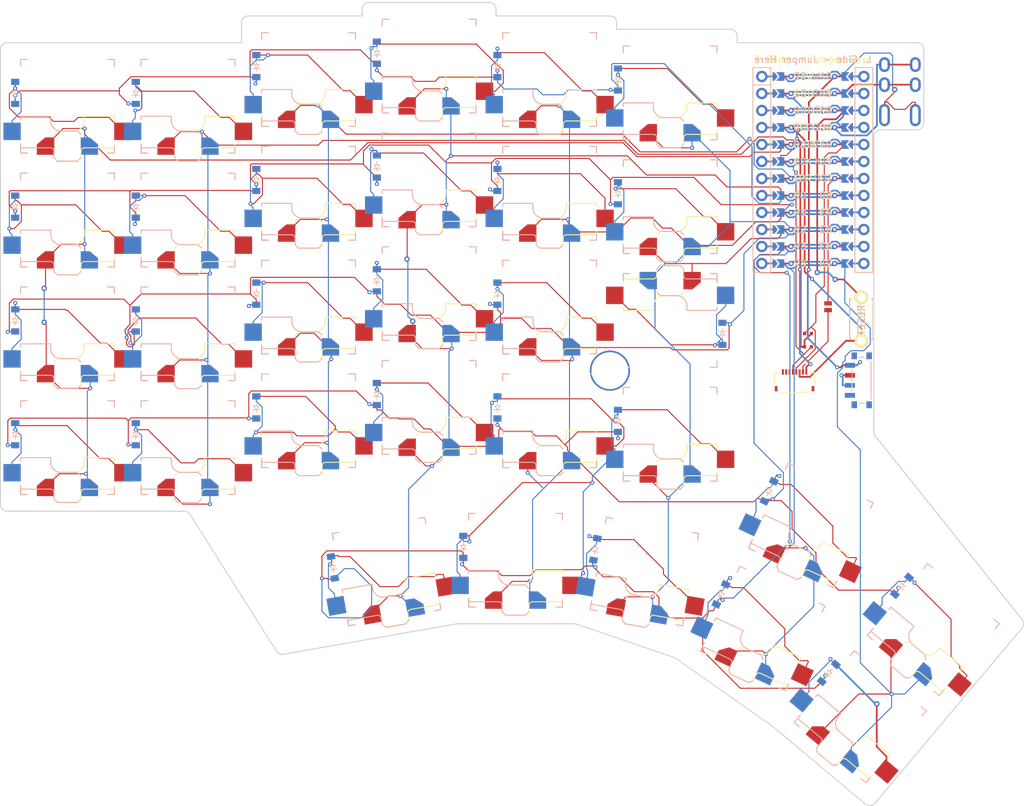
<source format=kicad_pcb>
(kicad_pcb (version 20221018) (generator pcbnew)
  (title_block (title "nib") (rev "v1.0.0") (company "Unknown"))
  (layers (0 "F.Cu" signal) (31 "B.Cu" signal) (34 "B.Paste" user) (35 "F.Paste" user) (36 "B.SilkS" user "B.Silkscreen") (37 "F.SilkS" user "F.Silkscreen") (38 "B.Mask" user) (39 "F.Mask" user) (44 "Edge.Cuts" user))
  (net 0 "")
  (net 1 "RAW")
  (net 2 "GND")
  (net 3 "RST")
  (net 4 "VCC")
  (net 5 "DATA")
  (net 6 "CLK")
  (net 7 "TPR")
  (net 8 "R0")
  (net 9 "R1")
  (net 10 "R2")
  (net 11 "R3")
  (net 12 "R4")
  (net 13 "SP")
  (net 14 "D1")
  (net 15 "C0")
  (net 16 "C1")
  (net 17 "C2")
  (net 18 "C3")
  (net 19 "C4")
  (net 20 "C5")
  (net 21 "C6")
  (net 22 "C7")
  (net 23 "MCU1_24")
  (net 24 "MCU1_1")
  (net 25 "MCU1_23")
  (net 26 "MCU1_2")
  (net 27 "MCU1_22")
  (net 28 "MCU1_3")
  (net 29 "MCU1_21")
  (net 30 "MCU1_4")
  (net 31 "MCU1_20")
  (net 32 "MCU1_5")
  (net 33 "MCU1_19")
  (net 34 "MCU1_6")
  (net 35 "MCU1_18")
  (net 36 "MCU1_7")
  (net 37 "MCU1_17")
  (net 38 "MCU1_8")
  (net 39 "MCU1_16")
  (net 40 "MCU1_9")
  (net 41 "MCU1_15")
  (net 42 "MCU1_10")
  (net 43 "MCU1_14")
  (net 44 "MCU1_11")
  (net 45 "MCU1_13")
  (net 46 "MCU1_12")
  (net 47 "pinky2_bottom")
  (net 48 "pinky2_home")
  (net 49 "pinky2_top")
  (net 50 "pinky2_num")
  (net 51 "pinky_bottom")
  (net 52 "pinky_home")
  (net 53 "pinky_top")
  (net 54 "pinky_num")
  (net 55 "ring_bottom")
  (net 56 "ring_home")
  (net 57 "ring_top")
  (net 58 "ring_num")
  (net 59 "middle_bottom")
  (net 60 "middle_home")
  (net 61 "middle_top")
  (net 62 "middle_num")
  (net 63 "index_bottom")
  (net 64 "index_home")
  (net 65 "index_top")
  (net 66 "index_num")
  (net 67 "inner_bottom")
  (net 68 "inner_home")
  (net 69 "inner_top")
  (net 70 "inner_num")
  (net 71 "inner2_bottom")
  (net 72 "home_bottom")
  (net 73 "outer_bottom")
  (net 74 "outer_top")
  (net 75 "outer2_bottom")
  (net 76 "outer2_top")
  (net 77 "BAT_P")
  (net 78 "RESETC")
  (footprint "kbd:ResetSW" (layer "F.Cu") (at 218.55 80.8 -90)
    (fp_text reference "B1" hide)
    (fp_text value "")
  )
  (footprint "PG1350" (layer "F.Cu") (at 147.6577 118.5173 -170)
    (fp_text reference "S25" hide)
    (fp_text value "")
  )
  (footprint "Screw_Hole" (layer "F.Cu") (at 226.5964 109.0587 -25)
    (fp_text reference "H4" hide)
    (fp_text value "")
  )
  (footprint "ComboDiode" (layer "F.Cu") (at 128.2 43 90)
    (fp_text reference "D12" hide)
    (fp_text value "" hide)
  )
  (footprint "Screw_Hole" (layer "F.Cu") (at 121.6 111)
    (fp_text reference "H2" hide)
    (fp_text value "")
  )
  (footprint "PG1350" (layer "F.Cu") (at 100 100 180)
    (fp_text reference "S1" hide)
    (fp_text value "")
  )
  (footprint "ComboDiode" (layer "F.Cu") (at 164.2 60 90)
    (fp_text reference "D19" hide)
    (fp_text value "" hide)
  )
  (footprint "ComboDiode" (layer "F.Cu") (at 110.2 81 90)
    (fp_text reference "D6" hide)
    (fp_text value "" hide)
  )
  (footprint "ComboDiode" (layer "F.Cu") (at 110.2 64 90)
    (fp_text reference "D7" hide)
    (fp_text value "" hide)
  )
  (footprint "PG1350" (layer "F.Cu") (at 118 49 180)
    (fp_text reference "S8" hide)
    (fp_text value "")
  )
  (footprint "PG1350" (layer "F.Cu") (at 166.9084 116.833 180)
    (fp_text reference "S26" hide)
    (fp_text value "")
  )
  (footprint "PG1350" (layer "F.Cu") (at 100 66 180)
    (fp_text reference "S3" hide)
    (fp_text value "")
  )
  (footprint "trackpoint_mount_t430" (layer "F.Cu") (at 181 88.5 45)
    (fp_text reference "TP1" hide)
    (fp_text value "")
  )
  (footprint "ComboDiode" (layer "F.Cu") (at 128.2 94 90)
    (fp_text reference "D9" hide)
    (fp_text value "" hide)
  )
  (footprint "PG1350" (layer "F.Cu") (at 190 47 180)
    (fp_text reference "S24" hide)
    (fp_text value "")
  )
  (footprint "PG1350" (layer "F.Cu") (at 190 81)
    (fp_text reference "S22" hide)
    (fp_text value "")
  )
  (footprint "PG1350" (layer "F.Cu") (at 136 96 180)
    (fp_text reference "S9" hide)
    (fp_text value "")
  )
  (footprint "PG1350" (layer "F.Cu") (at 136 45 180)
    (fp_text reference "S12" hide)
    (fp_text value "")
  )
  (footprint "PG1350" (layer "F.Cu") (at 136 79 180)
    (fp_text reference "S10" hide)
    (fp_text value "")
  )
  (footprint "ComboDiode" (layer "F.Cu") (at 92.2 98 90)
    (fp_text reference "D1" hide)
    (fp_text value "" hide)
  )
  (footprint "RES_ERJ2RKF4701X" (layer "F.Cu") (at 210.575 82.95)
    (fp_text reference "DISP2" hide)
    (fp_text value "RES_ERJ2RKF4701X")
  )
  (footprint "ComboDiode" (layer "F.Cu") (at 110.2 98 90)
    (fp_text reference "D5" hide)
    (fp_text value "" hide)
  )
  (footprint "ComboDiode" (layer "F.Cu") (at 146.2 41 90)
    (fp_text reference "D16" hide)
    (fp_text value "" hide)
  )
  (footprint "PG1350" (layer "F.Cu") (at 118 100 180)
    (fp_text reference "S5" hide)
    (fp_text value "")
  )
  (footprint "ComboDiode" (layer "F.Cu") (at 92.2 81 90)
    (fp_text reference "D2" hide)
    (fp_text value "" hide)
  )
  (footprint "ComboDiode" (layer "F.Cu") (at 92.2 64 90)
    (fp_text reference "D3" hide)
    (fp_text value "" hide)
  )
  (footprint "PG1350" (layer "F.Cu") (at 190 98 180)
    (fp_text reference "S21" hide)
    (fp_text value "")
  )
  (footprint "ComboDiode" (layer "F.Cu") (at 182.2 96 90)
    (fp_text reference "D21" hide)
    (fp_text value "" hide)
  )
  (footprint "nice_nano" (layer "F.Cu") (at 211.3 57.25)
    (fp_text reference "MCU1" hide)
    (fp_text value "")
  )
  (footprint "ComboDiode" (layer "F.Cu") (at 146.2 58 90)
    (fp_text reference "D15" hide)
    (fp_text value "" hide)
  )
  (footprint "PG1350" (layer "F.Cu") (at 118 83 180)
    (fp_text reference "S6" hide)
    (fp_text value "")
  )
  (footprint "ComboDiode" (layer "F.Cu") (at 146.2 75 90)
    (fp_text reference "D14" hide)
    (fp_text value "" hide)
  )
  (footprint "ComboDiode" (layer "F.Cu") (at 159.1084 114.833 90)
    (fp_text reference "D26" hide)
    (fp_text value "" hide)
  )
  (footprint "RES_ERJ2RKF4701X" (layer "F.Cu") (at 210.575 84.95)
    (fp_text reference "DISP3" hide)
    (fp_text value "RES_ERJ2RKF4701X")
  )
  (footprint "ComboDiode" (layer "F.Cu") (at 164.2 77 90)
    (fp_text reference "D18" hide)
    (fp_text value "" hide)
  )
  (footprint "ComboDiode" (layer "F.Cu") (at 213.6796 133.6673 50)
    (fp_text reference "D30" hide)
    (fp_text value "" hide)
  )
  (footprint "PG1350" (layer "F.Cu") (at 100 83 180)
    (fp_text reference "S2" hide)
    (fp_text value "")
  )
  (footprint "PG1350" (layer "F.Cu") (at 172 96 180)
    (fp_text reference "S17" hide)
    (fp_text value "")
  )
  (footprint "ComboDiode" (layer "F.Cu") (at 197.5888 121.9306 65)
    (fp_text reference "D28" hide)
    (fp_text value "" hide)
  )
  (footprint "ComboDiode" (layer "F.Cu") (at 182.2 62 90)
    (fp_text reference "D23" hide)
    (fp_text value "" hide)
  )
  (footprint "ComboDiode" (layer "F.Cu") (at 178.8249 115.1932 80)
    (fp_text reference "D27" hide)
    (fp_text value "" hide)
  )
  (footprint "ComboDiode" (layer "F.Cu") (at 139.6289 117.9021 100)
    (fp_text reference "D25" hide)
    (fp_text value "" hide)
  )
  (footprint "ComboDiode" (layer "F.Cu") (at 110.2 47 90)
    (fp_text reference "D8" hide)
    (fp_text value "" hide)
  )
  (footprint "ComboDiode" (layer "F.Cu") (at 128.2 60 90)
    (fp_text reference "D11" hide)
    (fp_text value "" hide)
  )
  (footprint "ComboDiode" (layer "F.Cu") (at 164.2 43 90)
    (fp_text reference "D20" hide)
    (fp_text value "" hide)
  )
  (footprint "ComboDiode" (layer "F.Cu") (at 224.607 120.6445 50)
    (fp_text reference "D31" hide)
    (fp_text value "" hide)
  )
  (footprint "ComboDiode" (layer "F.Cu") (at 182.2 45 90)
    (fp_text reference "D24" hide)
    (fp_text value "" hide)
  )
  (footprint "ComboDiode" (layer "F.Cu") (at 146.2 92 90)
    (fp_text reference "D13" hide)
    (fp_text value "" hide)
  )
  (footprint "PG1350" (layer "F.Cu") (at 229.2965 127.1904 140)
    (fp_text reference "S31" hide)
    (fp_text value "")
  )
  (footprint "PG1350" (layer "F.Cu") (at 154 60 180)
    (fp_text reference "S15" hide)
    (fp_text value "")
  )
  (footprint "PG1350" (layer "F.Cu") (at 210.9972 111.6324 155)
    (fp_text reference "S29" hide)
    (fp_text value "")
  )
  (footprint "ComboDiode" (layer "F.Cu") (at 92.2 47 90)
    (fp_text reference "D4" hide)
    (fp_text value "" hide)
  )
  (footprint "ceoloide:TRRS-PJ-320A-dual (reversible, symmetric)" (layer "F.Cu") (at 226.6 39.575)
    (fp_text reference "TRRS1" hide)
    (fp_text value "TRRS-PJ-320A-dual")
  )
  (footprint "PG1350" (layer "F.Cu") (at 186.1591 118.5173 170)
    (fp_text reference "S27" hide)
    (fp_text value "")
  )
  (footprint "power_switch" (layer "F.Cu") (at 218.575 89.95)
    (fp_text reference "SW1" hide)
    (fp_text value "")
  )
  (footprint "ComboDiode" (layer "F.Cu") (at 128.2 77 90)
    (fp_text reference "D10" hide)
    (fp_text value "" hide)
  )
  (footprint "PG1350" (layer "F.Cu") (at 154 94 180)
    (fp_text reference "S13" hide)
    (fp_text value "")
  )
  (footprint "ComboDiode" (layer "F.Cu") (at 204.7733 106.5233 65)
    (fp_text reference "D29" hide)
    (fp_text value "" hide)
  )
  (footprint "PG1350" (layer "F.Cu") (at 118 66 180)
    (fp_text reference "S7" hide)
    (fp_text value "")
  )
  (footprint "PG1350" (layer "F.Cu") (at 218.3692 140.2131 140)
    (fp_text reference "S30" hide)
    (fp_text value "")
  )
  (footprint "PG1350" (layer "F.Cu") (at 172 79 180)
    (fp_text reference "S18" hide)
    (fp_text value "")
  )
  (footprint "PG1350" (layer "F.Cu") (at 203.8127 127.0396 155)
    (fp_text reference "S28" hide)
    (fp_text value "")
  )
  (footprint "Screw_Hole" (layer "F.Cu") (at 200.26 41.39)
    (fp_text reference "H3" hide)
    (fp_text value "")
  )
  (footprint "PG1350" (layer "F.Cu") (at 172 45 180)
    (fp_text reference "S20" hide)
    (fp_text value "")
  )
  (footprint "ComboDiode" (layer "F.Cu") (at 197.8 83 -90)
    (fp_text reference "D22" hide)
    (fp_text value "" hide)
  )
  (footprint "HRS_FH34SRJ-8S-0.5SH_50_" (layer "F.Cu") (at 208.575 89.95)
    (fp_text reference "DISP1" hide)
    (fp_text value "HRS_FH34SRJ-8S-0.5SH_50_")
  )
  (footprint "PG1350" (layer "F.Cu") (at 190 64 180)
    (fp_text reference "S23" hide)
    (fp_text value "")
  )
  (footprint "PG1350" (layer "F.Cu") (at 154 77 180)
    (fp_text reference "S14" hide)
    (fp_text value "")
  )
  (footprint "PG1350" (layer "F.Cu") (at 136 62 180)
    (fp_text reference "S11" hide)
    (fp_text value "")
  )
  (footprint "Screw_Hole" (layer "F.Cu") (at 109 41.35)
    (fp_text reference "H1" hide)
    (fp_text value "")
  )
  (footprint "lib:Jumper" (layer "F.Cu") (at 213.575 78.95 90)
    (fp_text reference "J1" hide)
    (fp_text value "Jumper")
  )
  (footprint "PG1350" (layer "F.Cu") (at 154 43 180)
    (fp_text reference "S16" hide)
    (fp_text value "")
  )
  (footprint "ComboDiode" (layer "F.Cu") (at 164.2 94 90)
    (fp_text reference "D17" hide)
    (fp_text value "" hide)
  )
  (footprint "PG1350" (layer "F.Cu") (at 100 49 180)
    (fp_text reference "S4" hide)
    (fp_text value "")
  )
  (footprint "PG1350" (layer "F.Cu") (at 172 62 180)
    (fp_text reference "S19" hide)
    (fp_text value "")
  )
  (gr_line (start 227.8725 40.5) (end 227.8725 51.5075) (stroke (width 0.15)) (layer "Edge.Cuts"))
  (gr_arc (start 226.8725 39.5) (mid 227.579607 39.792893) (end 227.8725 40.5) (stroke (width 0.15)) (layer "Edge.Cuts"))
  (gr_line (start 126 39.5) (end 126 36.5) (stroke (width 0.15)) (layer "Edge.Cuts"))
  (gr_line (start 242.536901 126.968355) (end 220.565905 153.152369) (stroke (width 0.15)) (layer "Edge.Cuts"))
  (gr_line (start 144 35.5) (end 127 35.5) (stroke (width 0.15)) (layer "Edge.Cuts"))
  (gr_line (start 144 35.5) (end 144 34.5) (stroke (width 0.15)) (layer "Edge.Cuts"))
  (gr_arc (start 90 40.5) (mid 90.292893 39.792893) (end 91 39.5) (stroke (width 0.15)) (layer "Edge.Cuts"))
  (gr_arc (start 220.565904 153.152369) (mid 219.887016 153.505776) (end 219.157073 153.275626) (stroke (width 0.15)) (layer "Edge.Cuts"))
  (gr_line (start 199 37.5) (end 182 37.5) (stroke (width 0.15)) (layer "Edge.Cuts"))
  (gr_line (start 220.4 97.64933) (end 220.4 53.5075) (stroke (width 0.15)) (layer "Edge.Cuts"))
  (gr_arc (start 117.44889 109.499999) (mid 117.931555 109.624194) (end 118.294331 109.96593) (stroke (width 0.15)) (layer "Edge.Cuts"))
  (gr_line (start 176.040108 126.379556) (end 175.708394 126.333037) (stroke (width 0.15)) (layer "Edge.Cuts"))
  (gr_line (start 226.8725 52.5075) (end 221.4 52.5075) (stroke (width 0.15)) (layer "Edge.Cuts"))
  (gr_line (start 131.222629 130.431619) (end 118.294331 109.96593) (stroke (width 0.15)) (layer "Edge.Cuts"))
  (gr_arc (start 227.8725 51.5075) (mid 227.579607 52.214607) (end 226.8725 52.5075) (stroke (width 0.15)) (layer "Edge.Cuts"))
  (gr_line (start 181 35.5) (end 164 35.5) (stroke (width 0.15)) (layer "Edge.Cuts"))
  (gr_line (start 164 35.5) (end 164 34.5) (stroke (width 0.15)) (layer "Edge.Cuts"))
  (gr_line (start 175.708394 126.333037) (end 158.195662 126.333037) (stroke (width 0.15)) (layer "Edge.Cuts"))
  (gr_arc (start 144 34.5) (mid 144.292893 33.792893) (end 145 33.5) (stroke (width 0.15)) (layer "Edge.Cuts"))
  (gr_arc (start 199 37.5) (mid 199.707107 37.792893) (end 200 38.5) (stroke (width 0.15)) (layer "Edge.Cuts"))
  (gr_line (start 200 39.5) (end 226.8725 39.5) (stroke (width 0.15)) (layer "Edge.Cuts"))
  (gr_line (start 200 39.5) (end 200 38.5) (stroke (width 0.15)) (layer "Edge.Cuts"))
  (gr_line (start 205.333218 141.680818) (end 190.850852 131.50491) (stroke (width 0.15)) (layer "Edge.Cuts"))
  (gr_line (start 190.600588 131.37729) (end 176.040108 126.379556) (stroke (width 0.15)) (layer "Edge.Cuts"))
  (gr_arc (start 190.600588 131.37729) (mid 190.730224 131.432268) (end 190.850852 131.50491) (stroke (width 0.15)) (layer "Edge.Cuts"))
  (gr_arc (start 163 33.5) (mid 163.707107 33.792893) (end 164 34.5) (stroke (width 0.15)) (layer "Edge.Cuts"))
  (gr_line (start 90 108.5) (end 90 40.5) (stroke (width 0.15)) (layer "Edge.Cuts"))
  (gr_line (start 219.157073 153.275626) (end 205.401093 141.732989) (stroke (width 0.15)) (layer "Edge.Cuts"))
  (gr_arc (start 91 109.5) (mid 90.292893 109.207107) (end 90 108.5) (stroke (width 0.15)) (layer "Edge.Cuts"))
  (gr_arc (start 126 36.5) (mid 126.292893 35.792893) (end 127 35.5) (stroke (width 0.15)) (layer "Edge.Cuts"))
  (gr_line (start 91 39.5) (end 126 39.5) (stroke (width 0.15)) (layer "Edge.Cuts"))
  (gr_arc (start 242.551848 125.701028) (mid 242.770786 126.337362) (end 242.536901 126.968355) (stroke (width 0.15)) (layer "Edge.Cuts"))
  (gr_line (start 91 109.5) (end 117.44889 109.5) (stroke (width 0.15)) (layer "Edge.Cuts"))
  (gr_arc (start 220.4 53.5075) (mid 220.692893 52.800393) (end 221.4 52.5075) (stroke (width 0.15)) (layer "Edge.Cuts"))
  (gr_line (start 163 33.5) (end 145 33.5) (stroke (width 0.15)) (layer "Edge.Cuts"))
  (gr_line (start 220.619008 98.273871) (end 242.551849 125.701027) (stroke (width 0.15)) (layer "Edge.Cuts"))
  (gr_arc (start 205.333217 141.680818) (mid 205.367714 141.706177) (end 205.401093 141.732989) (stroke (width 0.15)) (layer "Edge.Cuts"))
  (gr_arc (start 132.241286 130.882432) (mid 131.663373 130.811999) (end 131.222629 130.431619) (stroke (width 0.15)) (layer "Edge.Cuts"))
  (gr_arc (start 158.022445 126.348153) (mid 158.108724 126.336823) (end 158.195662 126.333037) (stroke (width 0.15)) (layer "Edge.Cuts"))
  (gr_line (start 158.022445 126.348154) (end 132.241287 130.882433) (stroke (width 0.15)) (layer "Edge.Cuts"))
  (gr_arc (start 181 35.5) (mid 181.707107 35.792893) (end 182 36.5) (stroke (width 0.15)) (layer "Edge.Cuts"))
  (gr_line (start 182 37.5) (end 182 36.5) (stroke (width 0.15)) (layer "Edge.Cuts"))
  (gr_arc (start 220.619008 98.273871) (mid 220.456339 97.980244) (end 220.4 97.64933) (stroke (width 0.15)) (layer "Edge.Cuts"))
  (segment (start 215.7631 87.7) (end 215.4605 88.0026) (width 0.25) (layer "F.Cu") (net 1))
  (segment (start 214.561 44.55) (end 214.56 44.55) (width 0.25) (layer "F.Cu") (net 1))
  (segment (start 215.4605 88.0026) (end 214.9155 88.0026) (width 0.25) (layer "F.Cu") (net 1))
  (segment (start 214.562 44.55) (end 214.561 44.55) (width 0.25) (layer "F.Cu") (net 1))
  (segment (start 210.7028 48.4082) (end 210.7028 73.4217) (width 0.25) (layer "F.Cu") (net 1))
  (segment (start 216.3016 87.7) (end 215.7631 87.7) (width 0.25) (layer "F.Cu") (net 1))
  (segment (start 216.3016 87.7) (end 216.84 87.7) (width 0.25) (layer "F.Cu") (net 1))
  (segment (start 216.08 44.55) (end 216.075 44.55) (width 0.25) (layer "F.Cu") (net 1))
  (segment (start 217.883 87.7) (end 218.3548 87.2282) (width 0.25) (layer "F.Cu") (net 1))
  (segment (start 214.561 44.55) (end 210.7028 48.4082) (width 0.25) (layer "F.Cu") (net 1))
  (segment (start 216.075 44.55) (end 214.562 44.55) (width 0.25) (layer "F.Cu") (net 1))
  (segment (start 216.84 87.7) (end 217.883 87.7) (width 0.25) (layer "F.Cu") (net 1))
  (via (at 218.3548 87.2282) (size 0.6) (drill 0.3) (layers "F.Cu" "B.Cu") (net 1))
  (via (at 210.7028 73.4217) (size 0.6) (drill 0.3) (layers "F.Cu" "B.Cu") (net 1))
  (via (at 214.9155 88.0026) (size 0.6) (drill 0.3) (layers "F.Cu" "B.Cu") (net 1))
  (segment (start 207.69 45.28) (end 208.39 45.28) (width 0.25) (layer "B.Cu") (net 1))
  (segment (start 208.85 44.8) (end 214.31 44.8) (width 0.25) (layer "B.Cu") (net 1))
  (segment (start 206.53 44.55) (end 206.96 44.55) (width 0.25) (layer "B.Cu") (net 1))
  (segment (start 214.4628 44.6492) (end 214.4608 44.6492) (width 0.25) (layer "B.Cu") (net 1))
  (segment (start 214.4608 44.6492) (end 214.56 44.55) (width 0.25) (layer "B.Cu") (net 1))
  (segment (start 208.39 45.28) (end 208.76 44.9) (width 0.25) (layer "B.Cu") (net 1))
  (segment (start 208.76 44.89) (end 208.85 44.8) (width 0.25) (layer "B.Cu") (net 1))
  (segment (start 217.883 87.7) (end 218.3548 87.2282) (width 0.25) (layer "B.Cu") (net 1))
  (segment (start 210.5478 73.5767) (end 210.5478 83.6349) (width 0.25) (layer "B.Cu") (net 1))
  (segment (start 214.562 44.55) (end 214.4628 44.6492) (width 0.25) (layer "B.Cu") (net 1))
  (segment (start 210.7028 73.4217) (end 210.5478 73.5767) (width 0.25) (layer "B.Cu") (net 1))
  (segment (start 206.96 44.55) (end 207.69 45.28) (width 0.25) (layer "B.Cu") (net 1))
  (segment (start 214.31 44.8) (end 214.4608 44.6492) (width 0.25) (layer "B.Cu") (net 1))
  (segment (start 206.53 44.55) (end 206.525 44.55) (width 0.25) (layer "B.Cu") (net 1))
  (segment (start 210.5478 83.6349) (end 214.9155 88.0026) (width 0.25) (layer "B.Cu") (net 1))
  (segment (start 208.76 44.9) (end 208.76 44.89) (width 0.25) (layer "B.Cu") (net 1))
  (segment (start 216.84 87.7) (end 217.883 87.7) (width 0.25) (layer "B.Cu") (net 1))
  (segment (start 208.04 52.17) (end 208.2038 52.17) (width 0.25) (layer "F.Cu") (net 2))
  (segment (start 216.075 47.09) (end 214.562 47.09) (width 0.25) (layer "F.Cu") (net 2))
  (segment (start 217.2581 45.775) (end 216.08 46.9531) (width 0.25) (layer "F.Cu") (net 2))
  (segment (start 216.08 46.9531) (end 216.08 47.09) (width 0.25) (layer "F.Cu") (net 2))
  (segment (start 206.53 49.63) (end 208.038 49.63) (width 0.25) (layer "F.Cu") (net 2))
  (segment (start 208.2038 52.17) (end 210.0758 54.042) (width 0.25) (layer "F.Cu") (net 2))
  (segment (start 206.53 52.17) (end 206.525 52.17) (width 0.25) (layer "F.Cu") (net 2))
  (segment (start 218.55 84.05) (end 216.2455 84.05) (width 0.25) (layer "F.Cu") (net 2))
  (segment (start 216.08 47.09) (end 216.075 47.09) (width 0.25) (layer "F.Cu") (net 2))
  (segment (start 206.53 49.63) (end 206.525 49.63) (width 0.25) (layer "F.Cu") (net 2))
  (segment (start 206.53 52.17) (end 208.038 52.17) (width 0.25) (layer "F.Cu") (net 2))
  (segment (start 208.038 52.17) (end 208.04 52.17) (width 0.25) (layer "F.Cu") (net 2))
  (segment (start 216.2455 84.05) (end 210.8686 89.4269) (width 0.25) (layer "F.Cu") (net 2))
  (segment (start 226.6 45.775) (end 222 45.775) (width 0.25) (layer "F.Cu") (net 2))
  (segment (start 209.325 88.7) (end 209.325 89.4269) (width 0.25) (layer "F.Cu") (net 2))
  (segment (start 222 45.775) (end 217.2581 45.775) (width 0.25) (layer "F.Cu") (net 2))
  (segment (start 214.562 47.09) (end 214.56 47.09) (width 0.25) (layer "F.Cu") (net 2))
  (segment (start 210.8686 89.4269) (end 209.325 89.4269) (width 0.25) (layer "F.Cu") (net 2))
  (segment (start 210.0758 54.042) (end 210.0758 73.7112) (width 0.25) (layer "F.Cu") (net 2))
  (segment (start 210.0758 73.7112) (end 211.1747 74.8101) (width 0.25) (layer "F.Cu") (net 2))
  (segment (start 208.038 49.63) (end 208.04 49.63) (width 0.25) (layer "F.Cu") (net 2))
  (via (at 211.1747 74.8101) (size 0.6) (drill 0.3) (layers "F.Cu" "B.Cu") (net 2))
  (segment (start 208.29 49.38) (end 208.165 49.505) (width 0.25) (layer "B.Cu") (net 2))
  (segment (start 216.075 52.17) (end 215.64 52.17) (width 0.25) (layer "B.Cu") (net 2))
  (segment (start 206.53 47.09) (end 206.96 47.09) (width 0.25) (layer "B.Cu") (net 2))
  (segment (start 209.95 49.38) (end 208.29 49.38) (width 0.25) (layer "B.Cu") (net 2))
  (segment (start 215.8575 49.63) (end 215.8575 50.4925) (width 0.25) (layer "B.Cu") (net 2))
  (segment (start 216.08 52.17) (end 216.075 52.17) (width 0.25) (layer "B.Cu") (net 2))
  (segment (start 208.85 47.34) (end 214.31 47.34) (width 0.25) (layer "B.Cu") (net 2))
  (segment (start 215.8575 49.63) (end 215.64 49.63) (width 0.25) (layer "B.Cu") (net 2))
  (segment (start 215.64 52.17) (end 214.91 51.44) (width 0.25) (layer "B.Cu") (net 2))
  (segment (start 214.21 51.44) (end 213.74 51.92) (width 0.25) (layer "B.Cu") (net 2))
  (segment (start 208.39 47.82) (end 208.76 47.44) (width 0.25) (layer "B.Cu") (net 2))
  (segment (start 208.76 47.44) (end 208.76 47.43) (width 0.25) (layer "B.Cu") (net 2))
  (segment (start 208.76 47.43) (end 208.85 47.34) (width 0.25) (layer "B.Cu") (net 2))
  (segment (start 206.53 47.09) (end 206.525 47.09) (width 0.25) (layer "B.Cu") (net 2))
  (segment (start 208.165 49.505) (end 208.163 49.505) (width 0.25) (layer "B.Cu") (net 2))
  (segment (start 215.64 49.63) (end 214.91 48.9) (width 0.25) (layer "B.Cu") (net 2))
  (segment (start 208.163 49.505) (end 208.038 49.63) (width 0.25) (layer "B.Cu") (net 2))
  (segment (start 208.165 52.045) (end 208.04 52.17) (width 0.25) (layer "B.Cu") (net 2))
  (segment (start 208.165 52.045) (end 208.163 52.045) (width 0.25) (layer "B.Cu") (net 2))
  (segment (start 214.31 47.34) (end 214.4608 47.1892) (width 0.25) (layer "B.Cu") (net 2))
  (segment (start 209.95 49.38) (end 208.39 47.82) (width 0.25) (layer "B.Cu") (net 2))
  (segment (start 208.163 52.045) (end 208.038 52.17) (width 0.25) (layer "B.Cu") (net 2))
  (segment (start 214.4628 47.1892) (end 214.4608 47.1892) (width 0.25) (layer "B.Cu") (net 2))
  (segment (start 214.4608 47.1892) (end 214.56 47.09) (width 0.25) (layer "B.Cu") (net 2))
  (segment (start 208.165 49.505) (end 208.04 49.63) (width 0.25) (layer "B.Cu") (net 2))
  (segment (start 215.8575 50.4925) (end 214.91 51.44) (width 0.25) (layer "B.Cu") (net 2))
  (segment (start 213.74 51.92) (end 208.29 51.92) (width 0.25) (layer "B.Cu") (net 2))
  (segment (start 214.562 47.09) (end 214.4628 47.1892) (width 0.25) (layer "B.Cu") (net 2))
  (segment (start 214.91 48.9) (end 214.21 48.9) (width 0.25) (layer "B.Cu") (net 2))
  (segment (start 207.69 47.82) (end 208.39 47.82) (width 0.25) (layer "B.Cu") (net 2))
  (segment (start 218.55 84.05) (end 218.55 82.1854) (width 0.25) (layer "B.Cu") (net 2))
  (segment (start 216.08 49.63) (end 216.075 49.63) (width 0.25) (layer "B.Cu") (net 2))
  (segment (start 218.55 82.1854) (end 211.1747 74.8101) (width 0.25) (layer "B.Cu") (net 2))
  (segment (start 216.075 49.63) (end 215.8575 49.63) (width 0.25) (layer "B.Cu") (net 2))
  (segment (start 214.91 51.44) (end 214.21 51.44) (width 0.25) (layer "B.Cu") (net 2))
  (segment (start 213.74 49.38) (end 209.95 49.38) (width 0.25) (layer "B.Cu") (net 2))
  (segment (start 214.21 48.9) (end 213.74 49.38) (width 0.25) (layer "B.Cu") (net 2))
  (segment (start 208.29 51.92) (end 208.165 52.045) (width 0.25) (layer "B.Cu") (net 2))
  (segment (start 206.96 47.09) (end 207.69 47.82) (width 0.25) (layer "B.Cu") (net 2))
  (segment (start 218.55 77.55) (end 215.873099 74.873099) (width 0.25) (layer "F.Cu") (net 3))
  (segment (start 212.94839 50.949275) (end 214.755725 50.949275) (width 0.25) (layer "F.Cu") (net 3))
  (segment (start 214.755725 50.949275) (end 216.075 49.63) (width 0.25) (layer "F.Cu") (net 3))
  (segment (start 214.562 49.63) (end 214.56 49.63) (width 0.25) (layer "F.Cu") (net 3))
  (segment (start 215.873099 74.873099) (end 214.631772 74.873099) (width 0.25) (layer "F.Cu") (net 3))
  (segment (start 211.958166 51.939499) (end 212.94839 50.949275) (width 0.25) (layer "F.Cu") (net 3))
  (segment (start 216.075 49.63) (end 214.562 49.63) (width 0.25) (layer "F.Cu") (net 3))
  (segment (start 216.08 49.63) (end 216.075 49.63) (width 0.25) (layer "F.Cu") (net 3))
  (segment (start 211.958166 73.823461) (end 211.958166 51.939499) (width 0.25) (layer "F.Cu") (net 3))
  (via (at 211.958166 73.823461) (size 0.8) (drill 0.4) (layers "F.Cu" "B.Cu") (net 3))
  (via (at 214.631772 74.873099) (size 0.8) (drill 0.4) (layers "F.Cu" "B.Cu") (net 3))
  (segment (start 206.96 49.63) (end 207.69 50.36) (width 0.25) (layer "B.Cu") (net 3))
  (segment (start 208.76 49.97) (end 208.85 49.88) (width 0.25) (layer "B.Cu") (net 3))
  (segment (start 206.53 49.63) (end 206.525 49.63) (width 0.15) (layer "B.Cu") (net 3))
  (segment (start 214.31 49.88) (end 214.4858 49.7042) (width 0.25) (layer "B.Cu") (net 3))
  (segment (start 214.562 49.63) (end 214.4878 49.7042) (width 0.15) (layer "B.Cu") (net 3))
  (segment (start 206.53 49.63) (end 206.96 49.63) (width 0.25) (layer "B.Cu") (net 3))
  (segment (start 214.4858 49.7042) (end 214.56 49.63) (width 0.25) (layer "B.Cu") (net 3))
  (segment (start 208.76 49.98) (end 208.76 49.97) (width 0.25) (layer "B.Cu") (net 3))
  (segment (start 207.69 50.36) (end 208.39 50.36) (width 0.25) (layer "B.Cu") (net 3))
  (segment (start 214.4878 49.7042) (end 214.4858 49.7042) (width 0.15) (layer "B.Cu") (net 3))
  (segment (start 213.582134 73.823461) (end 211.958166 73.823461) (width 0.25) (layer "B.Cu") (net 3))
  (segment (start 214.631772 74.873099) (end 213.582134 73.823461) (width 0.25) (layer "B.Cu") (net 3))
  (segment (start 208.85 49.88) (end 214.31 49.88) (width 0.25) (layer "B.Cu") (net 3))
  (segment (start 208.39 50.36) (end 208.76 49.98) (width 0.25) (layer "B.Cu") (net 3))
  (segment (start 226.6 42.775) (end 222 42.775) (width 0.25) (layer "F.Cu") (net 4))
  (segment (start 210.9586 87.5484) (end 210.7497 87.5484) (width 0.25) (layer "F.Cu") (net 4))
  (segment (start 209.5627 84.95) (end 209.4986 84.95) (width 0.25) (layer "F.Cu") (net 4))
  (segment (start 209.4986 73.452) (end 209.4333 73.3867) (width 0.25) (layer "F.Cu") (net 4))
  (segment (start 210.063 84.95) (end 209.7808 84.95) (width 0.25) (layer "F.Cu") (net 4))
  (segment (start 209.4333 73.3867) (end 209.4333 54.332) (width 0.25) (layer "F.Cu") (net 4))
  (segment (start 210.325 88.7) (end 210.325 87.9731) (width 0.25) (layer "F.Cu") (net 4))
  (segment (start 210.063 83.974) (end 211.087 82.95) (width 0.25) (layer "F.Cu") (net 4))
  (segment (start 214.562 52.17) (end 214.56 52.17) (width 0.25) (layer "F.Cu") (net 4))
  (segment (start 210.7497 87.5484) (end 210.325 87.9731) (width 0.25) (layer "F.Cu") (net 4))
  (segment (start 209.7808 84.95) (end 209.5627 84.95) (width 0.25) (layer "F.Cu") (net 4))
  (segment (start 210.063 84.95) (end 210.063 83.974) (width 0.25) (layer "F.Cu") (net 4))
  (segment (start 209.4333 54.332) (end 208.9215 53.8202) (width 0.25) (layer "F.Cu") (net 4))
  (segment (start 216.075 52.17) (end 214.562 52.17) (width 0.25) (layer "F.Cu") (net 4))
  (segment (start 209.4333 73.3867) (end 209.368 73.3867) (width 0.25) (layer "F.Cu") (net 4))
  (segment (start 216.08 52.17) (end 216.075 52.17) (width 0.25) (layer "F.Cu") (net 4))
  (segment (start 209.4986 84.95) (end 209.4986 73.452) (width 0.25) (layer "F.Cu") (net 4))
  (via (at 210.9586 87.5484) (size 0.6) (drill 0.3) (layers "F.Cu" "B.Cu") (net 4))
  (via (at 208.9215 53.8202) (size 0.6) (drill 0.3) (layers "F.Cu" "B.Cu") (net 4))
  (via (at 209.368 73.3867) (size 0.6) (drill 0.3) (layers "F.Cu" "B.Cu") (net 4))
  (segment (start 209.5163 52.42) (end 214.31 52.42) (width 0.25) (layer "B.Cu") (net 4))
  (segment (start 208.76 52.51) (end 208.85 52.42) (width 0.25) (layer "B.Cu") (net 4))
  (segment (start 214.562 52.17) (end 214.4628 52.2692) (width 0.25) (layer "B.Cu") (net 4))
  (segment (start 209.368 85.9578) (end 209.368 73.3867) (width 0.25) (layer "B.Cu") (net 4))
  (segment (start 208.85 52.42) (end 209.5163 52.42) (width 0.25) (layer "B.Cu") (net 4))
  (segment (start 206.53 52.17) (end 206.96 52.17) (width 0.25) (layer "B.Cu") (net 4))
  (segment (start 214.31 52.42) (end 214.4608 52.2692) (width 0.25) (layer "B.Cu") (net 4))
  (segment (start 215.6004 53.354) (end 214.562 52.3156) (width 0.25) (layer "B.Cu") (net 4))
  (segment (start 206.96 52.17) (end 207.69 52.9) (width 0.25) (layer "B.Cu") (net 4))
  (segment (start 208.39 52.9) (end 208.76 52.52) (width 0.25) (layer "B.Cu") (net 4))
  (segment (start 207.69 52.9) (end 208.39 52.9) (width 0.25) (layer "B.Cu") (net 4))
  (segment (start 209.5163 52.42) (end 208.9215 53.0148) (width 0.25) (layer "B.Cu") (net 4))
  (segment (start 214.562 52.3156) (end 214.562 52.17) (width 0.25) (layer "B.Cu") (net 4))
  (segment (start 206.53 52.17) (end 206.525 52.17) (width 0.25) (layer "B.Cu") (net 4))
  (segment (start 208.76 52.52) (end 208.76 52.51) (width 0.25) (layer "B.Cu") (net 4))
  (segment (start 220.8731 51.8828) (end 219.4019 53.354) (width 0.25) (layer "B.Cu") (net 4))
  (segment (start 210.9586 87.5484) (end 209.368 85.9578) (width 0.25) (layer "B.Cu") (net 4))
  (segment (start 219.4019 53.354) (end 215.6004 53.354) (width 0.25) (layer "B.Cu") (net 4))
  (segment (start 214.4628 52.2692) (end 214.4608 52.2692) (width 0.25) (layer "B.Cu") (net 4))
  (segment (start 214.4608 52.2692) (end 214.56 52.17) (width 0.25) (layer "B.Cu") (net 4))
  (segment (start 220.8731 42.775) (end 220.8731 51.8828) (width 0.25) (layer "B.Cu") (net 4))
  (segment (start 222 42.775) (end 220.8731 42.775) (width 0.25) (layer "B.Cu") (net 4))
  (segment (start 208.9215 53.0148) (end 208.9215 53.8202) (width 0.25) (layer "B.Cu") (net 4))
  (segment (start 216.08 54.71) (end 216.075 54.71) (width 0.25) (layer "F.Cu") (net 5))
  (segment (start 211.0551 81.9579) (end 211.7517 81.2613) (width 0.15) (layer "F.Cu") (net 5))
  (segment (start 216.075 54.78937) (end 216.075 54.71) (width 0.15) (layer "F.Cu") (net 5))
  (segment (start 211.7517 77.116718) (end 213.013421 75.854997) (width 0.15) (layer "F.Cu") (net 5))
  (segment (start 214.810707 55.974293) (end 216.075 54.71) (width 0.15) (layer "F.Cu") (net 5))
  (segment (start 214.561 54.71) (end 214.56 54.71) (width 0.25) (layer "F.Cu") (net 5))
  (segment (start 213.013421 75.854997) (end 213.013421 56.634443) (width 0.15) (layer "F.Cu") (net 5))
  (segment (start 211.7517 81.2613) (end 211.7517 77.116718) (width 0.15) (layer "F.Cu") (net 5))
  (segment (start 213.013421 56.634443) (end 213.673571 55.974293) (width 0.15) (layer "F.Cu") (net 5))
  (segment (start 211.664 85.2835) (end 211.664 82.5668) (width 0.15) (layer "F.Cu") (net 5))
  (segment (start 213.673571 55.974293) (end 214.810707 55.974293) (width 0.15) (layer "F.Cu") (net 5))
  (segment (start 214.562 54.71) (end 214.561 54.71) (width 0.25) (layer "F.Cu") (net 5))
  (segment (start 208.825 88.0231) (end 208.9244 88.0231) (width 0.15) (layer "F.Cu") (net 5))
  (segment (start 208.9244 88.0231) (end 211.664 85.2835) (width 0.15) (layer "F.Cu") (net 5))
  (segment (start 216.075 54.71) (end 214.562 54.71) (width 0.25) (layer "F.Cu") (net 5))
  (segment (start 211.0551 81.9579) (end 210.063 82.95) (width 0.15) (layer "F.Cu") (net 5))
  (segment (start 211.664 82.5668) (end 211.0551 81.9579) (width 0.15) (layer "F.Cu") (net 5))
  (segment (start 208.825 88.7) (end 208.825 88.0231) (width 0.15) (layer "F.Cu") (net 5))
  (segment (start 208.76 55.05) (end 208.85 54.96) (width 0.25) (layer "B.Cu") (net 5))
  (segment (start 214.562 54.71) (end 214.4878 54.7842) (width 0.15) (layer "B.Cu") (net 5))
  (segment (start 208.85 54.96) (end 214.31 54.96) (width 0.25) (layer "B.Cu") (net 5))
  (segment (start 208.39 55.44) (end 208.76 55.06) (width 0.25) (layer "B.Cu") (net 5))
  (segment (start 214.4858 54.7842) (end 214.56 54.71) (width 0.25) (layer "B.Cu") (net 5))
  (segment (start 208.76 55.06) (end 208.76 55.05) (width 0.25) (layer "B.Cu") (net 5))
  (segment (start 206.53 54.71) (end 206.96 54.71) (width 0.25) (layer "B.Cu") (net 5))
  (segment (start 206.96 54.71) (end 207.69 55.44) (width 0.25) (layer "B.Cu") (net 5))
  (segment (start 206.53 54.71) (end 206.525 54.71) (width 0.15) (layer "B.Cu") (net 5))
  (segment (start 214.4878 54.7842) (end 214.4858 54.7842) (width 0.15) (layer "B.Cu") (net 5))
  (segment (start 214.31 54.96) (end 214.4858 54.7842) (width 0.25) (layer "B.Cu") (net 5))
  (segment (start 207.69 55.44) (end 208.39 55.44) (width 0.25) (layer "B.Cu") (net 5))
  (segment (start 211.087 84.95) (end 209.9756 86.0614) (width 0.15) (layer "F.Cu") (net 6))
  (segment (start 216.08 57.25) (end 216.075 57.25) (width 0.25) (layer "F.Cu") (net 6))
  (segment (start 216.075 57.25) (end 214.562 57.25) (width 0.25) (layer "F.Cu") (net 6))
  (segment (start 208.325 87.712) (end 208.325 88.7) (width 0.15) (layer "F.Cu") (net 6))
  (segment (start 214.562 57.25) (end 214.56 57.25) (width 0.25) (layer "F.Cu") (net 6))
  (segment (start 208.7849 84.8708) (end 209.9756 86.0614) (width 0.15) (layer "F.Cu") (net 6))
  (segment (start 209.9756 86.0614) (end 208.325 87.712) (width 0.15) (layer "F.Cu") (net 6))
  (segment (start 208.7849 58.906) (end 208.7849 84.8708) (width 0.15) (layer "F.Cu") (net 6))
  (via (at 208.7849 58.906) (size 0.6) (drill 0.3) (layers "F.Cu" "B.Cu") (net 6))
  (segment (start 208.85 57.5) (end 214.31 57.5) (width 0.25) (layer "B.Cu") (net 6))
  (segment (start 208.7849 58.906) (end 208.39 58.5111) (width 0.15) (layer "B.Cu") (net 6))
  (segment (start 208.39 58.5111) (end 208.39 57.98) (width 0.15) (layer "B.Cu") (net 6))
  (segment (start 208.76 57.59) (end 208.85 57.5) (width 0.25) (layer "B.Cu") (net 6))
  (segment (start 207.69 57.98) (end 208.39 57.98) (width 0.25) (layer "B.Cu") (net 6))
  (segment (start 214.4878 57.3242) (end 214.4858 57.3242) (width 0.15) (layer "B.Cu") (net 6))
  (segment (start 214.4858 57.3242) (end 214.56 57.25) (width 0.25) (layer "B.Cu") (net 6))
  (segment (start 214.562 57.25) (end 214.4878 57.3242) (width 0.15) (layer "B.Cu") (net 6))
  (segment (start 206.96 57.25) (end 207.69 57.98) (width 0.25) (layer "B.Cu") (net 6))
  (segment (start 208.76 57.6) (end 208.76 57.59) (width 0.25) (layer "B.Cu") (net 6))
  (segment (start 206.53 57.25) (end 206.96 57.25) (width 0.25) (layer "B.Cu") (net 6))
  (segment (start 214.31 57.5) (end 214.4858 57.3242) (width 0.25) (layer "B.Cu") (net 6))
  (segment (start 208.39 57.98) (end 208.76 57.6) (width 0.25) (layer "B.Cu") (net 6))
  (segment (start 206.53 57.25) (end 206.525 57.25) (width 0.15) (layer "B.Cu") (net 6))
  (segment (start 214.562 59.79) (end 214.56 59.79) (width 0.25) (layer "F.Cu") (net 7))
  (segment (start 216.075 59.79) (end 214.562 59.79) (width 0.25) (layer "F.Cu") (net 7))
  (segment (start 213.575 78.4496) (end 213.575 60.775) (width 0.15) (layer "F.Cu") (net 7))
  (segment (start 216.08 59.79) (end 216.075 59.79) (width 0.25) (layer "F.Cu") (net 7))
  (segment (start 213.575 60.775) (end 214.56 59.79) (width 0.15) (layer "F.Cu") (net 7))
  (segment (start 214.4878 59.8642) (end 214.4858 59.8642) (width 0.15) (layer "B.Cu") (net 7))
  (segment (start 208.76 60.14) (end 208.76 60.13) (width 0.25) (layer "B.Cu") (net 7))
  (segment (start 206.53 59.79) (end 206.525 59.79) (width 0.15) (layer "B.Cu") (net 7))
  (segment (start 214.4858 59.8642) (end 214.56 59.79) (width 0.25) (layer "B.Cu") (net 7))
  (segment (start 214.31 60.04) (end 214.4858 59.8642) (width 0.25) (layer "B.Cu") (net 7))
  (segment (start 214.562 59.79) (end 214.4878 59.8642) (width 0.15) (layer "B.Cu") (net 7))
  (segment (start 208.76 60.13) (end 208.85 60.04) (width 0.25) (layer "B.Cu") (net 7))
  (segment (start 206.96 59.79) (end 207.69 60.52) (width 0.25) (layer "B.Cu") (net 7))
  (segment (start 208.39 60.52) (end 208.76 60.14) (width 0.25) (layer "B.Cu") (net 7))
  (segment (start 207.69 60.52) (end 208.39 60.52) (width 0.25) (layer "B.Cu") (net 7))
  (segment (start 208.85 60.04) (end 214.31 60.04) (width 0.25) (layer "B.Cu") (net 7))
  (segment (start 206.53 59.79) (end 206.96 59.79) (width 0.25) (layer "B.Cu") (net 7))
  (segment (start 127.5367 40.5673) (end 127.26 40.844) (width 0.15) (layer "F.Cu") (net 8))
  (segment (start 109.3231 48.65) (end 109.2697 48.5966) (width 0.15) (layer "F.Cu") (net 8))
  (segment (start 214.562 62.33) (end 214.56 62.33) (width 0.25) (layer "F.Cu") (net 8))
  (segment (start 182.2 46.65) (end 181.3231 46.65) (width 0.15) (layer "F.Cu") (net 8))
  (segment (start 107.7445 47.2478) (end 107.7445 46.7006) (width 0.15) (layer "F.Cu") (net 8))
  (segment (start 107.7445 46.7006) (end 107.7445 46.32) (width 0.15) (layer "F.Cu") (net 8))
  (segment (start 107.7445 46.7006) (end 92.875 46.7006) (width 0.15) (layer "F.Cu") (net 8))
  (segment (start 164.2 43.6761) (end 164.2 44.65) (width 0.15) (layer "F.Cu") (net 8))
  (segment (start 181.3231 46.65) (end 181.2099 46.5368) (width 0.15) (layer "F.Cu") (net 8))
  (segment (start 128.0738 45.6065) (end 128.2 45.4803) (width 0.15) (layer "F.Cu") (net 8))
  (segment (start 216.08 62.33) (end 216.075 62.33) (width 0.25) (layer "F.Cu") (net 8))
  (segment (start 151.9247 45.276) (end 151.2369 44.5882) (width 0.15) (layer "F.Cu") (net 8))
  (segment (start 127.26 44.5869) (end 127.3231 44.65) (width 0.15) (layer "F.Cu") (net 8))
  (segment (start 127.26 40.844) (end 127.26 44.5869) (width 0.15) (layer "F.Cu") (net 8))
  (segment (start 128.2 44.65) (end 127.3231 44.65) (width 0.15) (layer "F.Cu") (net 8))
  (segment (start 155.5255 44.65) (end 154.8995 45.276) (width 0.15) (layer "F.Cu") (net 8))
  (segment (start 146.2 43.6133) (end 146.2 43.3769) (width 0.15) (layer "F.Cu") (net 8))
  (segment (start 109.2697 48.5966) (end 109.0933 48.5966) (width 0.15) (layer "F.Cu") (net 8))
  (segment (start 109.0933 48.5966) (end 107.7445 47.2478) (width 0.15) (layer "F.Cu") (net 8))
  (segment (start 92.2 48.65) (end 92.2 47.9231) (width 0.15) (layer "F.Cu") (net 8))
  (segment (start 110.2 48.65) (end 109.3231 48.65) (width 0.15) (layer "F.Cu") (net 8))
  (segment (start 164.2 44.65) (end 155.5255 44.65) (width 0.15) (layer "F.Cu") (net 8))
  (segment (start 181.2099 46.5368) (end 181.0967 46.5368) (width 0.15) (layer "F.Cu") (net 8))
  (segment (start 146.2 42.65) (end 146.2 43.0134) (width 0.15) (layer "F.Cu") (net 8))
  (segment (start 92.2 47.3756) (end 92.2 47.9231) (width 0.15) (layer "F.Cu") (net 8))
  (segment (start 128.2 45.4803) (end 128.2 44.65) (width 0.15) (layer "F.Cu") (net 8))
  (segment (start 92.875 46.7006) (end 92.2 47.3756) (width 0.15) (layer "F.Cu") (net 8))
  (segment (start 146.2 43.0134) (end 146.2 43.3769) (width 0.15) (layer "F.Cu") (net 8))
  (segment (start 109.4776 44.5869) (end 127.26 44.5869) (width 0.15) (layer "F.Cu") (net 8))
  (segment (start 147.1749 44.5882) (end 146.2 43.6133) (width 0.15) (layer "F.Cu") (net 8))
  (segment (start 143.7539 40.5673) (end 127.5367 40.5673) (width 0.15) (layer "F.Cu") (net 8))
  (segment (start 154.8995 45.276) (end 151.9247 45.276) (width 0.15) (layer "F.Cu") (net 8))
  (segment (start 151.2369 44.5882) (end 147.1749 44.5882) (width 0.15) (layer "F.Cu") (net 8))
  (segment (start 146.2 43.0134) (end 143.7539 40.5673) (width 0.15) (layer "F.Cu") (net 8))
  (segment (start 216.075 62.33) (end 214.562 62.33) (width 0.25) (layer "F.Cu") (net 8))
  (segment (start 107.7445 46.32) (end 109.4776 44.5869) (width 0.15) (layer "F.Cu") (net 8))
  (via (at 109.0933 48.5966) (size 0.6) (drill 0.3) (layers "F.Cu" "B.Cu") (net 8))
  (via (at 128.0738 45.6065) (size 0.6) (drill 0.3) (layers "F.Cu" "B.Cu") (net 8))
  (via (at 92.2 47.3756) (size 0.6) (drill 0.3) (layers "F.Cu" "B.Cu") (net 8))
  (via (at 146.2 43.6133) (size 0.6) (drill 0.3) (layers "F.Cu" "B.Cu") (net 8))
  (via (at 164.2 43.6761) (size 0.6) (drill 0.3) (layers "F.Cu" "B.Cu") (net 8))
  (via (at 181.0967 46.5368) (size 0.6) (drill 0.3) (layers "F.Cu" "B.Cu") (net 8))
  (segment (start 189.0852 42.6153) (end 195.1443 48.6744) (width 0.15) (layer "B.Cu") (net 8))
  (segment (start 206.96 62.33) (end 207.69 63.06) (width 0.25) (layer "B.Cu") (net 8))
  (segment (start 181.2099 46.65) (end 181.0967 46.5368) (width 0.15) (layer "B.Cu") (net 8))
  (segment (start 146.2 42.65) (end 146.2 43.6133) (width 0.15) (layer "B.Cu") (net 8))
  (segment (start 208.76 62.67) (end 208.85 62.58) (width 0.25) (layer "B.Cu") (net 8))
  (segment (start 128.2 45.3769) (end 128.0738 45.5031) (width 0.15) (layer "B.Cu") (net 8))
  (segment (start 181.2671 44.9902) (end 181.2671 42.789) (width 0.15) (layer "B.Cu") (net 8))
  (segment (start 181.4408 42.6153) (end 189.0852 42.6153) (width 0.15) (layer "B.Cu") (net 8))
  (segment (start 195.1443 48.6744) (end 195.8306 48.6744) (width 0.15) (layer "B.Cu") (net 8))
  (segment (start 214.31 62.58) (end 214.4858 62.4042) (width 0.25) (layer "B.Cu") (net 8))
  (segment (start 92.2 48.65) (end 92.2 47.3756) (width 0.15) (layer "B.Cu") (net 8))
  (segment (start 182.2 46.65) (end 181.2099 46.65) (width 0.15) (layer "B.Cu") (net 8))
  (segment (start 206.53 62.33) (end 206.525 62.33) (width 0.15) (layer "B.Cu") (net 8))
  (segment (start 182.2 46.65) (end 182.2 45.9231) (width 0.15) (layer "B.Cu") (net 8))
  (segment (start 214.562 62.33) (end 214.4878 62.4042) (width 0.15) (layer "B.Cu") (net 8))
  (segment (start 202.2012 55.045) (end 202.2012 62.446) (width 0.15) (layer "B.Cu") (net 8))
  (segment (start 170.9638 47.2753) (end 174.0761 47.2753) (width 0.15) (layer "B.Cu") (net 8))
  (segment (start 208.85 62.58) (end 214.31 62.58) (width 0.25) (layer "B.Cu") (net 8))
  (segment (start 128.2 44.65) (end 128.2 45.3769) (width 0.15) (layer "B.Cu") (net 8))
  (segment (start 164.2 45.0134) (end 164.2 44.65) (width 0.15) (layer "B.Cu") (net 8))
  (segment (start 202.2012 62.446) (end 203.2536 63.4984) (width 0.15) (layer "B.Cu") (net 8))
  (segment (start 109.1467 48.65) (end 109.0933 48.5966) (width 0.15) (layer "B.Cu") (net 8))
  (segment (start 208.76 62.68) (end 208.76 62.67) (width 0.25) (layer "B.Cu") (net 8))
  (segment (start 206.2585 63.4984) (end 206.525 63.2319) (width 0.15) (layer "B.Cu") (net 8))
  (segment (start 195.8306 48.6744) (end 202.2012 55.045) (width 0.15) (layer "B.Cu") (net 8))
  (segment (start 164.2 45.0134) (end 164.2 45.3769) (width 0.15) (layer "B.Cu") (net 8))
  (segment (start 214.4858 62.4042) (end 214.56 62.33) (width 0.25) (layer "B.Cu") (net 8))
  (segment (start 181.2671 42.789) (end 181.4408 42.6153) (width 0.15) (layer "B.Cu") (net 8))
  (segment (start 208.39 63.06) (end 208.76 62.68) (width 0.25) (layer "B.Cu") (net 8))
  (segment (start 128.0738 45.5031) (end 128.0738 45.6065) (width 0.15) (layer "B.Cu") (net 8))
  (segment (start 164.2 44.65) (end 164.2 43.6761) (width 0.15) (layer "B.Cu") (net 8))
  (segment (start 206.53 62.33) (end 206.96 62.33) (width 0.25) (layer "B.Cu") (net 8))
  (segment (start 203.2536 63.4984) (end 206.2585 63.4984) (width 0.15) (layer "B.Cu") (net 8))
  (segment (start 174.8146 46.5368) (end 181.0967 46.5368) (width 0.15) (layer "B.Cu") (net 8))
  (segment (start 182.2 45.9231) (end 181.2671 44.9902) (width 0.15) (layer "B.Cu") (net 8))
  (segment (start 206.525 62.33) (end 206.525 63.2319) (width 0.15) (layer "B.Cu") (net 8))
  (segment (start 164.2 45.3769) (end 165.2301 46.407) (width 0.15) (layer "B.Cu") (net 8))
  (segment (start 214.4878 62.4042) (end 214.4858 62.4042) (width 0.15) (layer "B.Cu") (net 8))
  (segment (start 110.2 48.65) (end 109.1467 48.65) (width 0.15) (layer "B.Cu") (net 8))
  (segment (start 165.2301 46.407) (end 170.0955 46.407) (width 0.15) (layer "B.Cu") (net 8))
  (segment (start 207.69 63.06) (end 208.39 63.06) (width 0.25) (layer "B.Cu") (net 8))
  (segment (start 170.0955 46.407) (end 170.9638 47.2753) (width 0.15) (layer "B.Cu") (net 8))
  (segment (start 174.0761 47.2753) (end 174.8146 46.5368) (width 0.15) (layer "B.Cu") (net 8))
  (segment (start 164.2 61.65) (end 163.3231 61.65) (width 0.15) (layer "F.Cu") (net 9))
  (segment (start 127.3231 57.7821) (end 127.4887 57.6165) (width 0.15) (layer "F.Cu") (net 9))
  (segment (start 110.0681 66.603) (end 110.2 66.4711) (width 0.15) (layer "F.Cu") (net 9))
  (segment (start 181.0935 63.5835) (end 181.0935 59.996) (width 0.15) (layer "F.Cu") (net 9))
  (segment (start 186.3288 59.6246) (end 193.5346 59.6246) (width 0.15) (layer "F.Cu") (net 9))
  (segment (start 153.9233 54.7999) (end 145.0762 54.7999) (width 0.15) (layer "F.Cu") (net 9))
  (segment (start 127.3231 59.8059) (end 127.3231 57.7821) (width 0.15) (layer "F.Cu") (net 9))
  (segment (start 109.1792 61.6152) (end 91.45 61.6152) (width 0.15) (layer "F.Cu") (net 9))
  (segment (start 214.562 64.87) (end 214.56 64.87) (width 0.25) (layer "F.Cu") (net 9))
  (segment (start 164.2 61.65) (end 164.2 60.9231) (width 0.15) (layer "F.Cu") (net 9))
  (segment (start 110.2 66.4711) (end 110.2 65.65) (width 0.15) (layer "F.Cu") (net 9))
  (segment (start 91.45 61.6152) (end 91.3039 61.7613) (width 0.15) (layer "F.Cu") (net 9))
  (segment (start 216.08 64.87) (end 216.075 64.87) (width 0.25) (layer "F.Cu") (net 9))
  (segment (start 145.0762 54.7999) (end 144.2052 55.6709) (width 0.15) (layer "F.Cu") (net 9))
  (segment (start 91.3039 61.7613) (end 91.3039 63.786) (width 0.15) (layer "F.Cu") (net 9))
  (segment (start 109.3184 61.7544) (end 109.3184 64.0415) (width 0.15) (layer "F.Cu") (net 9))
  (segment (start 186.3273 59.6231) (end 186.3288 59.6246) (width 0.15) (layer "F.Cu") (net 9))
  (segment (start 146.2 60.6133) (end 146.2 60.3769) (width 0.15) (layer "F.Cu") (net 9))
  (segment (start 146.2 59.7907) (end 146.2 60.3769) (width 0.15) (layer "F.Cu") (net 9))
  (segment (start 127.4887 57.6165) (end 144.2052 57.6165) (width 0.15) (layer "F.Cu") (net 9))
  (segment (start 193.5346 59.6246) (end 197.6021 63.6921) (width 0.15) (layer "F.Cu") (net 9))
  (segment (start 127.2525 61.5794) (end 109.4934 61.5794) (width 0.15) (layer "F.Cu") (net 9))
  (segment (start 216.075 64.87) (end 214.562 64.87) (width 0.25) (layer "F.Cu") (net 9))
  (segment (start 92.2 65.65) (end 92.2 64.9231) (width 0.15) (layer "F.Cu") (net 9))
  (segment (start 181.3231 63.65) (end 181.2566 63.5835) (width 0.15) (layer "F.Cu") (net 9))
  (segment (start 163.3177 57.4535) (end 163.982 56.7892) (width 0.15) (layer "F.Cu") (net 9))
  (segment (start 92.2 64.6821) (end 92.2 64.9231) (width 0.15) (layer "F.Cu") (net 9))
  (segment (start 128.2 60.6828) (end 127.3231 59.8059) (width 0.15) (layer "F.Cu") (net 9))
  (segment (start 181.4664 59.6231) (end 186.3273 59.6231) (width 0.15) (layer "F.Cu") (net 9))
  (segment (start 177.8867 56.7892) (end 181.0935 59.996) (width 0.15) (layer "F.Cu") (net 9))
  (segment (start 109.4934 61.5794) (end 109.3184 61.7544) (width 0.15) (layer "F.Cu") (net 9))
  (segment (start 164.2 60.9231) (end 163.3177 60.0408) (width 0.15) (layer "F.Cu") (net 9))
  (segment (start 181.2566 63.5835) (end 181.0935 63.5835) (width 0.15) (layer "F.Cu") (net 9))
  (segment (start 128.2 60.6828) (end 128.2 61.65) (width 0.15) (layer "F.Cu") (net 9))
  (segment (start 163.3177 60.0408) (end 163.3177 57.4535) (width 0.15) (layer "F.Cu") (net 9))
  (segment (start 144.2052 57.7082) (end 146.2 59.703) (width 0.15) (layer "F.Cu") (net 9))
  (segment (start 127.3231 61.65) (end 127.2525 61.5794) (width 0.15) (layer "F.Cu") (net 9))
  (segment (start 181.0935 59.996) (end 181.4664 59.6231) (width 0.15) (layer "F.Cu") (net 9))
  (segment (start 197.6021 63.6921) (end 208.1739 63.6921) (width 0.15) (layer "F.Cu") (net 9))
  (segment (start 156.5769 57.4535) (end 153.9233 54.7999) (width 0.15) (layer "F.Cu") (net 9))
  (segment (start 146.2 59.65) (end 146.2 59.703) (width 0.15) (layer "F.Cu") (net 9))
  (segment (start 163.0902 61.4171) (end 163.3231 61.65) (width 0.15) (layer "F.Cu") (net 9))
  (segment (start 182.2 63.65) (end 181.3231 63.65) (width 0.15) (layer "F.Cu") (net 9))
  (segment (start 109.3184 64.0415) (end 110.2 64.9231) (width 0.15) (layer "F.Cu") (net 9))
  (segment (start 91.3039 63.786) (end 92.2 64.6821) (width 0.15) (layer "F.Cu") (net 9))
  (segment (start 144.2052 57.6165) (end 144.2052 57.7082) (width 0.15) (layer "F.Cu") (net 9))
  (segment (start 146.2 59.7907) (end 146.2 59.7561) (width 0.15) (layer "F.Cu") (net 9))
  (segment (start 110.2 65.65) (end 110.2 64.9231) (width 0.15) (layer "F.Cu") (net 9))
  (segment (start 146.2 59.703) (end 146.2 59.7561) (width 0.15) (layer "F.Cu") (net 9))
  (segment (start 144.2052 55.6709) (end 144.2052 57.6165) (width 0.15) (layer "F.Cu") (net 9))
  (segment (start 128.2 61.65) (end 127.3231 61.65) (width 0.15) (layer "F.Cu") (net 9))
  (segment (start 163.3177 57.4535) (end 156.5769 57.4535) (width 0.15) (layer "F.Cu") (net 9))
  (segment (start 109.3184 61.7544) (end 109.1792 61.6152) (width 0.15) (layer "F.Cu") (net 9))
  (segment (start 163.982 56.7892) (end 177.8867 56.7892) (width 0.15) (layer "F.Cu") (net 9))
  (via (at 163.0902 61.4171) (size 0.6) (drill 0.3) (layers "F.Cu" "B.Cu") (net 9))
  (via (at 110.0681 66.603) (size 0.6) (drill 0.3) (layers "F.Cu" "B.Cu") (net 9))
  (via (at 146.2 60.6133) (size 0.6) (drill 0.3) (layers "F.Cu" "B.Cu") (net 9))
  (via (at 92.2 64.6821) (size 0.6) (drill 0.3) (layers "F.Cu" "B.Cu") (net 9))
  (via (at 181.0935 63.5835) (size 0.6) (drill 0.3) (layers "F.Cu" "B.Cu") (net 9))
  (via (at 208.1739 63.6921) (size 0.6) (drill 0.3) (layers "F.Cu" "B.Cu") (net 9))
  (via (at 128.2 60.6828) (size 0.6) (drill 0.3) (layers "F.Cu" "B.Cu") (net 9))
  (segment (start 214.562 64.87) (end 214.4878 64.9442) (width 0.15) (layer "B.Cu") (net 9))
  (segment (start 206.745 64.87) (end 207.9228 63.6922) (width 0.15) (layer "B.Cu") (net 9))
  (segment (start 206.53 64.87) (end 206.745 64.87) (width 0.25) (layer "B.Cu") (net 9))
  (segment (start 110.0681 66.5088) (end 110.0681 66.603) (width 0.15) (layer "B.Cu") (net 9))
  (segment (start 214.4878 64.9442) (end 214.4858 64.9442) (width 0.15) (layer "B.Cu") (net 9))
  (segment (start 92.2 65.65) (end 92.2 64.6821) (width 0.15) (layer "B.Cu") (net 9))
  (segment (start 208.1739 63.6922) (end 208.1739 63.6921) (width 0.15) (layer "B.Cu") (net 9))
  (segment (start 208.39 65.6) (end 208.76 65.22) (width 0.25) (layer "B.Cu") (net 9))
  (segment (start 208.85 65.12) (end 214.31 65.12) (width 0.25) (layer "B.Cu") (net 9))
  (segment (start 182.2 63.65) (end 181.16 63.65) (width 0.15) (layer "B.Cu") (net 9))
  (segment (start 208.76 65.21) (end 208.85 65.12) (width 0.25) (layer "B.Cu") (net 9))
  (segment (start 146.2 59.65) (end 146.2 60.6133) (width 0.15) (layer "B.Cu") (net 9))
  (segment (start 206.745 64.87) (end 206.96 64.87) (width 0.25) (layer "B.Cu") (net 9))
  (segment (start 164.2 61.65) (end 163.3231 61.65) (width 0.15) (layer "B.Cu") (net 9))
  (segment (start 181.16 63.65) (end 181.0935 63.5835) (width 0.15) (layer "B.Cu") (net 9))
  (segment (start 208.76 65.22) (end 208.76 65.21) (width 0.25) (layer "B.Cu") (net 9))
  (segment (start 207.69 65.6) (end 208.39 65.6) (width 0.25) (layer "B.Cu") (net 9))
  (segment (start 110.2 65.65) (end 110.2 66.3769) (width 0.15) (layer "B.Cu") (net 9))
  (segment (start 206.96 64.87) (end 207.69 65.6) (width 0.25) (layer "B.Cu") (net 9))
  (segment (start 207.9228 63.6922) (end 208.1739 63.6922) (width 0.15) (layer "B.Cu") (net 9))
  (segment (start 214.4858 64.9442) (end 214.56 64.87) (width 0.25) (layer "B.Cu") (net 9))
  (segment (start 128.2 61.65) (end 128.2 60.6828) (width 0.15) (layer "B.Cu") (net 9))
  (segment (start 206.53 64.87) (end 206.525 64.87) (width 0.15) (layer "B.Cu") (net 9))
  (segment (start 163.3231 61.65) (end 163.0902 61.4171) (width 0.15) (layer "B.Cu") (net 9))
  (segment (start 110.2 66.3769) (end 110.0681 66.5088) (width 0.15) (layer "B.Cu") (net 9))
  (segment (start 214.31 65.12) (end 214.4858 64.9442) (width 0.25) (layer "B.Cu") (net 9))
  (segment (start 108.9979 83.3872) (end 108.9979 83.9276) (width 0.15) (layer "F.Cu") (net 10))
  (segment (start 108.9712 83.3605) (end 108.9979 83.3871) (width 0.15) (layer "F.Cu") (net 10))
  (segment (start 109.675 82.8561) (end 109.4689 82.65) (width 0.15) (layer "F.Cu") (net 10))
  (segment (start 198.9156 81.5887) (end 198.7963 81.5887) (width 0.15) (layer "F.Cu") (net 10))
  (segment (start 198.6769 81.35) (end 198.7963 81.4694) (width 0.15) (layer "F.Cu") (net 10))
  (segment (start 109.3231 81.5876) (end 108.9712 81.9395) (width 0.15) (layer "F.Cu") (net 10))
  (segment (start 128.2 78.65) (end 127.3231 78.65) (width 0.15) (layer "F.Cu") (net 10))
  (segment (start 198.7963 85.1243) (end 198.52 85.4006) (width 0.15) (layer "F.Cu") (net 10))
  (segment (start 163.3231 78.65) (end 163.2047 78.5316) (width 0.15) (layer "F.Cu") (net 10))
  (segment (start 92.2 82.65) (end 91.3231 82.65) (width 0.15) (layer "F.Cu") (net 10))
  (segment (start 108.9712 83.2935) (end 108.9712 83.3605) (width 0.15) (layer "F.Cu") (net 10))
  (segment (start 128.2 78.65) (end 128.2 77.9231) (width 0.15) (layer "F.Cu") (net 10))
  (segment (start 127.3231 77.0462) (end 128.2 77.9231) (width 0.15) (layer "F.Cu") (net 10))
  (segment (start 156.7581 82.7841) (end 154.1802 80.2062) (width 0.15) (layer "F.Cu") (net 10))
  (segment (start 149.7104 78.5882) (end 147.4113 78.5882) (width 0.15) (layer "F.Cu") (net 10))
  (segment (start 163.2456 82.7841) (end 156.7581 82.7841) (width 0.15) (layer "F.Cu") (net 10))
  (segment (start 216.08 67.41) (end 216.075 67.41) (width 0.25) (layer "F.Cu") (net 10))
  (segment (start 145.1848 76.7883) (end 145.3231 76.65) (width 0.15) (layer "F.Cu") (net 10))
  (segment (start 146.2 76.65) (end 146.2 77.3769) (width 0.15) (layer "F.Cu") (net 10))
  (segment (start 91.9411 77.8078) (end 91.3231 78.4258) (width 0.15) (layer "F.Cu") (net 10))
  (segment (start 108.9979 83.9276) (end 108.8192 84.1063) (width 0.15) (layer "F.Cu") (net 10))
  (segment (start 109.3231 78.7343) (end 109.3231 81.5876) (width 0.15) (layer "F.Cu") (net 10))
  (segment (start 109.6351 84.9221) (end 109.973 84.5842) (width 0.15) (layer "F.Cu") (net 10))
  (segment (start 108.9979 83.3871) (end 108.8387 83.5463) (width 0.15) (layer "F.Cu") (net 10))
  (segment (start 198.7963 81.4694) (end 198.7963 81.5887) (width 0.15) (layer "F.Cu") (net 10))
  (segment (start 127.3231 78.65) (end 127.1306 78.8425) (width 0.15) (layer "F.Cu") (net 10))
  (segment (start 127.1306 78.8425) (end 127.0826 78.8425) (width 0.15) (layer "F.Cu") (net 10))
  (segment (start 91.3231 78.4258) (end 91.3231 82.65) (width 0.15) (layer "F.Cu") (net 10))
  (segment (start 108.9979 83.3871) (end 108.9979 83.3872) (width 0.15) (layer "F.Cu") (net 10))
  (segment (start 108.6193 82.9416) (end 108.9712 83.2935) (width 0.15) (layer "F.Cu") (net 10))
  (segment (start 214.562 67.41) (end 214.56 67.41) (width 0.25) (layer "F.Cu") (net 10))
  (segment (start 216.075 67.41) (end 214.562 67.41) (width 0.25) (layer "F.Cu") (net 10))
  (segment (start 190.0437 85.0505) (end 175.0245 85.0505) (width 0.15) (layer "F.Cu") (net 10))
  (segment (start 169.3284 82.2062) (end 167.8065 80.6843) (width 0.15) (layer "F.Cu") (net 10))
  (segment (start 127.3231 74.7473) (end 127.3231 77.0462) (width 0.15) (layer "F.Cu") (net 10))
  (segment (start 164.673 80.6843) (end 164.673 81.3567) (width 0.15) (layer "F.Cu") (net 10))
  (segment (start 175.0245 85.0505) (end 172.1802 82.2062) (width 0.15) (layer "F.Cu") (net 10))
  (segment (start 109.3231 78.7343) (end 108.3966 77.8078) (width 0.15) (layer "F.Cu") (net 10))
  (segment (start 109.675 82.8562) (end 109.675 82.8561) (width 0.15) (layer "F.Cu") (net 10))
  (segment (start 164.2 79.3769) (end 164.673 79.8499) (width 0.15) (layer "F.Cu") (net 10))
  (segment (start 163.2047 78.5316) (end 163.0864 78.5316) (width 0.15) (layer "F.Cu") (net 10))
  (segment (start 108.8192 84.1063) (end 108.8192 84.5841) (width 0.15) (layer "F.Cu") (net 10))
  (segment (start 110.2 82.65) (end 109.4689 82.65) (width 0.15) (layer "F.Cu") (net 10))
  (segment (start 109.1572 84.9221) (end 109.6351 84.9221) (width 0.15) (layer "F.Cu") (net 10))
  (segment (start 198.7963 81.5887) (end 198.7963 85.1243) (width 0.15) (layer "F.Cu") (net 10))
  (segment (start 127.5126 74.5578) (end 127.3231 74.7473) (width 0.15) (layer "F.Cu") (net 10))
  (segment (start 164.2 78.65) (end 164.2 79.3769) (width 0.15) (layer "F.Cu") (net 10))
  (segment (start 142.8564 74.5578) (end 127.5126 74.5578) (width 0.15) (layer "F.Cu") (net 10))
  (segment (start 108.9712 81.9395) (end 108.9712 82.0065) (width 0.15) (layer "F.Cu") (net 10))
  (segment (start 172.1802 82.2062) (end 169.3284 82.2062) (width 0.15) (layer "F.Cu") (net 10))
  (segment (start 91.2705 82.7026) (end 91.0957 82.7026) (width 0.15) (layer "F.Cu") (net 10))
  (segment (start 197.8 81.35) (end 198.6769 81.35) (width 0.15) (layer "F.Cu") (net 10))
  (segment (start 108.6193 82.3584) (end 108.6193 82.9416) (width 0.15) (layer "F.Cu") (net 10))
  (segment (start 164.673 81.3567) (end 163.2456 82.7841) (width 0.15) (layer "F.Cu") (net 10))
  (segment (start 151.3284 80.2062) (end 149.7104 78.5882) (width 0.15) (layer "F.Cu") (net 10))
  (segment (start 145.0869 76.7883) (end 145.1848 76.7883) (width 0.15) (layer "F.Cu") (net 10))
  (segment (start 147.4113 78.5882) (end 146.2 77.3769) (width 0.15) (layer "F.Cu") (net 10))
  (segment (start 109.973 83.1542) (end 109.675 82.8562) (width 0.15) (layer "F.Cu") (net 10))
  (segment (start 190.3938 85.4006) (end 190.0437 85.0505) (width 0.15) (layer "F.Cu") (net 10))
  (segment (start 164.673 79.8499) (end 164.673 80.6843) (width 0.15) (layer "F.Cu") (net 10))
  (segment (start 154.1802 80.2062) (end 151.3284 80.2062) (width 0.15) (layer "F.Cu") (net 10))
  (segment (start 91.3231 82.65) (end 91.2705 82.7026) (width 0.15) (layer "F.Cu") (net 10))
  (segment (start 127.3231 77.0462) (end 111.0112 77.0462) (width 0.15) (layer "F.Cu") (net 10))
  (segment (start 145.0869 76.7883) (end 142.8564 74.5578) (width 0.15) (layer "F.Cu") (net 10))
  (segment (start 108.8192 84.5841) (end 109.1572 84.9221) (width 0.15) (layer "F.Cu") (net 10))
  (segment (start 111.0112 77.0462) (end 109.3231 78.7343) (width 0.15) (layer "F.Cu") (net 10))
  (segment (start 164.2 78.65) (end 163.3231 78.65) (width 0.15) (layer "F.Cu") (net 10))
  (segment (start 108.3966 77.8078) (end 91.9411 77.8078) (width 0.15) (layer "F.Cu") (net 10))
  (segment (start 108.9712 82.0065) (end 108.6193 82.3584) (width 0.15) (layer "F.Cu") (net 10))
  (segment (start 167.8065 80.6843) (end 164.673 80.6843) (width 0.15) (layer "F.Cu") (net 10))
  (segment (start 198.52 85.4006) (end 190.3938 85.4006) (width 0.15) (layer "F.Cu") (net 10))
  (segment (start 146.2 76.65) (end 145.3231 76.65) (width 0.15) (layer "F.Cu") (net 10))
  (segment (start 109.973 84.5842) (end 109.973 83.1542) (width 0.15) (layer "F.Cu") (net 10))
  (via (at 163.0864 78.5316) (size 0.6) (drill 0.3) (layers "F.Cu" "B.Cu") (net 10))
  (via (at 108.8387 83.5463) (size 0.6) (drill 0.3) (layers "F.Cu" "B.Cu") (net 10))
  (via (at 198.9156 81.5887) (size 0.6) (drill 0.3) (layers "F.Cu" "B.Cu") (net 10))
  (via (at 91.0957 82.7026) (size 0.6) (drill 0.3) (layers "F.Cu" "B.Cu") (net 10))
  (via (at 145.0869 76.7883) (size 0.6) (drill 0.3) (layers "F.Cu" "B.Cu") (net 10))
  (via (at 127.0826 78.8425) (size 0.6) (drill 0.3) (layers "F.Cu" "B.Cu") (net 10))
  (segment (start 127.3231 78.65) (end 127.1306 78.8425) (width 0.15) (layer "B.Cu") (net 10))
  (segment (start 201.008 79.4963) (end 198.9156 81.5887) (width 0.15) (layer "B.Cu") (net 10))
  (segment (start 128.2 78.65) (end 127.3231 78.65) (width 0.15) (layer "B.Cu") (net 10))
  (segment (start 201.008 71.018) (end 201.008 79.4963) (width 0.15) (layer "B.Cu") (net 10))
  (segment (start 208.76 67.76) (end 208.76 67.75) (width 0.25) (layer "B.Cu") (net 10))
  (segment (start 164.2 78.65) (end 163.2048 78.65) (width 0.15) (layer "B.Cu") (net 10))
  (segment (start 207.6876 68.1376) (end 207.69 68.14) (width 0.25) (layer "B.Cu") (net 10))
  (segment (start 203.346 68.68) (end 201.008 71.018) (width 0.15) (layer "B.Cu") (net 10))
  (segment (start 197.8 81.35) (end 198.6769 81.35) (width 0.15) (layer "B.Cu") (net 10))
  (segment (start 110.2 82.65) (end 109.3231 82.65) (width 0.15) (layer "B.Cu") (net 10))
  (segment (start 206.53 67.41) (end 206.96 67.41) (width 0.25) (layer "B.Cu") (net 10))
  (segment (start 207.69 68.14) (end 208.39 68.14) (width 0.25) (layer "B.Cu") (net 10))
  (segment (start 108.8387 83.1344) (end 108.8387 83.5463) (width 0.15) (layer "B.Cu") (net 10))
  (segment (start 214.4878 67.4842) (end 214.4858 67.4842) (width 0.15) (layer "B.Cu") (net 10))
  (segment (start 206.96 67.41) (end 207.6876 68.1376) (width 0.25) (layer "B.Cu") (net 10))
  (segment (start 198.6769 81.35) (end 198.9156 81.5887) (width 0.15) (layer "B.Cu") (net 10))
  (segment (start 127.1306 78.8425) (end 127.0826 78.8425) (width 0.15) (layer "B.Cu") (net 10))
  (segment (start 214.4858 67.4842) (end 214.56 67.41) (width 0.25) (layer "B.Cu") (net 10))
  (segment (start 206.53 67.41) (end 206.525 67.41) (width 0.15) (layer "B.Cu") (net 10))
  (segment (start 145.2252 76.65) (end 145.0869 76.7883) (width 0.15) (layer "B.Cu") (net 10))
  (segment (start 214.562 67.41) (end 214.4878 67.4842) (width 0.15) (layer "B.Cu") (net 10))
  (segment (start 207.1452 68.68) (end 203.346 68.68) (width 0.15) (layer "B.Cu") (net 10))
  (segment (start 109.3231 82.65) (end 108.8387 83.1344) (width 0.15) (layer "B.Cu") (net 10))
  (segment (start 146.2 76.65) (end 145.2252 76.65) (width 0.15) (layer "B.Cu") (net 10))
  (segment (start 91.1483 82.65) (end 91.0957 82.7026) (width 0.15) (layer "B.Cu") (net 10))
  (segment (start 208.39 68.14) (end 208.76 67.76) (width 0.25) (layer "B.Cu") (net 10))
  (segment (start 207.6876 68.1376) (end 207.1452 68.68) (width 0.15) (layer "B.Cu") (net 10))
  (segment (start 208.85 67.66) (end 214.31 67.66) (width 0.25) (layer "B.Cu") (net 10))
  (segment (start 163.2048 78.65) (end 163.0864 78.5316) (width 0.15) (layer "B.Cu") (net 10))
  (segment (start 214.31 67.66) (end 214.4858 67.4842) (width 0.25) (layer "B.Cu") (net 10))
  (segment (start 92.2 82.65) (end 91.1483 82.65) (width 0.15) (layer "B.Cu") (net 10))
  (segment (start 208.76 67.75) (end 208.85 67.66) (width 0.25) (layer "B.Cu") (net 10))
  (segment (start 145.0847 93.502) (end 143.1258 91.5431) (width 0.15) (layer "F.Cu") (net 11))
  (segment (start 108.7115 95.5975) (end 91.471 95.5975) (width 0.15) (layer "F.Cu") (net 11))
  (segment (start 204.1685 107.9262) (end 204.076 108.0187) (width 0.15) (layer "F.Cu") (net 11))
  (segment (start 205.3201 107.9262) (end 204.1685 107.9262) (width 0.15) (layer "F.Cu") (net 11))
  (segment (start 182.2 98.3769) (end 182.2 98.6201) (width 0.15) (layer "F.Cu") (net 11))
  (segment (start 128.2 95.65) (end 127.0714 95.65) (width 0.15) (layer "F.Cu") (net 11))
  (segment (start 127.4604 91.5431) (end 127.0714 91.9321) (width 0.15) (layer "F.Cu") (net 11))
  (segment (start 164.2 95.7729) (end 164.2 95.7206) (width 0.15) (layer "F.Cu") (net 11))
  (segment (start 222.8259 121.3039) (end 215.1415 121.3039) (width 0.15) (layer "F.Cu") (net 11))
  (segment (start 174.2868 99.556) (end 172.9849 98.2542) (width 0.15) (layer "F.Cu") (net 11))
  (segment (start 145.3231 93.65) (end 145.1751 93.502) (width 0.15) (layer "F.Cu") (net 11))
  (segment (start 109.0867 95.9727) (end 109.0867 99.5345) (width 0.15) (layer "F.Cu") (net 11))
  (segment (start 169.2369 97.5882) (end 165.1844 97.5882) (width 0.15) (layer "F.Cu") (net 11))
  (segment (start 165.1844 97.5882) (end 164.673 97.0768) (width 0.15) (layer "F.Cu") (net 11))
  (segment (start 176.1928 97.65) (end 174.2868 99.556) (width 0.15) (layer "F.Cu") (net 11))
  (segment (start 145.1751 93.502) (end 145.0847 93.502) (width 0.15) (layer "F.Cu") (net 11))
  (segment (start 146.7996 94.3769) (end 146.2 94.3769) (width 0.15) (layer "F.Cu") (net 11))
  (segment (start 151.7561 95.7206) (end 149.8428 95.7206) (width 0.15) (layer "F.Cu") (net 11))
  (segment (start 182.2 97.65) (end 182.2 98.3769) (width 0.15) (layer "F.Cu") (net 11))
  (segment (start 164.2 95.65) (end 164.2 95.7206) (width 0.15) (layer "F.Cu") (net 11))
  (segment (start 174.6514 99.9207) (end 174.2868 99.556) (width 0.15) (layer "F.Cu") (net 11))
  (segment (start 215.1415 121.3039) (end 211.7713 117.9337) (width 0.15) (layer "F.Cu") (net 11))
  (segment (start 91.0892 95.9793) (end 91.0892 99.65) (width 0.15) (layer "F.Cu") (net 11))
  (segment (start 110.2 99.65) (end 109.7616 99.65) (width 0.15) (layer "F.Cu") (net 11))
  (segment (start 172.9849 98.2542) (end 169.9029 98.2542) (width 0.15) (layer "F.Cu") (net 11))
  (segment (start 182.2 97.65) (end 176.1928 97.65) (width 0.15) (layer "F.Cu") (net 11))
  (segment (start 146.2 93.65) (end 146.2 94.3769) (width 0.15) (layer "F.Cu") (net 11))
  (segment (start 109.7616 99.65) (end 109.2022 99.65) (width 0.15) (layer "F.Cu") (net 11))
  (segment (start 164.673 97.0768) (end 164.2 96.6039) (width 0.15) (layer "F.Cu") (net 11))
  (segment (start 216.08 69.95) (end 216.075 69.95) (width 0.25) (layer "F.Cu") (net 11))
  (segment (start 149.3973 95.5882) (end 148.0109 95.5882) (width 0.15) (layer "F.Cu") (net 11))
  (segment (start 127.0714 91.9321) (end 127.0714 95.5641) (width 0.15) (layer "F.Cu") (net 11))
  (segment (start 211.7713 115.7344) (end 208.2041 112.1672) (width 0.15) (layer "F.Cu") (net 11))
  (segment (start 164.2 95.7729) (end 164.2 96.3769) (width 0.15) (layer "F.Cu") (net 11))
  (segment (start 109.4953 95.5641) (end 109.0867 95.9727) (width 0.15) (layer "F.Cu") (net 11))
  (segment (start 149.8428 95.7206) (end 149.8413 95.7191) (width 0.15) (layer "F.Cu") (net 11))
  (segment (start 127.0714 95.5641) (end 127.0714 95.65) (width 0.15) (layer "F.Cu") (net 11))
  (segment (start 149.5282 95.7191) (end 149.3973 95.5882) (width 0.15) (layer "F.Cu") (net 11))
  (segment (start 154.1802 97.2062) (end 153.2417 97.2062) (width 0.15) (layer "F.Cu") (net 11))
  (segment (start 223.5464 121.9085) (end 222.8259 121.3039) (width 0.15) (layer "F.Cu") (net 11))
  (segment (start 91.0892 99.65) (end 92.2 99.65) (width 0.15) (layer "F.Cu") (net 11))
  (segment (start 163.2015 99.8156) (end 156.7896 99.8156) (width 0.15) (layer "F.Cu") (net 11))
  (segment (start 148.0109 95.5882) (end 146.7996 94.3769) (width 0.15) (layer "F.Cu") (net 11))
  (segment (start 208.2041 109.5454) (end 206.5849 107.9262) (width 0.15) (layer "F.Cu") (net 11))
  (segment (start 214.562 69.95) (end 214.56 69.95) (width 0.25) (layer "F.Cu") (net 11))
  (segment (start 174.6514 100.3626) (end 174.6514 99.9207) (width 0.15) (layer "F.Cu") (net 11))
  (segment (start 127.0714 95.5641) (end 109.4953 95.5641) (width 0.15) (layer "F.Cu") (net 11))
  (segment (start 164.673 97.0768) (end 164.4105 97.3393) (width 0.15) (layer "F.Cu") (net 11))
  (segment (start 206.5849 107.9262) (end 205.3201 107.9262) (width 0.15) (layer "F.Cu") (net 11))
  (segment (start 182.3843 108.0955) (end 174.6514 100.3626) (width 0.15) (layer "F.Cu") (net 11))
  (segment (start 202.4823 108.0955) (end 182.3843 108.0955) (width 0.15) (layer "F.Cu") (net 11))
  (segment (start 164.4105 97.3393) (end 164.4105 98.6066) (width 0.15) (layer "F.Cu") (net 11))
  (segment (start 109.0867 95.9727) (end 108.7115 95.5975) (width 0.15) (layer "F.Cu") (net 11))
  (segment (start 164.2 96.6039) (end 164.2 96.3769) (width 0.15) (layer "F.Cu") (net 11))
  (segment (start 146.2 93.65) (end 145.3231 93.65) (width 0.15) (layer "F.Cu") (net 11))
  (segment (start 204.076 108.0187) (end 203.0415 107.5363) (width 0.15) (layer "F.Cu") (net 11))
  (segment (start 216.075 69.95) (end 214.562 69.95) (width 0.25) (layer "F.Cu") (net 11))
  (segment (start 153.2417 97.2062) (end 151.7561 95.7206) (width 0.15) (layer "F.Cu") (net 11))
  (segment (start 164.4105 98.6066) (end 163.2015 99.8156) (width 0.15) (layer "F.Cu") (net 11))
  (segment (start 109.2022 99.65) (end 109.0867 99.5345) (width 0.15) (layer "F.Cu") (net 11))
  (segment (start 169.9029 98.2542) (end 169.2369 97.5882) (width 0.15) (layer "F.Cu") (net 11))
  (segment (start 224.063 120.9757) (end 224.063 121.2927) (width 0.15) (layer "F.Cu") (net 11))
  (segment (start 156.7896 99.8156) (end 154.1802 97.2062) (width 0.15) (layer "F.Cu") (net 11))
  (segment (start 203.0415 107.5363) (end 202.4823 108.0955) (width 0.15) (layer "F.Cu") (net 11))
  (segment (start 208.2041 112.1672) (end 208.2041 109.5454) (width 0.15) (layer "F.Cu") (net 11))
  (segment (start 91.471 95.5975) (end 91.0892 95.9793) (width 0.15) (layer "F.Cu") (net 11))
  (segment (start 205.3201 107.7175) (end 205.3201 107.9262) (width 0.15) (layer "F.Cu") (net 11))
  (segment (start 149.8413 95.7191) (end 149.5282 95.7191) (width 0.15) (layer "F.Cu") (net 11))
  (segment (start 223.5464 121.9085) (end 224.0631 121.2928) (width 0.15) (layer "F.Cu") (net 11))
  (segment (start 224.063 121.2927) (end 224.0631 121.2928) (width 0.15) (layer "F.Cu") (net 11))
  (segment (start 143.1258 91.5431) (end 127.4604 91.5431) (width 0.15) (layer "F.Cu") (net 11))
  (segment (start 211.7713 117.9337) (end 211.7713 115.7344) (width 0.15) (layer "F.Cu") (net 11))
  (via (at 109.0867 99.5345) (size 0.6) (drill 0.3) (layers "F.Cu" "B.Cu") (net 11))
  (via (at 205.3201 107.7175) (size 0.6) (drill 0.3) (layers "F.Cu" "B.Cu") (net 11))
  (via (at 164.2 96.6039) (size 0.6) (drill 0.3) (layers "F.Cu" "B.Cu") (net 11))
  (via (at 224.063 120.9757) (size 0.6) (drill 0.3) (layers "F.Cu" "B.Cu") (net 11))
  (via (at 182.2 98.6201) (size 0.6) (drill 0.3) (layers "F.Cu" "B.Cu") (net 11))
  (via (at 127.0714 95.65) (size 0.6) (drill 0.3) (layers "F.Cu" "B.Cu") (net 11))
  (via (at 91.0892 99.65) (size 0.6) (drill 0.3) (layers "F.Cu" "B.Cu") (net 11))
  (via (at 145.0847 93.502) (size 0.6) (drill 0.3) (layers "F.Cu" "B.Cu") (net 11))
  (segment (start 164.2 95.65) (end 164.2 96.6039) (width 0.15) (layer "B.Cu") (net 11))
  (segment (start 206.9019 103.7219) (end 206.9019 106.1357) (width 0.15) (layer "B.Cu") (net 11))
  (segment (start 202.5159 99.3359) (end 206.9019 103.7219) (width 0.15) (layer "B.Cu") (net 11))
  (segment (start 208.39 70.68) (end 208.76 70.3) (width 0.25) (layer "B.Cu") (net 11))
  (segment (start 110.2 99.65) (end 109.2022 99.65) (width 0.15) (layer "B.Cu") (net 11))
  (segment (start 223.5464 121.9085) (end 224.0631 121.2928) (width 0.15) (layer "B.Cu") (net 11))
  (segment (start 208.76 70.3) (end 208.76 70.29) (width 0.25) (layer "B.Cu") (net 11))
  (segment (start 204.076 108.0187) (end 204.3772 107.7175) (width 0.15) (layer "B.Cu") (net 11))
  (segment (start 208.76 70.29) (end 208.85 70.2) (width 0.25) (layer "B.Cu") (net 11))
  (segment (start 145.2327 93.65) (end 145.0847 93.502) (width 0.15) (layer "B.Cu") (net 11))
  (segment (start 206.9019 106.1357) (end 205.3201 107.7175) (width 0.15) (layer "B.Cu") (net 11))
  (segment (start 214.4878 70.0242) (end 214.4858 70.0242) (width 0.15) (layer "B.Cu") (net 11))
  (segment (start 207.1452 71.22) (end 203.3183 71.22) (width 0.15) (layer "B.Cu") (net 11))
  (segment (start 207.6876 70.6776) (end 207.69 70.68) (width 0.25) (layer "B.Cu") (net 11))
  (segment (start 204.3772 107.7175) (end 205.3201 107.7175) (width 0.15) (layer "B.Cu") (net 11))
  (segment (start 207.6876 70.6776) (end 207.1452 71.22) (width 0.15) (layer "B.Cu") (net 11))
  (segment (start 224.063 121.2927) (end 224.063 120.9757) (width 0.15) (layer "B.Cu") (net 11))
  (segment (start 92.2 99.65) (end 91.0892 99.65) (width 0.15) (layer "B.Cu") (net 11))
  (segment (start 206.96 69.95) (end 207.6876 70.6776) (width 0.25) (layer "B.Cu") (net 11))
  (segment (start 214.31 70.2) (end 214.4858 70.0242) (width 0.25) (layer "B.Cu") (net 11))
  (segment (start 207.69 70.68) (end 208.39 70.68) (width 0.25) (layer "B.Cu") (net 11))
  (segment (start 214.4858 70.0242) (end 214.56 69.95) (width 0.25) (layer "B.Cu") (net 11))
  (segment (start 109.2022 99.65) (end 109.0867 99.5345) (width 0.15) (layer "B.Cu") (net 11))
  (segment (start 224.0631 121.2928) (end 224.063 121.2927) (width 0.15) (layer "B.Cu") (net 11))
  (segment (start 146.2 93.65) (end 145.2327 93.65) (width 0.15) (layer "B.Cu") (net 11))
  (segment (start 208.85 70.2) (end 214.31 70.2) (width 0.25) (layer "B.Cu") (net 11))
  (segment (start 214.562 69.95) (end 214.4878 70.0242) (width 0.15) (layer "B.Cu") (net 11))
  (segment (start 203.3183 71.22) (end 202.5159 72.0224) (width 0.15) (layer "B.Cu") (net 11))
  (segment (start 182.2 97.65) (end 182.2 98.6201) (width 0.15) (layer "B.Cu") (net 11))
  (segment (start 206.53 69.95) (end 206.96 69.95) (width 0.25) (layer "B.Cu") (net 11))
  (segment (start 202.5159 72.0224) (end 202.5159 99.3359) (width 0.15) (layer "B.Cu") (net 11))
  (segment (start 206.53 69.95) (end 206.525 69.95) (width 0.15) (layer "B.Cu") (net 11))
  (segment (start 128.2 95.65) (end 127.0714 95.65) (width 0.15) (layer "B.Cu") (net 11))
  (segment (start 139.9154 119.527) (end 138.9255 119.7015) (width 0.15) (layer "F.Cu") (net 12))
  (segment (start 196.8915 123.426) (end 196.4494 124.3741) (width 0.15) (layer "F.Cu") (net 12))
  (segment (start 213.1357 134.3156) (end 213.1356 134.3155) (width 0.15) (layer "F.Cu") (net 12))
  (segment (start 178.5384 116.8181) (end 178.3853 117.6864) (width 0.15) (layer "F.Cu") (net 12))
  (segment (start 194.8516 130.3319) (end 200.4823 135.9626) (width 0.15) (layer "F.Cu") (net 12))
  (segment (start 187.4759 121.5329) (end 188.3221 122.3791) (width 0.15) (layer "F.Cu") (net 12))
  (segment (start 178.3853 117.6864) (end 180.0052 119.3063) (width 0.15) (layer "F.Cu") (net 12))
  (segment (start 159.9028 118.4212) (end 158.9285 117.4469) (width 0.15) (layer "F.Cu") (net 12))
  (segment (start 178.8318 117.8683) (end 178.6499 117.6864) (width 0.15) (layer "F.Cu") (net 12))
  (segment (start 178.6499 117.6864) (end 178.3853 117.6864) (width 0.15) (layer "F.Cu") (net 12))
  (segment (start 158.9285 117.4469) (end 159.1084 117.267) (width 0.15) (layer "F.Cu") (net 12))
  (segment (start 184.6419 121.5329) (end 187.4759 121.5329) (width 0.15) (layer "F.Cu") (net 12))
  (segment (start 137.9966 119.5439) (end 137.9966 116.1807) (width 0.15) (layer "F.Cu") (net 12))
  (segment (start 213.1356 134.3155) (end 213.1356 134.0727) (width 0.15) (layer "F.Cu") (net 12))
  (segment (start 213.1356 134.0727) (end 213.1594 134.0489) (width 0.15) (layer "F.Cu") (net 12))
  (segment (start 158.7854 115.4331) (end 159.1084 115.7561) (width 0.15) (layer "F.Cu") (net 12))
  (segment (start 164.8458 119.1217) (end 164.1453 118.4212) (width 0.15) (layer "F.Cu") (net 12))
  (segment (start 176.7214 118.2462) (end 169.9575 118.2462) (width 0.15) (layer "F.Cu") (net 12))
  (segment (start 188.3221 123.8546) (end 189.9334 125.4659) (width 0.15) (layer "F.Cu") (net 12))
  (segment (start 137.9966 116.1807) (end 138.7442 115.4331) (width 0.15) (layer "F.Cu") (net 12))
  (segment (start 212.619 134.9313) (end 212.1024 135.5469) (width 0.15) (layer "F.Cu") (net 12))
  (segment (start 200.4823 135.9626) (end 211.5877 135.9626) (width 0.15) (layer "F.Cu") (net 12))
  (segment (start 182.4153 119.3063) (end 184.6419 121.5329) (width 0.15) (layer "F.Cu") (net 12))
  (segment (start 212.0034 135.5469) (end 212.1024 135.5469) (width 0.15) (layer "F.Cu") (net 12))
  (segment (start 195.9434 124.3741) (end 196.4494 124.3741) (width 0.15) (layer "F.Cu") (net 12))
  (segment (start 211.5877 135.9626) (end 212.0034 135.5469) (width 0.15) (layer "F.Cu") (net 12))
  (segment (start 159.1084 116.483) (end 159.1084 115.7561) (width 0.15) (layer "F.Cu") (net 12))
  (segment (start 194.8516 125.4659) (end 195.9434 124.3741) (width 0.15) (layer "F.Cu") (net 12))
  (segment (start 194.8516 125.4659) (end 194.8516 130.3319) (width 0.15) (layer "F.Cu") (net 12))
  (segment (start 177.2812 117.6864) (end 176.7214 118.2462) (width 0.15) (layer "F.Cu") (net 12))
  (segment (start 197.8457 122.7803) (end 197.6359 122.7803) (width 0.15) (layer "F.Cu") (net 12))
  (segment (start 138.7442 115.4331) (end 158.7854 115.4331) (width 0.15) (layer "F.Cu") (net 12))
  (segment (start 178.3853 117.6864) (end 177.2812 117.6864) (width 0.15) (layer "F.Cu") (net 12))
  (segment (start 138.768 119.5439) (end 137.9966 119.5439) (width 0.15) (layer "F.Cu") (net 12))
  (segment (start 138.9255 119.7015) (end 138.9255 119.7014) (width 0.15) (layer "F.Cu") (net 12))
  (segment (start 159.1084 117.267) (end 159.1084 116.483) (width 0.15) (layer "F.Cu") (net 12))
  (segment (start 196.8915 123.426) (end 197.3336 122.478) (width 0.15) (layer "F.Cu") (net 12))
  (segment (start 197.6359 122.7803) (end 197.3336 122.478) (width 0.15) (layer "F.Cu") (net 12))
  (segment (start 188.3221 122.3791) (end 188.3221 123.8546) (width 0.15) (layer "F.Cu") (net 12))
  (segment (start 216.08 72.49) (end 216.075 72.49) (width 0.25) (layer "F.Cu") (net 12))
  (segment (start 212.619 134.9313) (end 213.1357 134.3156) (width 0.15) (layer "F.Cu") (net 12))
  (segment (start 180.0052 119.3063) (end 182.4153 119.3063) (width 0.15) (layer "F.Cu") (net 12))
  (segment (start 189.9334 125.4659) (end 194.8516 125.4659) (width 0.15) (layer "F.Cu") (net 12))
  (segment (start 138.9255 119.7014) (end 138.768 119.5439) (width 0.15) (layer "F.Cu") (net 12))
  (segment (start 214.562 72.49) (end 214.56 72.49) (width 0.25) (layer "F.Cu") (net 12))
  (segment (start 169.082 119.1217) (end 164.8458 119.1217) (width 0.15) (layer "F.Cu") (net 12))
  (segment (start 216.075 72.49) (end 214.562 72.49) (width 0.25) (layer "F.Cu") (net 12))
  (segment (start 169.9575 118.2462) (end 169.082 119.1217) (width 0.15) (layer "F.Cu") (net 12))
  (segment (start 164.1453 118.4212) (end 159.9028 118.4212) (width 0.15) (layer "F.Cu") (net 12))
  (via (at 158.9285 117.4469) (size 0.6) (drill 0.3) (layers "F.Cu" "B.Cu") (net 12))
  (via (at 213.1594 134.0489) (size 0.6) (drill 0.3) (layers "F.Cu" "B.Cu") (net 12))
  (via (at 137.9966 119.5439) (size 0.6) (drill 0.3) (layers "F.Cu" "B.Cu") (net 12))
  (via (at 197.8457 122.7803) (size 0.6) (drill 0.3) (layers "F.Cu" "B.Cu") (net 12))
  (via (at 178.8318 117.8683) (size 0.6) (drill 0.3) (layers "F.Cu" "B.Cu") (net 12))
  (segment (start 178.6499 117.6864) (end 178.8318 117.8683) (width 0.15) (layer "B.Cu") (net 12))
  (segment (start 159.1084 117.2099) (end 158.9285 117.3898) (width 0.15) (layer "B.Cu") (net 12))
  (segment (start 197.8457 122.478) (end 197.8457 122.7803) (width 0.15) (layer "B.Cu") (net 12))
  (segment (start 207.69 73.22) (end 207.8754 73.22) (width 0.25) (layer "B.Cu") (net 12))
  (segment (start 208.85 72.74) (end 214.31 72.74) (width 0.25) (layer "B.Cu") (net 12))
  (segment (start 208.76 72.83) (end 208.85 72.74) (width 0.25) (layer "B.Cu") (net 12))
  (segment (start 207.8754 73.22) (end 208.39 73.22) (width 0.25) (layer "B.Cu") (net 12))
  (segment (start 214.31 72.74) (end 214.4858 72.5642) (width 0.25) (layer "B.Cu") (net 12))
  (segment (start 178.5384 116.8181) (end 178.3853 117.6864) (width 0.15) (layer "B.Cu") (net 12))
  (segment (start 197.8457 122.478) (end 199.4434 122.478) (width 0.15) (layer "B.Cu") (net 12))
  (segment (start 207.3021 114.6193) (end 208.1359 114.6193) (width 0.15) (layer "B.Cu") (net 12))
  (segment (start 159.1084 116.483) (end 159.1084 117.2099) (width 0.15) (layer "B.Cu") (net 12))
  (segment (start 206.525 72.49) (end 206.53 72.49) (width 0.15) (layer "B.Cu") (net 12))
  (segment (start 158.9285 117.3898) (end 158.9285 117.4469) (width 0.15) (layer "B.Cu") (net 12))
  (segment (start 212.619 134.9313) (end 213.1357 134.3156) (width 0.15) (layer "B.Cu") (net 12))
  (segment (start 196.8915 123.426) (end 197.3336 122.478) (width 0.15) (layer "B.Cu") (net 12))
  (segment (start 138.9904 125.4302) (end 143.9054 125.4302) (width 0.15) (layer "B.Cu") (net 12))
  (segment (start 206.53 72.49) (end 206.96 72.49) (width 0.25) (layer "B.Cu") (net 12))
  (segment (start 208.5185 73.8631) (end 207.8754 73.22) (width 0.15) (layer "B.Cu") (net 12))
  (segment (start 213.1594 134.2919) (end 213.1594 134.0489) (width 0.15) (layer "B.Cu") (net 12))
  (segment (start 199.4434 122.478) (end 207.3021 114.6193) (width 0.15) (layer "B.Cu") (net 12))
  (segment (start 137.9966 124.4364) (end 138.9904 125.4302) (width 0.15) (layer "B.Cu") (net 12))
  (segment (start 145.4157 123.9199) (end 145.4157 120.6926) (width 0.15) (layer "B.Cu") (net 12))
  (segment (start 137.9966 119.5439) (end 137.9966 124.4364) (width 0.15) (layer "B.Cu") (net 12))
  (segment (start 208.1359 114.6193) (end 208.5185 114.2367) (width 0.15) (layer "B.Cu") (net 12))
  (segment (start 208.39 73.22) (end 208.76 72.84) (width 0.25) (layer "B.Cu") (net 12))
  (segment (start 142.8137 118.0906) (end 141.3518 118.0906) (width 0.15) (layer "B.Cu") (net 12))
  (segment (start 213.1357 134.3156) (end 213.1594 134.2919) (width 0.15) (layer "B.Cu") (net 12))
  (segment (start 145.4157 120.6926) (end 142.8137 118.0906) (width 0.15) (layer "B.Cu") (net 12))
  (segment (start 143.9054 125.4302) (end 145.4157 123.9199) (width 0.15) (layer "B.Cu") (net 12))
  (segment (start 206.96 72.49) (end 207.69 73.22) (width 0.25) (layer "B.Cu") (net 12))
  (segment (start 178.3853 117.6864) (end 178.6499 117.6864) (width 0.15) (layer "B.Cu") (net 12))
  (segment (start 208.76 72.84) (end 208.76 72.83) (width 0.25) (layer "B.Cu") (net 12))
  (segment (start 214.562 72.49) (end 214.4878 72.5642) (width 0.15) (layer "B.Cu") (net 12))
  (segment (start 197.8457 122.478) (end 197.3336 122.478) (width 0.15) (layer "B.Cu") (net 12))
  (segment (start 214.4858 72.5642) (end 214.56 72.49) (width 0.25) (layer "B.Cu") (net 12))
  (segment (start 208.5185 114.2367) (end 208.5185 73.8631) (width 0.15) (layer "B.Cu") (net 12))
  (segment (start 141.3518 118.0906) (end 139.9154 119.527) (width 0.15) (layer "B.Cu") (net 12))
  (segment (start 214.4878 72.5642) (end 214.4858 72.5642) (width 0.15) (layer "B.Cu") (net 12))
  (segment (start 223.52 46.8781) (end 223.52 46.4995) (width 0.15) (layer "F.Cu") (net 13))
  (segment (start 222 48.5046) (end 222 48.3981) (width 0.15) (layer "F.Cu") (net 13))
  (segment (start 222 48.3981) (end 223.52 46.8781) (width 0.15) (layer "F.Cu") (net 13))
  (segment (start 226.1539 48.3981) (end 225.0895 49.4625) (width 0.15) (layer "F.Cu") (net 13))
  (segment (start 222 50.325) (end 222 48.539) (width 0.15) (layer "F.Cu") (net 13))
  (segment (start 222 48.539) (end 222 48.5046) (width 0.15) (layer "F.Cu") (net 13))
  (segment (start 206.53 44.55) (end 208.038 44.55) (width 0.25) (layer "F.Cu") (net 13))
  (segment (start 222.4461 48.3981) (end 222 48.3981) (width 0.15) (layer "F.Cu") (net 13))
  (segment (start 223.5105 49.4625) (end 222.4461 48.3981) (width 0.15) (layer "F.Cu") (net 13))
  (segment (start 206.53 44.55) (end 206.525 44.55) (width 0.15) (layer "F.Cu") (net 13))
  (segment (start 226.6 50.325) (end 226.6 48.3981) (width 0.15) (layer "F.Cu") (net 13))
  (segment (start 226.6 48.3981) (end 226.1539 48.3981) (width 0.15) (layer "F.Cu") (net 13))
  (segment (start 208.038 44.55) (end 208.04 44.55) (width 0.25) (layer "F.Cu") (net 13))
  (segment (start 225.0895 49.4625) (end 223.5105 49.4625) (width 0.15) (layer "F.Cu") (net 13))
  (via (at 223.52 46.4995) (size 0.8) (drill 0.4) (layers "F.Cu" "B.Cu") (net 13))
  (segment (start 214.21 43.82) (end 213.74 44.3) (width 0.25) (layer "B.Cu") (net 13))
  (segment (start 213.74 44.3) (end 208.29 44.3) (width 0.25) (layer "B.Cu") (net 13))
  (segment (start 218.9446 41.0554) (end 216.075 43.925) (width 0.15) (layer "B.Cu") (net 13))
  (segment (start 208.163 44.425) (end 208.038 44.55) (width 0.15) (layer "B.Cu") (net 13))
  (segment (start 215.64 44.55) (end 214.91 43.82) (width 0.25) (layer "B.Cu") (net 13))
  (segment (start 214.91 43.82) (end 214.21 43.82) (width 0.25) (layer "B.Cu") (net 13))
  (segment (start 216.075 44.55) (end 215.64 44.55) (width 0.25) (layer "B.Cu") (net 13))
  (segment (start 208.29 44.3) (end 208.165 44.425) (width 0.25) (layer "B.Cu") (net 13))
  (segment (start 223.52 46.4995) (end 223.221 46.2005) (width 0.15) (layer "B.Cu") (net 13))
  (segment (start 222.832344 41.0554) (end 218.9446 41.0554) (width 0.15) (layer "B.Cu") (net 13))
  (segment (start 208.165 44.425) (end 208.163 44.425) (width 0.15) (layer "B.Cu") (net 13))
  (segment (start 216.08 44.55) (end 216.075 44.55) (width 0.25) (layer "B.Cu") (net 13))
  (segment (start 223.221 46.2005) (end 223.221 41.444056) (width 0.15) (layer "B.Cu") (net 13))
  (segment (start 216.075 43.925) (end 216.075 44.55) (width 0.15) (layer "B.Cu") (net 13))
  (segment (start 208.165 44.425) (end 208.04 44.55) (width 0.25) (layer "B.Cu") (net 13))
  (segment (start 223.221 41.444056) (end 222.832344 41.0554) (width 0.15) (layer "B.Cu") (net 13))
  (segment (start 206.53 47.09) (end 208.038 47.09) (width 0.25) (layer "F.Cu") (net 14))
  (segment (start 206.53 47.09) (end 206.525 47.09) (width 0.15) (layer "F.Cu") (net 14))
  (segment (start 208.038 47.09) (end 208.04 47.09) (width 0.25) (layer "F.Cu") (net 14))
  (segment (start 216.08 47.09) (end 216.075 47.09) (width 0.25) (layer "B.Cu") (net 14))
  (segment (start 208.165 46.965) (end 208.04 47.09) (width 0.25) (layer "B.Cu") (net 14))
  (segment (start 213.74 46.84) (end 208.29 46.84) (width 0.25) (layer "B.Cu") (net 14))
  (segment (start 215.64 47.09) (end 214.91 46.36) (width 0.25) (layer "B.Cu") (net 14))
  (segment (start 208.163 46.965) (end 208.038 47.09) (width 0.15) (layer "B.Cu") (net 14))
  (segment (start 214.91 46.36) (end 214.21 46.36) (width 0.25) (layer "B.Cu") (net 14))
  (segment (start 208.165 46.965) (end 208.163 46.965) (width 0.15) (layer "B.Cu") (net 14))
  (segment (start 214.21 46.36) (end 213.74 46.84) (width 0.25) (layer "B.Cu") (net 14))
  (segment (start 216.075 47.09) (end 215.64 47.09) (width 0.25) (layer "B.Cu") (net 14))
  (segment (start 208.29 46.84) (end 208.165 46.965) (width 0.25) (layer "B.Cu") (net 14))
  (segment (start 96.725 71.95) (end 99.0596 69.6154) (width 0.15) (layer "F.Cu") (net 15))
  (segment (start 96.829 81.589) (end 96.829 88.846) (width 0.15) (layer "F.Cu") (net 15))
  (segment (start 206.525 55.6119) (end 206.2809 55.856) (width 0.15) (layer "F.Cu") (net 15))
  (segment (start 206.525 54.71) (end 206.525 55.6119) (width 0.15) (layer "F.Cu") (net 15))
  (segment (start 206.525 54.71) (end 206.53 54.71) (width 0.15) (layer "F.Cu") (net 15))
  (segment (start 98.918 91.143) (end 103.3973 91.143) (width 0.15) (layer "F.Cu") (net 15))
  (segment (start 208.038 54.71) (end 208.04 54.71) (width 0.25) (layer "F.Cu") (net 15))
  (segment (start 106.4135 57.0359) (end 102.5718 53.1942) (width 0.15) (layer "F.Cu") (net 15))
  (segment (start 96.725 88.95) (end 98.918 91.143) (width 0.15) (layer "F.Cu") (net 15))
  (segment (start 96.725 75.995) (end 96.52 76.2) (width 0.15) (layer "F.Cu") (net 15))
  (segment (start 201.8897 56.5209) (end 185.0331 56.5209) (width 0.15) (layer "F.Cu") (net 15))
  (segment (start 96.829 88.846) (end 96.725 88.95) (width 0.15) (layer "F.Cu") (net 15))
  (segment (start 142.2549 57.0359) (end 106.4135 57.0359) (width 0.15) (layer "F.Cu") (net 15))
  (segment (start 202.5546 55.856) (end 201.8897 56.5209) (width 0.15) (layer "F.Cu") (net 15))
  (segment (start 96.725 71.95) (end 96.725 75.995) (width 0.15) (layer "F.Cu") (net 15))
  (segment (start 98.7628 103.9122) (end 102.7422 103.9122) (width 0.15) (layer "F.Cu") (net 15))
  (segment (start 99.3553 52.3197) (end 102.5718 52.3197) (width 0.15) (layer "F.Cu") (net 15))
  (segment (start 182.9602 54.448) (end 144.8428 54.448) (width 0.15) (layer "F.Cu") (net 15))
  (segment (start 99.0596 69.6154) (end 102.5718 69.6154) (width 0.15) (layer "F.Cu") (net 15))
  (segment (start 96.52 81.28) (end 96.829 81.589) (width 0.15) (layer "F.Cu") (net 15))
  (segment (start 206.2809 55.856) (end 202.5546 55.856) (width 0.15) (layer "F.Cu") (net 15))
  (segment (start 185.0331 56.5209) (end 182.9602 54.448) (width 0.15) (layer "F.Cu") (net 15))
  (segment (start 206.53 54.71) (end 208.038 54.71) (width 0.25) (layer "F.Cu") (net 15))
  (segment (start 96.725 105.95) (end 98.7628 103.9122) (width 0.15) (layer "F.Cu") (net 15))
  (segment (start 102.5718 53.1942) (end 102.5718 52.3197) (width 0.15) (layer "F.Cu") (net 15))
  (segment (start 96.725 54.95) (end 99.3553 52.3197) (width 0.15) (layer "F.Cu") (net 15))
  (segment (start 144.8428 54.448) (end 142.2549 57.0359) (width 0.15) (layer "F.Cu") (net 15))
  (via (at 103.3973 91.143) (size 0.6) (drill 0.3) (layers "F.Cu" "B.Cu") (net 15))
  (via (at 96.52 81.28) (size 0.8) (drill 0.4) (layers "F.Cu" "B.Cu") (net 15))
  (via (at 102.5718 52.3197) (size 0.6) (drill 0.3) (layers "F.Cu" "B.Cu") (net 15))
  (via (at 102.7422 103.9122) (size 0.6) (drill 0.3) (layers "F.Cu" "B.Cu") (net 15))
  (via (at 96.52 76.2) (size 0.8) (drill 0.4) (layers "F.Cu" "B.Cu") (net 15))
  (via (at 102.5718 69.6154) (size 0.6) (drill 0.3) (layers "F.Cu" "B.Cu") (net 15))
  (segment (start 208.165 54.585) (end 208.163 54.585) (width 0.15) (layer "B.Cu") (net 15))
  (segment (start 102.5718 69.6154) (end 102.5718 55.6532) (width 0.15) (layer "B.Cu") (net 15))
  (segment (start 208.165 54.585) (end 208.04 54.71) (width 0.25) (layer "B.Cu") (net 15))
  (segment (start 208.163 54.585) (end 208.038 54.71) (width 0.15) (layer "B.Cu") (net 15))
  (segment (start 102.9691 103.9122) (end 102.7422 103.9122) (width 0.15) (layer "B.Cu") (net 15))
  (segment (start 103.3973 89.0723) (end 103.3973 91.143) (width 0.15) (layer "B.Cu") (net 15))
  (segment (start 215.64 54.71) (end 214.91 53.98) (width 0.25) (layer "B.Cu") (net 15))
  (segment (start 214.91 53.98) (end 214.21 53.98) (width 0.25) (layer "B.Cu") (net 15))
  (segment (start 102.5718 52.3197) (end 102.5718 54.2468) (width 0.15) (layer "B.Cu") (net 15))
  (segment (start 102.5718 55.6532) (end 103.275 54.95) (width 0.15) (layer "B.Cu") (net 15))
  (segment (start 216.075 54.71) (end 215.64 54.71) (width 0.25) (layer "B.Cu") (net 15))
  (segment (start 103.275 71.95) (end 102.5718 71.2468) (width 0.15) (layer "B.Cu") (net 15))
  (segment (start 208.29 54.46) (end 208.165 54.585) (width 0.25) (layer "B.Cu") (net 15))
  (segment (start 216.08 54.71) (end 216.075 54.71) (width 0.25) (layer "B.Cu") (net 15))
  (segment (start 103.275 88.95) (end 103.3973 89.0723) (width 0.15) (layer "B.Cu") (net 15))
  (segment (start 102.9691 103.9122) (end 102.9691 105.6441) (width 0.15) (layer "B.Cu") (net 15))
  (segment (start 102.5718 54.2468) (end 103.275 54.95) (width 0.15) (layer "B.Cu") (net 15))
  (segment (start 103.3973 91.143) (end 102.9691 91.5712) (width 0.15) (layer "B.Cu") (net 15))
  (segment (start 102.9691 105.6441) (end 103.275 105.95) (width 0.15) (layer "B.Cu") (net 15))
  (segment (start 96.52 76.2) (end 96.52 81.28) (width 0.15) (layer "B.Cu") (net 15))
  (segment (start 102.5718 71.2468) (end 102.5718 69.6154) (width 0.15) (layer "B.Cu") (net 15))
  (segment (start 214.21 53.98) (end 213.74 54.46) (width 0.25) (layer "B.Cu") (net 15))
  (segment (start 102.9691 91.5712) (end 102.9691 103.9122) (width 0.15) (layer "B.Cu") (net 15))
  (segment (start 213.74 54.46) (end 208.29 54.46) (width 0.25) (layer "B.Cu") (net 15))
  (segment (start 114.725 88.95) (end 116.7618 86.9132) (width 0.15) (layer "F.Cu") (net 16))
  (segment (start 114.725 71.95) (end 116.7559 73.9809) (width 0.15) (layer "F.Cu") (net 16))
  (segment (start 185.1789 56.169) (end 183.106 54.0961) (width 0.15) (layer "F.Cu") (net 16))
  (segment (start 208.7149 54.4296) (end 208.3184 54.0331) (width 0.15) (layer "F.Cu") (net 16))
  (segment (start 208.3184 54.0331) (end 207.3646 54.0331) (width 0.15) (layer "F.Cu") (net 16))
  (segment (start 138.1507 54.0961) (end 137.4381 54.8087) (width 0.15) (layer "F.Cu") (net 16))
  (segment (start 137.4381 54.8087) (end 122.1136 54.8087) (width 0.15) (layer "F.Cu") (net 16))
  (segment (start 208.7149 54.9904) (end 208.7149 54.4296) (width 0.15) (layer "F.Cu") (net 16))
  (segment (start 206.525 56.3481) (end 207.3572 56.3481) (width 0.15) (layer "F.Cu") (net 16))
  (segment (start 114.725 54.95) (end 116.8826 52.7924) (width 0.15) (layer "F.Cu") (net 16))
  (segment (start 206.53 57.25) (end 208.038 57.25) (width 0.25) (layer "F.Cu") (net 16))
  (segment (start 207.3646 54.033) (end 206.9147 53.5831) (width 0.15) (layer "F.Cu") (net 16))
  (segment (start 116.7559 73.9809) (end 121.275 73.9809) (width 0.15) (layer "F.Cu") (net 16))
  (segment (start 183.106 54.0961) (end 138.1507 54.0961) (width 0.15) (layer "F.Cu") (net 16))
  (segment (start 117.2137 108.4387) (end 121.275 108.4387) (width 0.15) (layer "F.Cu") (net 16))
  (segment (start 206.525 57.25) (end 206.525 56.3481) (width 0.15) (layer "F.Cu") (net 16))
  (segment (start 114.725 105.95) (end 117.2137 108.4387) (width 0.15) (layer "F.Cu") (net 16))
  (segment (start 116.7618 86.9132) (end 120.7421 86.9132) (width 0.15) (layer "F.Cu") (net 16))
  (segment (start 206.9147 53.5831) (end 203.2133 53.5831) (width 0.15) (layer "F.Cu") (net 16))
  (segment (start 122.1136 54.8087) (end 120.0973 52.7924) (width 0.15) (layer "F.Cu") (net 16))
  (segment (start 203.2133 53.5831) (end 200.6274 56.169) (width 0.15) (layer "F.Cu") (net 16))
  (segment (start 208.038 57.25) (end 208.04 57.25) (width 0.25) (layer "F.Cu") (net 16))
  (segment (start 207.3572 56.3481) (end 208.7149 54.9904) (width 0.15) (layer "F.Cu") (net 16))
  (segment (start 116.8826 52.7924) (end 120.0973 52.7924) (width 0.15) (layer "F.Cu") (net 16))
  (segment (start 207.3646 54.0331) (end 207.3646 54.033) (width 0.15) (layer "F.Cu") (net 16))
  (segment (start 206.525 57.25) (end 206.53 57.25) (width 0.15) (layer "F.Cu") (net 16))
  (segment (start 200.6274 56.169) (end 185.1789 56.169) (width 0.15) (layer "F.Cu") (net 16))
  (via (at 120.0973 52.7924) (size 0.6) (drill 0.3) (layers "F.Cu" "B.Cu") (net 16))
  (via (at 121.275 108.4387) (size 0.6) (drill 0.3) (layers "F.Cu" "B.Cu") (net 16))
  (via (at 121.275 73.9809) (size 0.6) (drill 0.3) (layers "F.Cu" "B.Cu") (net 16))
  (via (at 120.7421 86.9132) (size 0.6) (drill 0.3) (layers "F.Cu" "B.Cu") (net 16))
  (segment (start 214.21 56.52) (end 213.74 57) (width 0.25) (layer "B.Cu") (net 16))
  (segment (start 213.74 57) (end 208.29 57) (width 0.25) (layer "B.Cu") (net 16))
  (segment (start 121.275 105.95) (end 120.9356 105.6106) (width 0.15) (layer "B.Cu") (net 16))
  (segment (start 121.275 108.4387) (end 121.275 105.95) (width 0.15) (layer "B.Cu") (net 16))
  (segment (start 120.0974 53.7724) (end 120.0974 52.7924) (width 0.15) (layer "B.Cu") (net 16))
  (segment (start 208.163 57.125) (end 208.038 57.25) (width 0.15) (layer "B.Cu") (net 16))
  (segment (start 120.9636 86.9132) (end 120.7421 86.9132) (width 0.15) (layer "B.Cu") (net 16))
  (segment (start 216.075 57.25) (end 215.64 57.25) (width 0.25) (layer "B.Cu") (net 16))
  (segment (start 120.9691 55.2559) (end 121.275 54.95) (width 0.15) (layer "B.Cu") (net 16))
  (segment (start 120.9356 89.2894) (end 121.275 88.95) (width 0.15) (layer "B.Cu") (net 16))
  (segment (start 214.91 56.52) (end 214.21 56.52) (width 0.25) (layer "B.Cu") (net 16))
  (segment (start 120.9636 74.2923) (end 120.9636 86.9132) (width 0.15) (layer "B.Cu") (net 16))
  (segment (start 120.9636 86.9132) (end 120.9636 88.6386) (width 0.15) (layer "B.Cu") (net 16))
  (segment (start 208.165 57.125) (end 208.163 57.125) (width 0.15) (layer "B.Cu") (net 16))
  (segment (start 120.0974 52.7924) (end 120.0973 52.7924) (width 0.15) (layer "B.Cu") (net 16))
  (segment (start 208.29 57) (end 208.165 57.125) (width 0.25) (layer "B.Cu") (net 16))
  (segment (start 121.275 54.95) (end 120.0974 53.7724) (width 0.15) (layer "B.Cu") (net 16))
  (segment (start 215.64 57.25) (end 214.91 56.52) (width 0.25) (layer "B.Cu") (net 16))
  (segment (start 121.275 71.95) (end 121.275 73.9809) (width 0.15) (layer "B.Cu") (net 16))
  (segment (start 216.08 57.25) (end 216.075 57.25) (width 0.25) (layer "B.Cu") (net 16))
  (segment (start 121.275 71.95) (end 120.9691 71.6441) (width 0.15) (layer "B.Cu") (net 16))
  (segment (start 120.9356 105.6106) (end 120.9356 89.2894) (width 0.15) (layer "B.Cu") (net 16))
  (segment (start 208.165 57.125) (end 208.04 57.25) (width 0.25) (layer "B.Cu") (net 16))
  (segment (start 121.275 73.9809) (end 120.9636 74.2923) (width 0.15) (layer "B.Cu") (net 16))
  (segment (start 120.9691 71.6441) (end 120.9691 55.2559) (width 0.15) (layer "B.Cu") (net 16))
  (segment (start 120.9636 88.6386) (end 121.275 88.95) (width 0.15) (layer "B.Cu") (net 16))
  (segment (start 134.7676 65.9074) (end 138.7227 65.9074) (width 0.15) (layer "F.Cu") (net 17))
  (segment (start 132.725 101.95) (end 135.4001 99.2749) (width 0.15) (layer "F.Cu") (net 17))
  (segment (start 185.5 55.8171) (end 182.8479 53.165) (width 0.15) (layer "F.Cu") (net 17))
  (segment (start 201.8482 53.8648) (end 199.8959 55.8171) (width 0.15) (layer "F.Cu") (net 17))
  (segment (start 132.725 50.95) (end 134.7941 48.8809) (width 0.15) (layer "F.Cu") (net 17))
  (segment (start 199.8959 55.8171) (end 185.5 55.8171) (width 0.15) (layer "F.Cu") (net 17))
  (segment (start 208.038 59.79) (end 208.04 59.79) (width 0.25) (layer "F.Cu") (net 17))
  (segment (start 139.3901 85.4679) (end 139.3901 86.7796) (width 0.15) (layer "F.Cu") (net 17))
  (segment (start 136.8386 82.9164) (end 139.3901 85.4679) (width 0.15) (layer "F.Cu") (net 17))
  (segment (start 132.725 67.95) (end 134.7676 65.9074) (width 0.15) (layer "F.Cu") (net 17))
  (segment (start 135.4001 99.2749) (end 138.7412 99.2749) (width 0.15) (layer "F.Cu") (net 17))
  (segment (start 141.5898 53.165) (end 137.3057 48.8809) (width 0.15) (layer "F.Cu") (net 17))
  (segment (start 206.53 59.79) (end 206.525 59.79) (width 0.15) (layer "F.Cu") (net 17))
  (segment (start 134.7586 82.9164) (end 136.8386 82.9164) (width 0.15) (layer "F.Cu") (net 17))
  (segment (start 132.725 84.95) (end 134.7586 82.9164) (width 0.15) (layer "F.Cu") (net 17))
  (segment (start 182.8479 53.165) (end 141.5898 53.165) (width 0.15) (layer "F.Cu") (net 17))
  (segment (start 134.7941 48.8809) (end 137.3057 48.8809) (width 0.15) (layer "F.Cu") (net 17))
  (segment (start 206.53 59.79) (end 208.038 59.79) (width 0.25) (layer "F.Cu") (net 17))
  (via (at 137.3057 48.8809) (size 0.6) (drill 0.3) (layers "F.Cu" "B.Cu") (net 17))
  (via (at 138.7227 65.9074) (size 0.6) (drill 0.3) (layers "F.Cu" "B.Cu") (net 17))
  (via (at 139.3901 86.7796) (size 0.6) (drill 0.3) (layers "F.Cu" "B.Cu") (net 17))
  (via (at 138.7412 99.2749) (size 0.6) (drill 0.3) (layers "F.Cu" "B.Cu") (net 17))
  (via (at 201.8482 53.8648) (size 0.6) (drill 0.3) (layers "F.Cu" "B.Cu") (net 17))
  (segment (start 208.1005 59.7275) (end 206.7499 58.3769) (width 0.15) (layer "B.Cu") (net 17))
  (segment (start 203.1792 58.3769) (end 202.5531 57.7508) (width 0.15) (layer "B.Cu") (net 17))
  (segment (start 208.163 59.665) (end 208.1005 59.7275) (width 0.15) (layer "B.Cu") (net 17))
  (segment (start 208.29 59.54) (end 208.165 59.665) (width 0.25) (layer "B.Cu") (net 17))
  (segment (start 138.9636 51.2614) (end 138.9636 65.9074) (width 0.15) (layer "B.Cu") (net 17))
  (segment (start 214.91 59.06) (end 214.21 59.06) (width 0.25) (layer "B.Cu") (net 17))
  (segment (start 139.275 84.95) (end 139.3901 85.0651) (width 0.15) (layer "B.Cu") (net 17))
  (segment (start 208.165 59.665) (end 208.04 59.79) (width 0.25) (layer "B.Cu") (net 17))
  (segment (start 138.9636 84.6386) (end 139.275 84.95) (width 0.15) (layer "B.Cu") (net 17))
  (segment (start 202.5531 54.5697) (end 201.8482 53.8648) (width 0.15) (layer "B.Cu") (net 17))
  (segment (start 139.3901 85.0651) (end 139.3901 86.7796) (width 0.15) (layer "B.Cu") (net 17))
  (segment (start 138.7412 99.2749) (end 138.9636 99.2749) (width 0.15) (layer "B.Cu") (net 17))
  (segment (start 138.9636 68.2614) (end 138.9636 84.6386) (width 0.15) (layer "B.Cu") (net 17))
  (segment (start 139.275 50.8502) (end 139.275 50.95) (width 0.15) (layer "B.Cu") (net 17))
  (segment (start 206.7499 58.3769) (end 203.1792 58.3769) (width 0.15) (layer "B.Cu") (net 17))
  (segment (start 138.9636 99.2749) (end 138.9636 101.6386) (width 0.15) (layer "B.Cu") (net 17))
  (segment (start 216.08 59.79) (end 216.075 59.79) (width 0.25) (layer "B.Cu") (net 17))
  (segment (start 138.9636 101.6386) (end 139.275 101.95) (width 0.15) (layer "B.Cu") (net 17))
  (segment (start 216.075 59.79) (end 215.64 59.79) (width 0.25) (layer "B.Cu") (net 17))
  (segment (start 139.275 50.95) (end 138.9636 51.2614) (width 0.15) (layer "B.Cu") (net 17))
  (segment (start 138.9636 65.9074) (end 138.7227 65.9074) (width 0.15) (layer "B.Cu") (net 17))
  (segment (start 214.21 59.06) (end 213.74 59.54) (width 0.25) (layer "B.Cu") (net 17))
  (segment (start 215.64 59.79) (end 214.91 59.06) (width 0.25) (layer "B.Cu") (net 17))
  (segment (start 202.5531 57.7508) (end 202.5531 54.5697) (width 0.15) (layer "B.Cu") (net 17))
  (segment (start 213.74 59.54) (end 208.29 59.54) (width 0.25) (layer "B.Cu") (net 17))
  (segment (start 138.9636 67.6386) (end 139.275 67.95) (width 0.15) (layer "B.Cu") (net 17))
  (segment (start 139.3901 86.7796) (end 138.9636 87.2061) (width 0.15) (layer "B.Cu") (net 17))
  (segment (start 137.3057 48.8809) (end 139.275 50.8502) (width 0.15) (layer "B.Cu") (net 17))
  (segment (start 138.9636 87.2061) (end 138.9636 99.2749) (width 0.15) (layer "B.Cu") (net 17))
  (segment (start 138.9636 65.9074) (end 138.9636 67.6386) (width 0.15) (layer "B.Cu") (net 17))
  (segment (start 208.1005 59.7275) (end 208.038 59.79) (width 0.15) (layer "B.Cu") (net 17))
  (segment (start 208.165 59.665) (end 208.163 59.665) (width 0.15) (layer "B.Cu") (net 17))
  (segment (start 139.275 67.95) (end 138.9636 68.2614) (width 0.15) (layer "B.Cu") (net 17))
  (segment (start 206.1569 61.06) (end 198.4928 61.06) (width 0.15) (layer "F.Cu") (net 18))
  (segment (start 145.4657 124.9456) (end 145.4657 124.6676) (width 0.15) (layer "F.Cu") (net 18))
  (segment (start 145.4657 124.6676) (end 147.9679 122.1654) (width 0.15) (layer "F.Cu") (net 18))
  (segment (start 150.725 48.95) (end 153.2872 46.3878) (width 0.15) (layer "F.Cu") (net 18))
  (segment (start 152.9915 63.6835) (end 156.5664 63.6835) (width 0.15) (layer "F.Cu") (net 18))
  (segment (start 183.6149 56.413) (end 157.2441 56.413) (width 0.15) (layer "F.Cu") (net 18))
  (segment (start 150.725 82.95) (end 152.986 85.211) (width 0.15) (layer "F.Cu") (net 18))
  (segment (start 208.038 62.33) (end 208.04 62.33) (width 0.25) (layer "F.Cu") (net 18))
  (segment (start 150.725 71.811705) (end 150.692605 71.8441) (width 0.15) (layer "F.Cu") (net 18))
  (segment (start 150.725 65.95) (end 150.725 71.811705) (width 0.15) (layer "F.Cu") (net 18))
  (segment (start 153.2872 46.3878) (end 156.5664 46.3878) (width 0.15) (layer "F.Cu") (net 18))
  (segment (start 206.525 62.33) (end 206.525 61.4281) (width 0.15) (layer "F.Cu") (net 18))
  (segment (start 186.4746 59.2727) (end 183.6149 56.413) (width 0.15) (layer "F.Cu") (net 18))
  (segment (start 152.986 85.211) (end 157.3865 85.211) (width 0.15) (layer "F.Cu") (net 18))
  (segment (start 206.525 61.4281) (end 206.1569 61.06) (width 0.15) (layer "F.Cu") (net 18))
  (segment (start 151.561648 82.113352) (end 150.725 82.95) (width 0.15) (layer "F.Cu") (net 18))
  (segment (start 147.9679 122.1654) (end 149.7116 122.1654) (width 0.15) (layer "F.Cu") (net 18))
  (segment (start 150.725 99.95) (end 153.5088 102.7338) (width 0.15) (layer "F.Cu") (net 18))
  (segment (start 196.7055 59.2727) (end 186.4746 59.2727) (width 0.15) (layer "F.Cu") (net 18))
  (segment (start 153.5088 102.7338) (end 154.4392 102.7338) (width 0.15) (layer "F.Cu") (net 18))
  (segment (start 206.53 62.33) (end 206.525 62.33) (width 0.15) (layer "F.Cu") (net 18))
  (segment (start 198.4928 61.06) (end 196.7055 59.2727) (width 0.15) (layer "F.Cu") (net 18))
  (segment (start 151.561648 81.11625) (end 151.561648 82.113352) (width 0.15) (layer "F.Cu") (net 18))
  (segment (start 150.725 65.95) (end 152.9915 63.6835) (width 0.15) (layer "F.Cu") (net 18))
  (segment (start 206.53 62.33) (end 208.038 62.33) (width 0.25) (layer "F.Cu") (net 18))
  (via (at 156.5664 46.3878) (size 0.6) (drill 0.3) (layers "F.Cu" "B.Cu") (net 18))
  (via (at 156.5664 63.6835) (size 0.6) (drill 0.3) (layers "F.Cu" "B.Cu") (net 18))
  (via (at 154.4392 102.7338) (size 0.6) (drill 0.3) (layers "F.Cu" "B.Cu") (net 18))
  (via (at 150.692605 71.8441) (size 0.8) (drill 0.4) (layers "F.Cu" "B.Cu") (net 18))
  (via (at 157.3865 85.211) (size 0.6) (drill 0.3) (layers "F.Cu" "B.Cu") (net 18))
  (via (at 149.7116 122.1654) (size 0.6) (drill 0.3) (layers "F.Cu" "B.Cu") (net 18))
  (via (at 157.2441 56.413) (size 0.6) (drill 0.3) (layers "F.Cu" "B.Cu") (net 18))
  (via (at 151.561648 81.11625) (size 0.8) (drill 0.4) (layers "F.Cu" "B.Cu") (net 18))
  (segment (start 157.3865 83.0615) (end 157.3865 85.211) (width 0.15) (layer "B.Cu") (net 18))
  (segment (start 208.165 62.205) (end 208.163 62.205) (width 0.15) (layer "B.Cu") (net 18))
  (segment (start 150.829 80.383602) (end 151.561648 81.11625) (width 0.15) (layer "B.Cu") (net 18))
  (segment (start 151.3544 123.8082) (end 149.7116 122.1654) (width 0.15) (layer "B.Cu") (net 18))
  (segment (start 149.7116 122.1654) (end 150.9372 120.9398) (width 0.15) (layer "B.Cu") (net 18))
  (segment (start 156.5664 46.3878) (end 156.5664 48.2414) (width 0.15) (layer "B.Cu") (net 18))
  (segment (start 156.9691 99.6441) (end 157.275 99.95) (width 0.15) (layer "B.Cu") (net 18))
  (segment (start 157.275 65.95) (end 156.5664 65.2414) (width 0.15) (layer "B.Cu") (net 18))
  (segment (start 214.91 61.6) (end 214.21 61.6) (width 0.25) (layer "B.Cu") (net 18))
  (segment (start 157.2441 56.413) (end 157.2441 48.9809) (width 0.15) (layer "B.Cu") (net 18))
  (segment (start 157.3865 85.211) (end 156.9691 85.6284) (width 0.15) (layer "B.Cu") (net 18))
  (segment (start 157.2441 48.9809) (end 157.275 48.95) (width 0.15) (layer "B.Cu") (net 18))
  (segment (start 208.165 62.205) (end 208.04 62.33) (width 0.25) (layer "B.Cu") (net 18))
  (segment (start 154.4912 102.7338) (end 157.275 99.95) (width 0.15) (layer "B.Cu") (net 18))
  (segment (start 215.64 62.33) (end 214.91 61.6) (width 0.25) (layer "B.Cu") (net 18))
  (segment (start 150.829 71.980495) (end 150.829 80.383602) (width 0.15) (layer "B.Cu") (net 18))
  (segment (start 216.075 62.33) (end 215.64 62.33) (width 0.25) (layer "B.Cu") (net 18))
  (segment (start 208.29 62.08) (end 208.165 62.205) (width 0.25) (layer "B.Cu") (net 18))
  (segment (start 156.5664 65.2414) (end 156.5664 63.6835) (width 0.15) (layer "B.Cu") (net 18))
  (segment (start 150.692605 71.8441) (end 150.829 71.980495) (width 0.15) (layer "B.Cu") (net 18))
  (segment (start 216.08 62.33) (end 216.075 62.33) (width 0.25) (layer "B.Cu") (net 18))
  (segment (start 156.5664 57.0907) (end 157.2441 56.413) (width 0.15) (layer "B.Cu") (net 18))
  (segment (start 156.9691 85.6284) (end 156.9691 99.6441) (width 0.15) (layer "B.Cu") (net 18))
  (segment (start 156.5664 48.2414) (end 157.275 48.95) (width 0.15) (layer "B.Cu") (net 18))
  (segment (start 154.4392 102.7338) (end 154.4912 102.7338) (width 0.15) (layer "B.Cu") (net 18))
  (segment (start 213.74 62.08) (end 208.29 62.08) (width 0.25) (layer "B.Cu") (net 18))
  (segment (start 150.9372 120.9398) (end 150.9372 106.2358) (width 0.15) (layer "B.Cu") (net 18))
  (segment (start 157.275 82.95) (end 157.3865 83.0615) (width 0.15) (layer "B.Cu") (net 18))
  (segment (start 156.5664 63.6835) (end 156.5664 57.0907) (width 0.15) (layer "B.Cu") (net 18))
  (segment (start 150.9372 106.2358) (end 154.4392 102.7338) (width 0.15) (layer "B.Cu") (net 18))
  (segment (start 208.163 62.205) (end 208.038 62.33) (width 0.15) (layer "B.Cu") (net 18))
  (segment (start 151.9162 123.8082) (end 151.3544 123.8082) (width 0.15) (layer "B.Cu") (net 18))
  (segment (start 214.21 61.6) (end 213.74 62.08) (width 0.25) (layer "B.Cu") (net 18))
  (segment (start 170.7856 65.8894) (end 174.7132 65.8894) (width 0.15) (layer "F.Cu") (net 19))
  (segment (start 206.0138 66.2831) (end 202.7799 66.2831) (width 0.15) (layer "F.Cu") (net 19))
  (segment (start 206.53 64.87) (end 208.038 64.87) (width 0.25) (layer "F.Cu") (net 19))
  (segment (start 190.1802 67.2062) (end 188.8549 67.2062) (width 0.15) (layer "F.Cu") (net 19))
  (segment (start 192.7597 69.7857) (end 190.1802 67.2062) (width 0.15) (layer "F.Cu") (net 19))
  (segment (start 168.725 67.95) (end 170.7856 65.8894) (width 0.15) (layer "F.Cu") (net 19))
  (segment (start 208.038 64.87) (end 208.04 64.87) (width 0.25) (layer "F.Cu") (net 19))
  (segment (start 202.7799 66.2831) (end 199.2773 69.7857) (width 0.15) (layer "F.Cu") (net 19))
  (segment (start 199.2773 69.7857) (end 192.7597 69.7857) (width 0.15) (layer "F.Cu") (net 19))
  (segment (start 174.7445 66.3967) (end 174.7445 65.9206) (width 0.15) (layer "F.Cu") (net 19))
  (segment (start 166.428 119.9884) (end 169.029 119.9884) (width 0.15) (layer "F.Cu") (net 19))
  (segment (start 174.7445 65.9206) (end 174.7444 65.9206) (width 0.15) (layer "F.Cu") (net 19))
  (segment (start 176.1291 67.7813) (end 174.7445 66.3967) (width 0.15) (layer "F.Cu") (net 19))
  (segment (start 206.525 65.7719) (end 206.0138 66.2831) (width 0.15) (layer "F.Cu") (net 19))
  (segment (start 206.525 64.87) (end 206.53 64.87) (width 0.15) (layer "F.Cu") (net 19))
  (segment (start 184.1158 65.7004) (end 182.0349 67.7813) (width 0.15) (layer "F.Cu") (net 19))
  (segment (start 168.725 50.95) (end 170.759 48.916) (width 0.15) (layer "F.Cu") (net 19))
  (segment (start 170.7559 86.9809) (end 175.1787 86.9809) (width 0.15) (layer "F.Cu") (net 19))
  (segment (start 188.8549 67.2062) (end 187.3491 65.7004) (width 0.15) (layer "F.Cu") (net 19))
  (segment (start 175.1787 86.9809) (end 175.3829 86.7767) (width 0.15) (layer "F.Cu") (net 19))
  (segment (start 187.3491 65.7004) (end 184.1158 65.7004) (width 0.15) (layer "F.Cu") (net 19))
  (segment (start 170.759 48.916) (end 173.3372 48.916) (width 0.15) (layer "F.Cu") (net 19))
  (segment (start 168.725 101.95) (end 168.725 103.7621) (width 0.15) (layer "F.Cu") (net 19))
  (segment (start 174.7444 65.9206) (end 174.7132 65.8894) (width 0.15) (layer "F.Cu") (net 19))
  (segment (start 168.725 84.95) (end 170.7559 86.9809) (width 0.15) (layer "F.Cu") (net 19))
  (segment (start 182.0349 67.7813) (end 176.1291 67.7813) (width 0.15) (layer "F.Cu") (net 19))
  (segment (start 206.525 64.87) (end 206.525 65.7719) (width 0.15) (layer "F.Cu") (net 19))
  (segment (start 163.6334 122.783) (end 166.428 119.9884) (width 0.15) (layer "F.Cu") (net 19))
  (via (at 173.3372 48.916) (size 0.6) (drill 0.3) (layers "F.Cu" "B.Cu") (net 19))
  (via (at 174.7132 65.8894) (size 0.6) (drill 0.3) (layers "F.Cu" "B.Cu") (net 19))
  (via (at 175.3829 86.7767) (size 0.6) (drill 0.3) (layers "F.Cu" "B.Cu") (net 19))
  (via (at 168.725 103.7621) (size 0.6) (drill 0.3) (layers "F.Cu" "B.Cu") (net 19))
  (via (at 169.029 119.9884) (size 0.6) (drill 0.3) (layers "F.Cu" "B.Cu") (net 19))
  (segment (start 173.3372 48.916) (end 175.275 50.8538) (width 0.15) (layer "B.Cu") (net 19))
  (segment (start 214.91 64.14) (end 214.21 64.14) (width 0.25) (layer "B.Cu") (net 19))
  (segment (start 213.74 64.62) (end 208.29 64.62) (width 0.25) (layer "B.Cu") (net 19))
  (segment (start 215.64 64.87) (end 214.91 64.14) (width 0.25) (layer "B.Cu") (net 19))
  (segment (start 169.4549 107.7701) (end 171.094 106.131) (width 0.15) (layer "B.Cu") (net 19))
  (segment (start 174.9636 101.6386) (end 175.275 101.95) (width 0.15) (layer "B.Cu") (net 19))
  (segment (start 174.9636 65.8894) (end 174.9636 67.6386) (width 0.15) (layer "B.Cu") (net 19))
  (segment (start 208.165 64.745) (end 208.04 64.87) (width 0.25) (layer "B.Cu") (net 19))
  (segment (start 214.21 64.14) (end 213.74 64.62) (width 0.25) (layer "B.Cu") (net 19))
  (segment (start 208.163 64.745) (end 208.038 64.87) (width 0.15) (layer "B.Cu") (net 19))
  (segment (start 175.3829 85.0579) (end 175.3829 86.7767) (width 0.15) (layer "B.Cu") (net 19))
  (segment (start 171.094 106.131) (end 175.275 101.95) (width 0.15) (layer "B.Cu") (net 19))
  (segment (start 216.075 64.87) (end 215.64 64.87) (width 0.25) (layer "B.Cu") (net 19))
  (segment (start 174.9636 84.6386) (end 175.275 84.95) (width 0.15) (layer "B.Cu") (net 19))
  (segment (start 169.029 119.9884) (end 169.4549 119.5625) (width 0.15) (layer "B.Cu") (net 19))
  (segment (start 174.9636 51.2614) (end 174.9636 65.8894) (width 0.15) (layer "B.Cu") (net 19))
  (segment (start 175.275 67.95) (end 174.9636 68.2614) (width 0.15) (layer "B.Cu") (net 19))
  (segment (start 175.275 50.8538) (end 175.275 50.95) (width 0.15) (layer "B.Cu") (net 19))
  (segment (start 169.4549 119.5625) (end 169.4549 107.7701) (width 0.15) (layer "B.Cu") (net 19))
  (segment (start 169.029 121.6286) (end 170.1834 122.783) (width 0.15) (layer "B.Cu") (net 19))
  (segment (start 208.29 64.62) (end 208.165 64.745) (width 0.25) (layer "B.Cu") (net 19))
  (segment (start 216.08 64.87) (end 216.075 64.87) (width 0.25) (layer "B.Cu") (net 19))
  (segment (start 175.3829 86.7767) (end 174.9636 87.196) (width 0.15) (layer "B.Cu") (net 19))
  (segment (start 208.165 64.745) (end 208.163 64.745) (width 0.15) (layer "B.Cu") (net 19))
  (segment (start 169.029 119.9884) (end 169.029 121.6286) (width 0.15) (layer "B.Cu") (net 19))
  (segment (start 175.275 50.95) (end 174.9636 51.2614) (width 0.15) (layer "B.Cu") (net 19))
  (segment (start 171.094 106.131) (end 168.725 103.7621) (width 0.15) (layer "B.Cu") (net 19))
  (segment (start 174.9636 65.8894) (end 174.7132 65.8894) (width 0.15) (layer "B.Cu") (net 19))
  (segment (start 175.275 84.95) (end 175.3829 85.0579) (width 0.15) (layer "B.Cu") (net 19))
  (segment (start 174.9636 87.196) (end 174.9636 101.6386) (width 0.15) (layer "B.Cu") (net 19))
  (segment (start 174.9636 68.2614) (end 174.9636 84.6386) (width 0.15) (layer "B.Cu") (net 19))
  (segment (start 174.9636 67.6386) (end 175.275 67.95) (width 0.15) (layer "B.Cu") (net 19))
  (segment (start 188.9848 55.2098) (end 186.725 52.95) (width 0.15) (layer "F.Cu") (net 20))
  (segment (start 193.275 75.05) (end 193.275 72.5) (width 0.15) (layer "F.Cu") (net 20))
  (segment (start 208.038 67.41) (end 208.04 67.41) (width 0.25) (layer "F.Cu") (net 20))
  (segment (start 181.9006 123.8082) (end 183.41 122.2988) (width 0.15) (layer "F.Cu") (net 20))
  (segment (start 183.41 122.2988) (end 187.378 122.2988) (width 0.15) (layer "F.Cu") (net 20))
  (segment (start 206.525 67.41) (end 206.525 68.3119) (width 0.15) (layer "F.Cu") (net 20))
  (segment (start 206.53 67.41) (end 208.038 67.41) (width 0.25) (layer "F.Cu") (net 20))
  (segment (start 202.0765 68.7724) (end 206.0645 68.7724) (width 0.15) (layer "F.Cu") (net 20))
  (segment (start 193.275 55.2098) (end 188.9848 55.2098) (width 0.15) (layer "F.Cu") (net 20))
  (segment (start 206.53 67.41) (end 206.525 67.41) (width 0.15) (layer "F.Cu") (net 20))
  (segment (start 186.725 69.95) (end 189.275 72.5) (width 0.15) (layer "F.Cu") (net 20))
  (segment (start 189.275 72.5) (end 193.275 72.5) (width 0.15) (layer "F.Cu") (net 20))
  (segment (start 198.3489 72.5) (end 202.0765 68.7724) (width 0.15) (layer "F.Cu") (net 20))
  (segment (start 186.725 103.95) (end 186.725 104.5066) (width 0.15) (layer "F.Cu") (net 20))
  (segment (start 186.725 104.5066) (end 189.7217 107.5033) (width 0.15) (layer "F.Cu") (net 20))
  (segment (start 193.275 72.5) (end 198.3489 72.5) (width 0.15) (layer "F.Cu") (net 20))
  (segment (start 206.0645 68.7724) (end 206.525 68.3119) (width 0.15) (layer "F.Cu") (net 20))
  (via (at 189.7217 107.5033) (size 0.6) (drill 0.3) (layers "F.Cu" "B.Cu") (net 20))
  (via (at 187.378 122.2988) (size 0.6) (drill 0.3) (layers "F.Cu" "B.Cu") (net 20))
  (via (at 193.275 55.2098) (size 0.6) (drill 0.3) (layers "F.Cu" "B.Cu") (net 20))
  (segment (start 208.165 67.285) (end 208.163 67.285) (width 0.15) (layer "B.Cu") (net 20))
  (segment (start 189.7217 119.9551) (end 189.7217 107.5033) (width 0.15) (layer "B.Cu") (net 20))
  (segment (start 187.7354 76.0604) (end 186.725 75.05) (width 0.15) (layer "B.Cu") (net 20))
  (segment (start 198.9325 66.2322) (end 206.9933 66.2322) (width 0.15) (layer "B.Cu") (net 20))
  (segment (start 216.075 67.41) (end 215.64 67.41) (width 0.25) (layer "B.Cu") (net 20))
  (segment (start 215.64 67.41) (end 214.91 66.68) (width 0.25) (layer "B.Cu") (net 20))
  (segment (start 213.74 67.16) (end 208.29 67.16) (width 0.25) (layer "B.Cu") (net 20))
  (segment (start 186.725 75.05) (end 189.275 72.5) (width 0.15) (layer "B.Cu") (net 20))
  (segment (start 195.6985 69.95) (end 198.9325 66.716) (width 0.15) (layer "B.Cu") (net 20))
  (segment (start 208.038 67.2769) (end 208.038 67.41) (width 0.15) (layer "B.Cu") (net 20))
  (segment (start 214.91 66.68) (end 214.21 66.68) (width 0.25) (layer "B.Cu") (net 20))
  (segment (start 187.378 123.9725) (end 188.3511 124.9456) (width 0.15) (layer "B.Cu") (net 20))
  (segment (start 216.08 67.41) (end 216.075 67.41) (width 0.25) (layer "B.Cu") (net 20))
  (segment (start 192.9691 103.6441) (end 192.9691 87.517) (width 0.15) (layer "B.Cu") (net 20))
  (segment (start 187.7354 82.2833) (end 187.7354 76.0604) (width 0.15) (layer "B.Cu") (net 20))
  (segment (start 198.9325 58.6075) (end 193.275 52.95) (width 0.15) (layer "B.Cu") (net 20))
  (segment (start 187.378 122.2988) (end 189.7217 119.9551) (width 0.15) (layer "B.Cu") (net 20))
  (segment (start 208.165 67.285) (end 208.04 67.41) (width 0.25) (layer "B.Cu") (net 20))
  (segment (start 208.29 67.16) (end 208.165 67.285) (width 0.25) (layer "B.Cu") (net 20))
  (segment (start 192.9691 87.517) (end 187.7354 82.2833) (width 0.15) (layer "B.Cu") (net 20))
  (segment (start 214.21 66.68) (end 213.74 67.16) (width 0.25) (layer "B.Cu") (net 20))
  (segment (start 187.378 122.2988) (end 187.378 123.9725) (width 0.15) (layer "B.Cu") (net 20))
  (segment (start 190.725 72.5) (end 193.275 69.95) (width 0.15) (layer "B.Cu") (net 20))
  (segment (start 193.275 69.95) (end 195.6985 69.95) (width 0.15) (layer "B.Cu") (net 20))
  (segment (start 198.9325 66.716) (end 198.9325 66.2322) (width 0.15) (layer "B.Cu") (net 20))
  (segment (start 193.275 103.95) (end 192.9691 103.6441) (width 0.15) (layer "B.Cu") (net 20))
  (segment (start 193.275 52.95) (end 193.275 55.2098) (width 0.15) (layer "B.Cu") (net 20))
  (segment (start 206.9933 66.2322) (end 208.038 67.2769) (width 0.15) (layer "B.Cu") (net 20))
  (segment (start 189.7217 107.5033) (end 193.275 103.95) (width 0.15) (layer "B.Cu") (net 20))
  (segment (start 208.163 67.285) (end 208.038 67.41) (width 0.15) (layer "B.Cu") (net 20))
  (segment (start 198.9325 66.2322) (end 198.9325 58.6075) (width 0.15) (layer "B.Cu") (net 20))
  (segment (start 189.275 72.5) (end 190.725 72.5) (width 0.15) (layer "B.Cu") (net 20))
  (segment (start 207.284 69.95) (end 208.038 69.95) (width 0.25) (layer "F.Cu") (net 21))
  (segment (start 206.53 69.95) (end 207.284 69.95) (width 0.25) (layer "F.Cu") (net 21))
  (segment (start 198.992 130.3861) (end 203.8135 130.3861) (width 0.15) (layer "F.Cu") (net 21))
  (segment (start 207.8754 114.9875) (end 210.2085 114.9875) (width 0.15) (layer "F.Cu") (net 21))
  (segment (start 208.038 69.95) (end 208.04 69.95) (width 0.25) (layer "F.Cu") (net 21))
  (segment (start 206.1679 114.9875) (end 207.8754 114.9875) (width 0.15) (layer "F.Cu") (net 21))
  (segment (start 203.4255 73.8608) (end 207.3928 73.8608) (width 0.15) (layer "F.Cu") (net 21))
  (segment (start 203.4293 71.1464) (end 202.5531 72.0226) (width 0.15) (layer "F.Cu") (net 21))
  (segment (start 202.5531 72.9884) (end 203.4255 73.8608) (width 0.15) (layer "F.Cu") (net 21))
  (segment (start 203.8135 130.3861) (end 204.2868 130.8594) (width 0.15) (layer "F.Cu") (net 21))
  (segment (start 202.5531 72.0226) (end 202.5531 72.9884) (width 0.15) (layer "F.Cu") (net 21))
  (segment (start 205.5145 115.6409) (end 206.1679 114.9875) (width 0.15) (layer "F.Cu") (net 21))
  (segment (start 207.284 69.95) (end 206.0876 71.1464) (width 0.15) (layer "F.Cu") (net 21))
  (segment (start 206.53 69.95) (end 206.525 69.95) (width 0.15) (layer "F.Cu") (net 21))
  (segment (start 206.0876 71.1464) (end 203.4293 71.1464) (width 0.15) (layer "F.Cu") (net 21))
  (segment (start 198.33 131.0481) (end 198.992 130.3861) (width 0.15) (layer "F.Cu") (net 21))
  (segment (start 207.8754 114.9875) (end 207.8754 114.0424) (width 0.15) (layer "F.Cu") (net 21))
  (via (at 210.2085 114.9875) (size 0.6) (drill 0.3) (layers "F.Cu" "B.Cu") (net 21))
  (via (at 207.8754 114.0424) (size 0.6) (drill 0.3) (layers "F.Cu" "B.Cu") (net 21))
  (via (at 207.3928 73.8608) (size 0.6) (drill 0.3) (layers "F.Cu" "B.Cu") (net 21))
  (via (at 204.2868 130.8594) (size 0.6) (drill 0.3) (layers "F.Cu" "B.Cu") (net 21))
  (segment (start 208.165 69.825) (end 208.163 69.825) (width 0.15) (layer "B.Cu") (net 21))
  (segment (start 211.4508 118.409) (end 211.4508 116.2298) (width 0.15) (layer "B.Cu") (net 21))
  (segment (start 214.91 69.22) (end 214.21 69.22) (width 0.25) (layer "B.Cu") (net 21))
  (segment (start 204.2663 130.8799) (end 204.2663 133.8162) (width 0.15) (layer "B.Cu") (net 21))
  (segment (start 211.4508 116.2298) (end 210.2085 114.9875) (width 0.15) (layer "B.Cu") (net 21))
  (segment (start 207.3928 73.8608) (end 207.8754 74.3434) (width 0.15) (layer "B.Cu") (net 21))
  (segment (start 208.29 69.7) (end 208.165 69.825) (width 0.25) (layer "B.Cu") (net 21))
  (segment (start 207.8754 74.3434) (end 207.8754 114.0424) (width 0.15) (layer "B.Cu") (net 21))
  (segment (start 211.4508 118.409) (end 211.4508 123.6954) (width 0.15) (layer "B.Cu") (net 21))
  (segment (start 215.64 69.95) (end 214.91 69.22) (width 0.25) (layer "B.Cu") (net 21))
  (segment (start 216.08 69.95) (end 216.075 69.95) (width 0.25) (layer "B.Cu") (net 21))
  (segment (start 213.74 69.7) (end 208.29 69.7) (width 0.25) (layer "B.Cu") (net 21))
  (segment (start 208.165 69.825) (end 208.04 69.95) (width 0.25) (layer "B.Cu") (net 21))
  (segment (start 216.075 69.95) (end 215.64 69.95) (width 0.25) (layer "B.Cu") (net 21))
  (segment (start 214.21 69.22) (end 213.74 69.7) (width 0.25) (layer "B.Cu") (net 21))
  (segment (start 211.4508 123.6954) (end 204.2868 130.8594) (width 0.15) (layer "B.Cu") (net 21))
  (segment (start 204.2868 130.8594) (end 204.2663 130.8799) (width 0.15) (layer "B.Cu") (net 21))
  (segment (start 208.163 69.825) (end 208.038 69.95) (width 0.15) (layer "B.Cu") (net 21))
  (segment (start 218.1492 136.8197) (end 222.9631 136.8197) (width 0.15) (layer "F.Cu") (net 22))
  (segment (start 206.53 72.49) (end 206.525 72.49) (width 0.15) (layer "F.Cu") (net 22))
  (segment (start 208.038 72.49) (end 208.04 72.49) (width 0.25) (layer "F.Cu") (net 22))
  (segment (start 212.303 142.6659) (end 218.1492 136.8197) (width 0.15) (layer "F.Cu") (net 22))
  (segment (start 206.53 72.49) (end 208.038 72.49) (width 0.25) (layer "F.Cu") (net 22))
  (segment (start 222.9631 136.8197) (end 223.0612 136.8197) (width 0.15) (layer "F.Cu") (net 22))
  (segment (start 212.0358 142.6659) (end 212.303 142.6659) (width 0.15) (layer "F.Cu") (net 22))
  (segment (start 222.9631 136.8197) (end 222.9631 129.6432) (width 0.15) (layer "F.Cu") (net 22))
  (via (at 223.0612 136.8197) (size 0.6) (drill 0.3) (layers "F.Cu" "B.Cu") (net 22))
  (segment (start 218.3944 100.343) (end 214.967 96.9156) (width 0.15) (layer "B.Cu") (net 22))
  (segment (start 216.1335 86.9149) (end 216.1336 86.9149) (width 0.15) (layer "B.Cu") (net 22))
  (segment (start 218.891 85.5231) (end 219.8687 84.5454) (width 0.15) (layer "B.Cu") (net 22))
  (segment (start 216.075 72.49) (end 215.64 72.49) (width 0.25) (layer "B.Cu") (net 22))
  (segment (start 214.967 88.8682) (end 215.7587 88.0765) (width 0.15) (layer "B.Cu") (net 22))
  (segment (start 225.0145 136.8197) (end 223.0612 136.8197) (width 0.15) (layer "B.Cu") (net 22))
  (segment (start 219.8687 84.5454) (end 219.8687 82.1527) (width 0.15) (layer "B.Cu") (net 22))
  (segment (start 215.7587 87.2897) (end 216.1335 86.9149) (width 0.15) (layer "B.Cu") (net 22))
  (segment (start 217.0534 144.7808) (end 223.0612 138.773) (width 0.15) (layer "B.Cu") (net 22))
  (segment (start 215.64 72.49) (end 214.91 71.76) (width 0.25) (layer "B.Cu") (net 22))
  (segment (start 208.165 72.365) (end 208.163 72.365) (width 0.15) (layer "B.Cu") (net 22))
  (segment (start 216.1336 86.9149) (end 216.1336 86.3648) (width 0.15) (layer "B.Cu") (net 22))
  (segment (start 214.21 71.76) (end 213.74 72.24) (width 0.25) (layer "B.Cu") (net 22))
  (segment (start 216.9753 85.5231) (end 218.891 85.5231) (width 0.15) (layer "B.Cu") (net 22))
  (segment (start 216.08 72.49) (end 216.0775 72.49) (width 0.25) (layer "B.Cu") (net 22))
  (segment (start 215.7587 88.0765) (end 215.7587 87.2897) (width 0.15) (layer "B.Cu") (net 22))
  (segment (start 223.0612 138.773) (end 223.0612 136.8197) (width 0.15) (layer "B.Cu") (net 22))
  (segment (start 218.3944 132.1529) (end 218.3944 100.343) (width 0.15) (layer "B.Cu") (net 22))
  (segment (start 227.9807 133.8535) (end 225.0145 136.8197) (width 0.15) (layer "B.Cu") (net 22))
  (segment (start 208.29 72.24) (end 208.165 72.365) (width 0.25) (layer "B.Cu") (net 22))
  (segment (start 208.165 72.365) (end 208.04 72.49) (width 0.25) (layer "B.Cu") (net 22))
  (segment (start 219.8687 82.1527) (end 216.0775 78.3615) (width 0.15) (layer "B.Cu") (net 22))
  (segment (start 208.163 72.365) (end 208.038 72.49) (width 0.15) (layer "B.Cu") (net 22))
  (segment (start 216.0775 78.3615) (end 216.0775 72.49) (width 0.15) (layer "B.Cu") (net 22))
  (segment (start 223.0612 136.8197) (end 218.3944 132.1529) (width 0.15) (layer "B.Cu") (net 22))
  (segment (start 214.967 96.9156) (end 214.967 88.8682) (width 0.15) (layer "B.Cu") (net 22))
  (segment (start 214.91 71.76) (end 214.21 71.76) (width 0.25) (layer "B.Cu") (net 22))
  (segment (start 213.74 72.24) (end 208.29 72.24) (width 0.25) (layer "B.Cu") (net 22))
  (segment (start 216.0775 72.49) (end 216.075 72.49) (width 0.25) (layer "B.Cu") (net 22))
  (segment (start 217.0534 146.8762) (end 217.0534 144.7808) (width 0.15) (layer "B.Cu") (net 22))
  (segment (start 216.1336 86.3648) (end 216.9753 85.5231) (width 0.15) (layer "B.Cu") (net 22))
  (segment (start 203.68 44.55) (end 205.8 44.55) (width 0.25) (layer "F.Cu") (net 23))
  (segment (start 203.68 44.55) (end 205.8 44.55) (width 0.25) (layer "B.Cu") (net 23))
  (segment (start 216.8 44.55) (end 218.92 44.55) (width 0.25) (layer "F.Cu") (net 24))
  (segment (start 218.92 44.55) (end 216.8 44.55) (width 0.25) (layer "B.Cu") (net 24))
  (segment (start 203.68 47.09) (end 205.8 47.09) (width 0.25) (layer "F.Cu") (net 25))
  (segment (start 203.68 47.09) (end 205.8 47.09) (width 0.25) (layer "B.Cu") (net 25))
  (segment (start 216.8 47.09) (end 218.92 47.09) (width 0.25) (layer "F.Cu") (net 26))
  (segment (start 218.92 47.09) (end 216.8 47.09) (width 0.25) (layer "B.Cu") (net 26))
  (segment (start 203.68 49.63) (end 205.8 49.63) (width 0.25) (layer "F.Cu") (net 27))
  (segment (start 203.68 49.63) (end 205.8 49.63) (width 0.25) (layer "B.Cu") (net 27))
  (segment (start 216.8 49.63) (end 218.92 49.63) (width 0.25) (layer "F.Cu") (net 28))
  (segment (start 218.92 49.63) (end 216.8 49.63) (width 0.25) (layer "B.Cu") (net 28))
  (segment (start 203.68 52.17) (end 205.8 52.17) (width 0.25) (layer "F.Cu") (net 29))
  (segment (start 203.68 52.17) (end 205.8 52.17) (width 0.25) (layer "B.Cu") (net 29))
  (segment (start 216.8 52.17) (end 218.92 52.17) (width 0.25) (layer "F.Cu") (net 30))
  (segment (start 218.92 52.17) (end 216.8 52.17) (width 0.25) (layer "B.Cu") (net 30))
  (segment (start 203.68 54.71) (end 205.8 54.71) (width 0.25) (layer "F.Cu") (net 31))
  (segment (start 203.68 54.71) (end 205.8 54.71) (width 0.25) (layer "B.Cu") (net 31))
  (segment (start 216.8 54.71) (end 218.92 54.71) (width 0.25) (layer "F.Cu") (net 32))
  (segment (start 218.92 54.71) (end 216.8 54.71) (width 0.25) (layer "B.Cu") (net 32))
  (segment (start 203.68 57.25) (end 205.8 57.25) (width 0.25) (layer "F.Cu") (net 33))
  (segment (start 203.68 57.25) (end 205.8 57.25) (width 0.25) (layer "B.Cu") (net 33))
  (segment (start 216.8 57.25) (end 218.92 57.25) (width 0.25) (layer "F.Cu") (net 34))
  (segment (start 218.92 57.25) (end 216.8 57.25) (width 0.25) (layer "B.Cu") (net 34))
  (segment (start 203.68 59.79) (end 205.8 59.79) (width 0.25) (layer "F.Cu") (net 35))
  (segment (start 203.68 59.79) (end 205.8 59.79) (width 0.25) (layer "B.Cu") (net 35))
  (segment (start 216.8 59.79) (end 218.92 59.79) (width 0.25) (layer "F.Cu") (net 36))
  (segment (start 218.92 59.79) (end 216.8 59.79) (width 0.25) (layer "B.Cu") (net 36))
  (segment (start 203.68 62.33) (end 205.8 62.33) (width 0.25) (layer "F.Cu") (net 37))
  (segment (start 203.68 62.33) (end 205.8 62.33) (width 0.25) (layer "B.Cu") (net 37))
  (segment (start 216.8 62.33) (end 218.92 62.33) (width 0.25) (layer "F.Cu") (net 38))
  (segment (start 218.92 62.33) (end 216.8 62.33) (width 0.25) (layer "B.Cu") (net 38))
  (segment (start 203.68 64.87) (end 205.8 64.87) (width 0.25) (layer "F.Cu") (net 39))
  (segment (start 203.68 64.87) (end 205.8 64.87) (width 0.25) (layer "B.Cu") (net 39))
  (segment (start 216.8 64.87) (end 218.92 64.87) (width 0.25) (layer "F.Cu") (net 40))
  (segment (start 218.92 64.87) (end 216.8 64.87) (width 0.25) (layer "B.Cu") (net 40))
  (segment (start 203.68 67.41) (end 205.8 67.41) (width 0.25) (layer "F.Cu") (net 41))
  (segment (start 203.68 67.41) (end 205.8 67.41) (width 0.25) (layer "B.Cu") (net 41))
  (segment (start 216.8 67.41) (end 218.92 67.41) (width 0.25) (layer "F.Cu") (net 42))
  (segment (start 218.92 67.41) (end 216.8 67.41) (width 0.25) (layer "B.Cu") (net 42))
  (segment (start 203.68 69.95) (end 205.8 69.95) (width 0.25) (layer "F.Cu") (net 43))
  (segment (start 203.68 69.95) (end 205.8 69.95) (width 0.25) (layer "B.Cu") (net 43))
  (segment (start 216.8 69.95) (end 218.92 69.95) (width 0.25) (layer "F.Cu") (net 44))
  (segment (start 218.92 69.95) (end 216.8 69.95) (width 0.25) (layer "B.Cu") (net 44))
  (segment (start 203.68 72.49) (end 205.8 72.49) (width 0.25) (layer "F.Cu") (net 45))
  (segment (start 203.68 72.49) (end 205.8 72.49) (width 0.25) (layer "B.Cu") (net 45))
  (segment (start 216.8 72.49) (end 218.92 72.49) (width 0.25) (layer "F.Cu") (net 46))
  (segment (start 218.92 72.49) (end 216.8 72.49) (width 0.25) (layer "B.Cu") (net 46))
  (segment (start 92.2 97.0769) (end 92.2 97.3202) (width 0.15) (layer "F.Cu") (net 47))
  (segment (start 106.107 101.582) (end 108.275 103.75) (width 0.15) (layer "F.Cu") (net 47))
  (segment (start 99.9314 96.7134) (end 104.8 101.582) (width 0.15) (layer "F.Cu") (net 47))
  (segment (start 92.2 96.7134) (end 92.2 97.0769) (width 0.15) (layer "F.Cu") (net 47))
  (segment (start 92.2 96.35) (end 92.2 96.7134) (width 0.15) (layer "F.Cu") (net 47))
  (segment (start 92.2 96.7134) (end 99.9314 96.7134) (width 0.15) (layer "F.Cu") (net 47))
  (segment (start 104.8 101.582) (end 106.107 101.582) (width 0.15) (layer "F.Cu") (net 47))
  (via (at 92.2 97.3202) (size 0.6) (drill 0.3) (layers "F.Cu" "B.Cu") (net 47))
  (segment (start 91.725 103.75) (end 91.725 102.1731) (width 0.15) (layer "B.Cu") (net 47))
  (segment (start 92.2 97.3202) (end 93.0769 98.1971) (width 0.15) (layer "B.Cu") (net 47))
  (segment (start 93.0769 98.1971) (end 93.0769 100.8212) (width 0.15) (layer "B.Cu") (net 47))
  (segment (start 93.0769 100.8212) (end 91.725 102.1731) (width 0.15) (layer "B.Cu") (net 47))
  (segment (start 92.2 96.35) (end 92.2 97.3202) (width 0.15) (layer "B.Cu") (net 47))
  (segment (start 92.2 78.6231) (end 92.2 78.3925) (width 0.15) (layer "F.Cu") (net 48))
  (segment (start 104.9183 84.4069) (end 105.9319 84.4069) (width 0.15) (layer "F.Cu") (net 48))
  (segment (start 92.2 79.35) (end 99.6482 79.35) (width 0.15) (layer "F.Cu") (net 48))
  (segment (start 99.7859 79.4877) (end 99.9991 79.4877) (width 0.15) (layer "F.Cu") (net 48))
  (segment (start 99.6482 79.35) (end 99.7859 79.4877) (width 0.15) (layer "F.Cu") (net 48))
  (segment (start 99.9991 79.4877) (end 104.9183 84.4069) (width 0.15) (layer "F.Cu") (net 48))
  (segment (start 92.2 79.35) (end 92.2 78.6231) (width 0.15) (layer "F.Cu") (net 48))
  (segment (start 105.9319 84.4069) (end 108.275 86.75) (width 0.15) (layer "F.Cu") (net 48))
  (via (at 92.2 78.3925) (size 0.6) (drill 0.3) (layers "F.Cu" "B.Cu") (net 48))
  (segment (start 93.0769 83.8212) (end 91.725 85.1731) (width 0.15) (layer "B.Cu") (net 48))
  (segment (start 92.2 80.0769) (end 93.0769 80.9538) (width 0.15) (layer "B.Cu") (net 48))
  (segment (start 92.2 79.35) (end 92.2 80.0769) (width 0.15) (layer "B.Cu") (net 48))
  (segment (start 93.0769 80.9538) (end 93.0769 83.8212) (width 0.15) (layer "B.Cu") (net 48))
  (segment (start 91.725 86.75) (end 91.725 85.1731) (width 0.15) (layer "B.Cu") (net 48))
  (segment (start 92.2 78.3925) (end 92.2 79.35) (width 0.15) (layer "B.Cu") (net 48))
  (segment (start 92.05 67.275) (end 91.3231 67.275) (width 0.15) (layer "F.Cu") (net 49))
  (segment (start 108.275 69.75) (end 106.1994 67.6744) (width 0.15) (layer "F.Cu") (net 49))
  (segment (start 105.1858 67.6744) (end 101.2474 63.736) (width 0.15) (layer "F.Cu") (net 49))
  (segment (start 93.1182 66.2068) (end 92.05 67.275) (width 0.15) (layer "F.Cu") (net 49))
  (segment (start 92.2 63.0769) (end 92.4591 63.0769) (width 0.15) (layer "F.Cu") (net 49))
  (segment (start 106.1994 67.6744) (end 105.1858 67.6744) (width 0.15) (layer "F.Cu") (net 49))
  (segment (start 92.2 62.35) (end 92.2 63.0769) (width 0.15) (layer "F.Cu") (net 49))
  (segment (start 101.2474 63.736) (end 93.1182 63.736) (width 0.15) (layer "F.Cu") (net 49))
  (segment (start 92.4591 63.0769) (end 93.1182 63.736) (width 0.15) (layer "F.Cu") (net 49))
  (segment (start 93.1182 63.736) (end 93.1182 66.2068) (width 0.15) (layer "F.Cu") (net 49))
  (via (at 91.3231 67.275) (size 0.6) (drill 0.3) (layers "F.Cu" "B.Cu") (net 49))
  (segment (start 91.725 69.75) (end 91.725 68.1731) (width 0.15) (layer "B.Cu") (net 49))
  (segment (start 91.3231 63.9538) (end 92.2 63.0769) (width 0.15) (layer "B.Cu") (net 49))
  (segment (start 91.3231 67.275) (end 91.3231 63.9538) (width 0.15) (layer "B.Cu") (net 49))
  (segment (start 91.3231 67.7712) (end 91.3231 67.275) (width 0.15) (layer "B.Cu") (net 49))
  (segment (start 92.2 62.35) (end 92.2 63.0769) (width 0.15) (layer "B.Cu") (net 49))
  (segment (start 91.725 68.1731) (end 91.3231 67.7712) (width 0.15) (layer "B.Cu") (net 49))
  (segment (start 106.1935 50.6685) (end 101.5706 50.6685) (width 0.15) (layer "F.Cu") (net 50))
  (segment (start 101.5706 50.6685) (end 100.9849 51.2542) (width 0.15) (layer "F.Cu") (net 50))
  (segment (start 91.3222 49.2612) (end 91.3222 47.1669) (width 0.15) (layer "F.Cu") (net 50))
  (segment (start 92.6451 50.5841) (end 91.3222 49.2612) (width 0.15) (layer "F.Cu") (net 50))
  (segment (start 92.2 45.35) (end 92.2 46.2891) (width 0.15) (layer "F.Cu") (net 50))
  (segment (start 91.3222 47.1669) (end 92.1809 46.3082) (width 0.15) (layer "F.Cu") (net 50))
  (segment (start 108.275 52.75) (end 106.1935 50.6685) (width 0.15) (layer "F.Cu") (net 50))
  (segment (start 100.9849 51.2542) (end 97.9029 51.2542) (width 0.15) (layer "F.Cu") (net 50))
  (segment (start 97.2328 50.5841) (end 92.6451 50.5841) (width 0.15) (layer "F.Cu") (net 50))
  (segment (start 97.9029 51.2542) (end 97.2328 50.5841) (width 0.15) (layer "F.Cu") (net 50))
  (segment (start 92.2 46.2891) (end 92.1809 46.3082) (width 0.15) (layer "F.Cu") (net 50))
  (via (at 92.1809 46.3082) (size 0.6) (drill 0.3) (layers "F.Cu" "B.Cu") (net 50))
  (segment (start 92.1809 46.3082) (end 93.0769 47.2042) (width 0.15) (layer "B.Cu") (net 50))
  (segment (start 93.0769 49.8212) (end 91.725 51.1731) (width 0.15) (layer "B.Cu") (net 50))
  (segment (start 92.1809 46.3082) (end 92.2 46.2891) (width 0.15) (layer "B.Cu") (net 50))
  (segment (start 92.2 46.2891) (end 92.2 45.35) (width 0.15) (layer "B.Cu") (net 50))
  (segment (start 93.0769 47.2042) (end 93.0769 49.8212) (width 0.15) (layer "B.Cu") (net 50))
  (segment (start 91.725 52.75) (end 91.725 51.1731) (width 0.15) (layer "B.Cu") (net 50))
  (segment (start 110.2 97.0769) (end 110.2 97.3201) (width 0.15) (layer "F.Cu") (net 51))
  (segment (start 118.9614 102.2777) (end 116.9629 102.2777) (width 0.15) (layer "F.Cu") (net 51))
  (segment (start 119.5706 101.6685) (end 118.9614 102.2777) (width 0.15) (layer "F.Cu") (net 51))
  (segment (start 116.9629 102.2777) (end 112.0053 97.3201) (width 0.15) (layer "F.Cu") (net 51))
  (segment (start 124.1935 101.6685) (end 119.5706 101.6685) (width 0.15) (layer "F.Cu") (net 51))
  (segment (start 110.2 96.35) (end 110.2 97.0769) (width 0.15) (layer "F.Cu") (net 51))
  (segment (start 112.0053 97.3201) (end 110.2 97.3201) (width 0.15) (layer "F.Cu") (net 51))
  (segment (start 126.275 103.75) (end 124.1935 101.6685) (width 0.15) (layer "F.Cu") (net 51))
  (via (at 110.2 97.3201) (size 0.6) (drill 0.3) (layers "F.Cu" "B.Cu") (net 51))
  (segment (start 110.2 96.35) (end 110.2 97.3201) (width 0.15) (layer "B.Cu") (net 51))
  (segment (start 111.0769 98.197) (end 111.0769 100.8212) (width 0.15) (layer "B.Cu") (net 51))
  (segment (start 110.2 97.3201) (end 111.0769 98.197) (width 0.15) (layer "B.Cu") (net 51))
  (segment (start 109.725 103.75) (end 109.725 102.1731) (width 0.15) (layer "B.Cu") (net 51))
  (segment (start 111.0769 100.8212) (end 109.725 102.1731) (width 0.15) (layer "B.Cu") (net 51))
  (segment (start 109.4553 84.286) (end 109.3961 84.3452) (width 0.15) (layer "F.Cu") (net 52))
  (segment (start 109.0591 82.8836) (end 109.3231 83.1476) (width 0.15) (layer "F.Cu") (net 52))
  (segment (start 126.275 86.75) (end 124.0559 84.5309) (width 0.15) (layer "F.Cu") (net 52))
  (segment (start 123.0495 84.5309) (end 119.1612 80.6426) (width 0.15) (layer "F.Cu") (net 52))
  (segment (start 119.1612 80.6426) (end 110.7658 80.6426) (width 0.15) (layer "F.Cu") (net 52))
  (segment (start 109.3231 82.0853) (end 109.3231 82.1523) (width 0.15) (layer "F.Cu") (net 52))
  (segment (start 109.3231 82.1523) (end 109.0591 82.4163) (width 0.15) (layer "F.Cu") (net 52))
  (segment (start 110.7658 80.6426) (end 109.3231 82.0853) (width 0.15) (layer "F.Cu") (net 52))
  (segment (start 124.0559 84.5309) (end 123.0495 84.5309) (width 0.15) (layer "F.Cu") (net 52))
  (segment (start 109.3231 83.2147) (end 109.4553 83.3469) (width 0.15) (layer "F.Cu") (net 52))
  (segment (start 110.2 80.0769) (end 110.7658 80.6426) (width 0.15) (layer "F.Cu") (net 52))
  (segment (start 109.4553 83.3469) (end 109.4553 84.286) (width 0.15) (layer "F.Cu") (net 52))
  (segment (start 109.3231 83.1476) (end 109.3231 83.2147) (width 0.15) (layer "F.Cu") (net 52))
  (segment (start 110.2 79.35) (end 110.2 80.0769) (width 0.15) (layer "F.Cu") (net 52))
  (segment (start 109.0591 82.4163) (end 109.0591 82.8836) (width 0.15) (layer "F.Cu") (net 52))
  (via (at 109.3961 84.3452) (size 0.6) (drill 0.3) (layers "F.Cu" "B.Cu") (net 52))
  (segment (start 109.725 86.75) (end 109.725 85.1731) (width 0.15) (layer "B.Cu") (net 52))
  (segment (start 110.2 80.0769) (end 111.0769 80.9538) (width 0.15) (layer "B.Cu") (net 52))
  (segment (start 109.725 84.6741) (end 109.725 85.1731) (width 0.15) (layer "B.Cu") (net 52))
  (segment (start 111.0769 83.2428) (end 109.6853 84.6344) (width 0.15) (layer "B.Cu") (net 52))
  (segment (start 109.6853 84.6344) (end 109.725 84.6741) (width 0.15) (layer "B.Cu") (net 52))
  (segment (start 110.2 79.35) (end 110.2 80.0769) (width 0.15) (layer "B.Cu") (net 52))
  (segment (start 109.3961 84.3452) (end 109.6853 84.6344) (width 0.15) (layer "B.Cu") (net 52))
  (segment (start 111.0769 80.9538) (end 111.0769 83.2428) (width 0.15) (layer "B.Cu") (net 52))
  (segment (start 124.191 67.666) (end 122.8658 67.666) (width 0.15) (layer "F.Cu") (net 53))
  (segment (start 122.8658 67.666) (end 117.5498 62.35) (width 0.15) (layer "F.Cu") (net 53))
  (segment (start 111.4889 62.35) (end 110.2 62.35) (width 0.15) (layer "F.Cu") (net 53))
  (segment (start 126.275 69.75) (end 124.191 67.666) (width 0.15) (layer "F.Cu") (net 53))
  (segment (start 117.5498 62.35) (end 111.4889 62.35) (width 0.15) (layer "F.Cu") (net 53))
  (via (at 111.4889 62.35) (size 0.6) (drill 0.3) (layers "F.Cu" "B.Cu") (net 53))
  (segment (start 110.762 63.0769) (end 111.4889 62.35) (width 0.15) (layer "B.Cu") (net 53))
  (segment (start 109.3072 67.7553) (end 109.3072 63.9697) (width 0.15) (layer "B.Cu") (net 53))
  (segment (start 109.725 68.1731) (end 109.3072 67.7553) (width 0.15) (layer "B.Cu") (net 53))
  (segment (start 109.3072 63.9697) (end 110.2 63.0769) (width 0.15) (layer "B.Cu") (net 53))
  (segment (start 110.2 63.0769) (end 110.762 63.0769) (width 0.15) (layer "B.Cu") (net 53))
  (segment (start 109.725 69.75) (end 109.725 68.1731) (width 0.15) (layer "B.Cu") (net 53))
  (segment (start 110.2 62.35) (end 110.2 63.0769) (width 0.15) (layer "B.Cu") (net 53))
  (segment (start 118.9501 46.7503) (end 122.8658 50.666) (width 0.15) (layer "F.Cu") (net 54))
  (segment (start 111.0976 46.7503) (end 111.0976 49.2464) (width 0.15) (layer "F.Cu") (net 54))
  (segment (start 124.191 50.666) (end 126.275 52.75) (width 0.15) (layer "F.Cu") (net 54))
  (segment (start 110.2 46.0769) (end 110.4242 46.0769) (width 0.15) (layer "F.Cu") (net 54))
  (segment (start 122.8658 50.666) (end 124.191 50.666) (width 0.15) (layer "F.Cu") (net 54))
  (segment (start 110.7234 49.6206) (end 110.1248 49.6206) (width 0.15) (layer "F.Cu") (net 54))
  (segment (start 110.4242 46.0769) (end 111.0976 46.7503) (width 0.15) (layer "F.Cu") (net 54))
  (segment (start 111.0976 49.2464) (end 110.7234 49.6206) (width 0.15) (layer "F.Cu") (net 54))
  (segment (start 111.0976 46.7503) (end 118.9501 46.7503) (width 0.15) (layer "F.Cu") (net 54))
  (segment (start 110.2 45.35) (end 110.2 46.0769) (width 0.15) (layer "F.Cu") (net 54))
  (via (at 110.1248 49.6206) (size 0.6) (drill 0.3) (layers "F.Cu" "B.Cu") (net 54))
  (segment (start 110.1248 50.7733) (end 110.1248 49.6206) (width 0.15) (layer "B.Cu") (net 54))
  (segment (start 111.0769 46.9538) (end 111.0769 49.2636) (width 0.15) (layer "B.Cu") (net 54))
  (segment (start 111.0769 49.2636) (end 110.7199 49.6206) (width 0.15) (layer "B.Cu") (net 54))
  (segment (start 109.725 52.75) (end 109.725 51.1731) (width 0.15) (layer "B.Cu") (net 54))
  (segment (start 110.7199 49.6206) (end 110.1248 49.6206) (width 0.15) (layer "B.Cu") (net 54))
  (segment (start 110.2 46.0769) (end 111.0769 46.9538) (width 0.15) (layer "B.Cu") (net 54))
  (segment (start 109.725 51.1731) (end 110.1248 50.7733) (width 0.15) (layer "B.Cu") (net 54))
  (segment (start 110.2 45.35) (end 110.2 46.0769) (width 0.15) (layer "B.Cu") (net 54))
  (segment (start 144.275 99.75) (end 142.1994 97.6744) (width 0.15) (layer "F.Cu") (net 55))
  (segment (start 139.9974 96.7816) (end 135.5658 92.35) (width 0.15) (layer "F.Cu") (net 55))
  (segment (start 142.1994 97.6744) (end 140.4668 97.6744) (width 0.15) (layer "F.Cu") (net 55))
  (segment (start 139.9974 97.205) (end 139.9974 96.7816) (width 0.15) (layer "F.Cu") (net 55))
  (segment (start 133.7546 97.7191) (end 128.1454 97.7191) (width 0.15) (layer "F.Cu") (net 55))
  (segment (start 140.4668 97.6744) (end 139.9974 97.205) (width 0.15) (layer "F.Cu") (net 55))
  (segment (start 135.5658 92.35) (end 128.2 92.35) (width 0.15) (layer "F.Cu") (net 55))
  (segment (start 138.9442 98.2582) (end 134.2937 98.2582) (width 0.15) (layer "F.Cu") (net 55))
  (segment (start 139.9974 97.205) (end 138.9442 98.2582) (width 0.15) (layer "F.Cu") (net 55))
  (segment (start 134.2937 98.2582) (end 133.7546 97.7191) (width 0.15) (layer "F.Cu") (net 55))
  (via (at 128.1454 97.7191) (size 0.6) (drill 0.3) (layers "F.Cu" "B.Cu") (net 55))
  (segment (start 128.1454 97.7527) (end 128.1454 97.7191) (width 0.15) (layer "B.Cu") (net 55))
  (segment (start 128.2 93.0769) (end 129.0769 93.9538) (width 0.15) (layer "B.Cu") (net 55))
  (segment (start 129.0769 93.9538) (end 129.0769 96.7876) (width 0.15) (layer "B.Cu") (net 55))
  (segment (start 129.0769 96.7876) (end 128.1454 97.7191) (width 0.15) (layer "B.Cu") (net 55))
  (segment (start 127.725 98.1731) (end 128.1454 97.7527) (width 0.15) (layer "B.Cu") (net 55))
  (segment (start 127.725 99.75) (end 127.725 98.1731) (width 0.15) (layer "B.Cu") (net 55))
  (segment (start 128.2 92.35) (end 128.2 93.0769) (width 0.15) (layer "B.Cu") (net 55))
  (segment (start 128.2 75.35) (end 129.3233 75.35) (width 0.15) (layer "F.Cu") (net 56))
  (segment (start 142.1994 80.6744) (end 144.275 82.75) (width 0.15) (layer "F.Cu") (net 56))
  (segment (start 135.8614 75.35) (end 141.1858 80.6744) (width 0.15) (layer "F.Cu") (net 56))
  (segment (start 141.1858 80.6744) (end 142.1994 80.6744) (width 0.15) (layer "F.Cu") (net 56))
  (segment (start 129.3233 75.35) (end 135.8614 75.35) (width 0.15) (layer "F.Cu") (net 56))
  (via (at 129.3233 75.35) (size 0.6) (drill 0.3) (layers "F.Cu" "B.Cu") (net 56))
  (segment (start 128.2 75.35) (end 129.0769 75.35) (width 0.15) (layer "B.Cu") (net 56))
  (segment (start 129.0769 75.35) (end 129.0769 79.8212) (width 0.15) (layer "B.Cu") (net 56))
  (segment (start 127.725 82.75) (end 127.725 81.1731) (width 0.15) (layer "B.Cu") (net 56))
  (segment (start 129.3233 75.35) (end 129.0769 75.35) (width 0.15) (layer "B.Cu") (net 56))
  (segment (start 129.0769 79.8212) (end 127.725 81.1731) (width 0.15) (layer "B.Cu") (net 56))
  (segment (start 142.1994 63.6744) (end 144.275 65.75) (width 0.15) (layer "F.Cu") (net 57))
  (segment (start 128.4448 59.0769) (end 129.1182 59.7503) (width 0.15) (layer "F.Cu") (net 57))
  (segment (start 128.2 59.0769) (end 128.4448 59.0769) (width 0.15) (layer "F.Cu") (net 57))
  (segment (start 129.1182 59.7503) (end 137.2617 59.7503) (width 0.15) (layer "F.Cu") (net 57))
  (segment (start 137.2617 59.7503) (end 141.1858 63.6744) (width 0.15) (layer "F.Cu") (net 57))
  (segment (start 127.7812 63.5835) (end 127.3231 63.5835) (width 0.15) (layer "F.Cu") (net 57))
  (segment (start 141.1858 63.6744) (end 142.1994 63.6744) (width 0.15) (layer "F.Cu") (net 57))
  (segment (start 129.1182 59.7503) (end 129.1182 62.2465) (width 0.15) (layer "F.Cu") (net 57))
  (segment (start 128.2 58.35) (end 128.2 59.0769) (width 0.15) (layer "F.Cu") (net 57))
  (segment (start 129.1182 62.2465) (end 127.7812 63.5835) (width 0.15) (layer "F.Cu") (net 57))
  (via (at 127.3231 63.5835) (size 0.6) (drill 0.3) (layers "F.Cu" "B.Cu") (net 57))
  (segment (start 127.3232 63.7713) (end 127.3232 63.5835) (width 0.15) (layer "B.Cu") (net 57))
  (segment (start 128.2 58.35) (end 128.2 59.0769) (width 0.15) (layer "B.Cu") (net 57))
  (segment (start 127.725 65.75) (end 127.725 64.1731) (width 0.15) (layer "B.Cu") (net 57))
  (segment (start 127.725 64.1731) (end 127.3232 63.7713) (width 0.15) (layer "B.Cu") (net 57))
  (segment (start 128.2 59.0769) (end 127.3231 59.9538) (width 0.15) (layer "B.Cu") (net 57))
  (segment (start 127.3231 59.9538) (end 127.3231 63.5835) (width 0.15) (layer "B.Cu") (net 57))
  (segment (start 127.3232 63.5835) (end 127.3231 63.5835) (width 0.15) (layer "B.Cu") (net 57))
  (segment (start 142.1994 46.6744) (end 141.1858 46.6744) (width 0.15) (layer "F.Cu") (net 58))
  (segment (start 135.8614 41.35) (end 129.9605 41.35) (width 0.15) (layer "F.Cu") (net 58))
  (segment (start 144.275 48.75) (end 142.1994 46.6744) (width 0.15) (layer "F.Cu") (net 58))
  (segment (start 141.1858 46.6744) (end 135.8614 41.35) (width 0.15) (layer "F.Cu") (net 58))
  (segment (start 129.9605 41.35) (end 128.2 41.35) (width 0.15) (layer "F.Cu") (net 58))
  (via (at 129.9605 41.35) (size 0.6) (drill 0.3) (layers "F.Cu" "B.Cu") (net 58))
  (segment (start 128.2 42.0769) (end 129.2336 42.0769) (width 0.15) (layer "B.Cu") (net 58))
  (segment (start 127.3008 42.9761) (end 128.2 42.0769) (width 0.15) (layer "B.Cu") (net 58))
  (segment (start 127.725 48.75) (end 127.725 47.1731) (width 0.15) (layer "B.Cu") (net 58))
  (segment (start 128.2 41.35) (end 128.2 42.0769) (width 0.15) (layer "B.Cu") (net 58))
  (segment (start 127.3008 46.7489) (end 127.3008 42.9761) (width 0.15) (layer "B.Cu") (net 58))
  (segment (start 127.725 47.1731) (end 127.3008 46.7489) (width 0.15) (layer "B.Cu") (net 58))
  (segment (start 129.2336 42.0769) (end 129.9605 41.35) (width 0.15) (layer "B.Cu") (net 58))
  (segment (start 146.2 91.0769) (end 146.2 91.322) (width 0.15) (layer "F.Cu") (net 59))
  (segment (start 159.9921 95.4671) (end 158.9642 95.4671) (width 0.15) (layer "F.Cu") (net 59))
  (segment (start 162.275 97.75) (end 159.9921 95.4671) (width 0.15) (layer "F.Cu") (net 59))
  (segment (start 153.8471 90.35) (end 146.2 90.35) (width 0.15) (layer "F.Cu") (net 59))
  (segment (start 146.2 90.35) (end 146.2 91.0769) (width 0.15) (layer "F.Cu") (net 59))
  (segment (start 158.9642 95.4671) (end 153.8471 90.35) (width 0.15) (layer "F.Cu") (net 59))
  (via (at 146.2 91.322) (size 0.6) (drill 0.3) (layers "F.Cu" "B.Cu") (net 59))
  (segment (start 146.2 90.35) (end 146.2 91.322) (width 0.15) (layer "B.Cu") (net 59))
  (segment (start 147.0769 94.8212) (end 145.725 96.1731) (width 0.15) (layer "B.Cu") (net 59))
  (segment (start 146.2 91.322) (end 147.0769 92.1989) (width 0.15) (layer "B.Cu") (net 59))
  (segment (start 147.0769 92.1989) (end 147.0769 94.8212) (width 0.15) (layer "B.Cu") (net 59))
  (segment (start 145.725 97.75) (end 145.725 96.1731) (width 0.15) (layer "B.Cu") (net 59))
  (segment (start 153.568 73.35) (end 158.9247 78.7067) (width 0.15) (layer "F.Cu") (net 60))
  (segment (start 146.2 73.35) (end 153.568 73.35) (width 0.15) (layer "F.Cu") (net 60))
  (segment (start 146.2 73.35) (end 146.2 72.3881) (width 0.15) (layer "F.Cu") (net 60))
  (segment (start 160.2317 78.7067) (end 162.275 80.75) (width 0.15) (layer "F.Cu") (net 60))
  (segment (start 158.9247 78.7067) (end 160.2317 78.7067) (width 0.15) (layer "F.Cu") (net 60))
  (via (at 146.2 72.3881) (size 0.6) (drill 0.3) (layers "F.Cu" "B.Cu") (net 60))
  (segment (start 147.0769 74.9538) (end 147.0769 77.8212) (width 0.15) (layer "B.Cu") (net 60))
  (segment (start 146.2 74.0769) (end 147.0769 74.9538) (width 0.15) (layer "B.Cu") (net 60))
  (segment (start 146.2 73.35) (end 146.2 74.0769) (width 0.15) (layer "B.Cu") (net 60))
  (segment (start 145.725 80.75) (end 145.725 79.1731) (width 0.15) (layer "B.Cu") (net 60))
  (segment (start 146.2 72.3881) (end 146.2 73.35) (width 0.15) (layer "B.Cu") (net 60))
  (segment (start 147.0769 77.8212) (end 145.725 79.1731) (width 0.15) (layer "B.Cu") (net 60))
  (segment (start 146.2 55.9865) (end 153.1863 55.9865) (width 0.15) (layer "F.Cu") (net 61))
  (segment (start 146.2 56.35) (end 146.2 55.9865) (width 0.15) (layer "F.Cu") (net 61))
  (segment (start 158.842 61.6422) (end 160.1672 61.6422) (width 0.15) (layer "F.Cu") (net 61))
  (segment (start 153.1863 55.9865) (end 158.842 61.6422) (width 0.15) (layer "F.Cu") (net 61))
  (segment (start 160.1672 61.6422) (end 162.275 63.75) (width 0.15) (layer "F.Cu") (net 61))
  (segment (start 145.6302 55.6231) (end 145.3905 55.3834) (width 0.15) (layer "F.Cu") (net 61))
  (segment (start 146.2 55.6231) (end 145.6302 55.6231) (width 0.15) (layer "F.Cu") (net 61))
  (segment (start 146.2 55.9865) (end 146.2 55.6231) (width 0.15) (layer "F.Cu") (net 61))
  (via (at 145.3905 55.3834) (size 0.6) (drill 0.3) (layers "F.Cu" "B.Cu") (net 61))
  (segment (start 145.273 55.9803) (end 145.273 61.7211) (width 0.15) (layer "B.Cu") (net 61))
  (segment (start 146.2 55.6231) (end 145.6302 55.6231) (width 0.15) (layer "B.Cu") (net 61))
  (segment (start 145.6302 55.6231) (end 145.3905 55.3834) (width 0.15) (layer "B.Cu") (net 61))
  (segment (start 145.6302 55.6231) (end 145.273 55.9803) (width 0.15) (layer "B.Cu") (net 61))
  (segment (start 145.725 63.75) (end 145.725 62.1731) (width 0.15) (layer "B.Cu") (net 61))
  (segment (start 146.2 56.35) (end 146.2 55.6231) (width 0.15) (layer "B.Cu") (net 61))
  (segment (start 145.273 61.7211) (end 145.725 62.1731) (width 0.15) (layer "B.Cu") (net 61))
  (segment (start 145.6298 40.0769) (end 145.3889 40.3178) (width 0.15) (layer "F.Cu") (net 62))
  (segment (start 164.3377 43) (end 164.4299 43) (width 0.15) (layer "F.Cu") (net 62))
  (segment (start 165.0769 43.647) (end 165.0769 45.525) (width 0.15) (layer "F.Cu") (net 62))
  (segment (start 161.0511 39.7134) (end 164.3377 43) (width 0.15) (layer "F.Cu") (net 62))
  (segment (start 162.275 46.75) (end 163.8519 46.75) (width 0.15) (layer "F.Cu") (net 62))
  (segment (start 165.0769 45.525) (end 163.8519 46.75) (width 0.15) (layer "F.Cu") (net 62))
  (segment (start 146.2 39.7134) (end 146.2 40.0769) (width 0.15) (layer "F.Cu") (net 62))
  (segment (start 146.2 39.35) (end 146.2 39.7134) (width 0.15) (layer "F.Cu") (net 62))
  (segment (start 164.4299 43) (end 165.0769 43.647) (width 0.15) (layer "F.Cu") (net 62))
  (segment (start 146.2 39.7134) (end 161.0511 39.7134) (width 0.15) (layer "F.Cu") (net 62))
  (segment (start 146.2 40.0769) (end 145.6298 40.0769) (width 0.15) (layer "F.Cu") (net 62))
  (via (at 145.3889 40.3178) (size 0.6) (drill 0.3) (layers "F.Cu" "B.Cu") (net 62))
  (segment (start 145.3889 40.3178) (end 145.3065 40.4002) (width 0.15) (layer "B.Cu") (net 62))
  (segment (start 146.2 39.35) (end 146.2 40.0769) (width 0.15) (layer "B.Cu") (net 62))
  (segment (start 146.2 40.0769) (end 145.6298 40.0769) (width 0.15) (layer "B.Cu") (net 62))
  (segment (start 145.3065 44.7546) (end 145.725 45.1731) (width 0.15) (layer "B.Cu") (net 62))
  (segment (start 145.6298 40.0769) (end 145.3889 40.3178) (width 0.15) (layer "B.Cu") (net 62))
  (segment (start 145.725 46.75) (end 145.725 45.1731) (width 0.15) (layer "B.Cu") (net 62))
  (segment (start 145.3065 40.4002) (end 145.3065 44.7546) (width 0.15) (layer "B.Cu") (net 62))
  (segment (start 178.2131 92.7134) (end 164.2 92.7134) (width 0.15) (layer "F.Cu") (net 63))
  (segment (start 180.275 99.75) (end 181.8519 99.75) (width 0.15) (layer "F.Cu") (net 63))
  (segment (start 183.0769 98.6187) (end 183.0769 97.0171) (width 0.15) (layer "F.Cu") (net 63))
  (segment (start 181.9456 99.75) (end 183.0769 98.6187) (width 0.15) (layer "F.Cu") (net 63))
  (segment (start 164.2 93.0769) (end 163.608 93.0769) (width 0.15) (layer "F.Cu") (net 63))
  (segment (start 164.2 92.7134) (end 164.2 93.0769) (width 0.15) (layer "F.Cu") (net 63))
  (segment (start 181.8519 99.75) (end 181.9456 99.75) (width 0.15) (layer "F.Cu") (net 63))
  (segment (start 163.608 93.0769) (end 163.3853 93.2996) (width 0.15) (layer "F.Cu") (net 63))
  (segment (start 181.7952 96.2955) (end 178.2131 92.7134) (width 0.15) (layer "F.Cu") (net 63))
  (segment (start 182.3553 96.2955) (end 181.7952 96.2955) (width 0.15) (layer "F.Cu") (net 63))
  (segment (start 183.0769 97.0171) (end 182.3553 96.2955) (width 0.15) (layer "F.Cu") (net 63))
  (segment (start 164.2 92.35) (end 164.2 92.7134) (width 0.15) (layer "F.Cu") (net 63))
  (via (at 163.3853 93.2996) (size 0.6) (drill 0.3) (layers "F.Cu" "B.Cu") (net 63))
  (segment (start 163.2677 97.7158) (end 163.725 98.1731) (width 0.15) (layer "B.Cu") (net 63))
  (segment (start 163.2677 93.4172) (end 163.2677 97.7158) (width 0.15) (layer "B.Cu") (net 63))
  (segment (start 164.2 93.0769) (end 163.608 93.0769) (width 0.15) (layer "B.Cu") (net 63))
  (segment (start 164.2 92.35) (end 164.2 93.0769) (width 0.15) (layer "B.Cu") (net 63))
  (segment (start 163.725 99.75) (end 163.725 98.1731) (width 0.15) (layer "B.Cu") (net 63))
  (segment (start 163.608 93.0769) (end 163.3853 93.2996) (width 0.15) (layer "B.Cu") (net 63))
  (segment (start 163.3853 93.2996) (end 163.2677 93.4172) (width 0.15) (layer "B.Cu") (net 63))
  (segment (start 164.2 75.35) (end 171.5498 75.35) (width 0.15) (layer "F.Cu") (net 64))
  (segment (start 178.191 80.666) (end 180.275 82.75) (width 0.15) (layer "F.Cu") (net 64))
  (segment (start 176.8658 80.666) (end 178.191 80.666) (width 0.15) (layer "F.Cu") (net 64))
  (segment (start 171.5498 75.35) (end 176.8658 80.666) (width 0.15) (layer "F.Cu") (net 64))
  (segment (start 164.2 75.35) (end 164.2 76.3052) (width 0.15) (layer "F.Cu") (net 64))
  (via (at 164.2 76.3052) (size 0.6) (drill 0.3) (layers "F.Cu" "B.Cu") (net 64))
  (segment (start 165.0769 79.8212) (end 163.725 81.1731) (width 0.15) (layer "B.Cu") (net 64))
  (segment (start 164.2 76.3052) (end 165.0769 77.1821) (width 0.15) (layer "B.Cu") (net 64))
  (segment (start 163.725 82.75) (end 163.725 81.1731) (width 0.15) (layer "B.Cu") (net 64))
  (segment (start 164.2 75.35) (end 164.2 76.3052) (width 0.15) (layer "B.Cu") (net 64))
  (segment (start 165.0769 77.1821) (end 165.0769 79.8212) (width 0.15) (layer "B.Cu") (net 64))
  (segment (start 164.2 58.35) (end 164.2 59.0769) (width 0.15) (layer "F.Cu") (net 65))
  (segment (start 180.275 65.75) (end 180.275 62.7462) (width 0.15) (layer "F.Cu") (net 65))
  (segment (start 164.2 58.35) (end 164.2 57.3978) (width 0.15) (layer "F.Cu") (net 65))
  (segment (start 180.275 62.7462) (end 176.6057 59.0769) (width 0.15) (layer "F.Cu") (net 65))
  (segment (start 176.6057 59.0769) (end 164.2 59.0769) (width 0.15) (layer "F.Cu") (net 65))
  (via (at 164.2 57.3978) (size 0.6) (drill 0.3) (layers "F.Cu" "B.Cu") (net 65))
  (segment (start 163.725 65.75) (end 163.725 64.1731) (width 0.15) (layer "B.Cu") (net 65))
  (segment (start 165.0769 59.9538) (end 165.0769 62.8212) (width 0.15) (layer "B.Cu") (net 65))
  (segment (start 164.2 59.0769) (end 165.0769 59.9538) (width 0.15) (layer "B.Cu") (net 65))
  (segment (start 164.2 58.35) (end 164.2 59.0769) (width 0.15) (layer "B.Cu") (net 65))
  (segment (start 165.0769 62.8212) (end 163.725 64.1731) (width 0.15) (layer "B.Cu") (net 65))
  (segment (start 164.2 58.35) (end 164.2 57.3978) (width 0.15) (layer "B.Cu") (net 65))
  (segment (start 164.2 40.9865) (end 171.2045 40.9865) (width 0.15) (layer "F.Cu") (net 66))
  (segment (start 164.2 41.35) (end 164.2 40.9865) (width 0.15) (layer "F.Cu") (net 66))
  (segment (start 171.2045 40.9865) (end 176.9299 46.7119) (width 0.15) (layer "F.Cu") (net 66))
  (segment (start 176.9299 46.7119) (end 178.2369 46.7119) (width 0.15) (layer "F.Cu") (net 66))
  (segment (start 178.2369 46.7119) (end 180.275 48.75) (width 0.15) (layer "F.Cu") (net 66))
  (segment (start 164.2 40.9865) (end 164.2 40.6231) (width 0.15) (layer "F.Cu") (net 66))
  (segment (start 164.2 40.6231) (end 164.2 40.3875) (width 0.15) (layer "F.Cu") (net 66))
  (via (at 164.2 40.3875) (size 0.6) (drill 0.3) (layers "F.Cu" "B.Cu") (net 66))
  (segment (start 164.2 41.35) (end 164.2 40.3875) (width 0.15) (layer "B.Cu") (net 66))
  (segment (start 163.725 48.75) (end 163.725 47.1731) (width 0.15) (layer "B.Cu") (net 66))
  (segment (start 164.2 42.0769) (end 163.3198 42.9571) (width 0.15) (layer "B.Cu") (net 66))
  (segment (start 163.3198 46.7679) (end 163.725 47.1731) (width 0.15) (layer "B.Cu") (net 66))
  (segment (start 164.2 41.35) (end 164.2 42.0769) (width 0.15) (layer "B.Cu") (net 66))
  (segment (start 163.3198 42.9571) (end 163.3198 46.7679) (width 0.15) (layer "B.Cu") (net 66))
  (segment (start 159.1084 113.183) (end 159.9853 113.183) (width 0.15) (layer "F.Cu") (net 67))
  (segment (start 178.3823 105.2296) (end 167.9387 105.2296) (width 0.15) (layer "F.Cu") (net 67))
  (segment (start 189.5498 94.35) (end 194.612 99.4122) (width 0.15) (layer "F.Cu") (net 67))
  (segment (start 182.2 95.0769) (end 181.9515 95.3254) (width 0.15) (layer "F.Cu") (net 67))
  (segment (start 182.2 94.35) (end 189.5498 94.35) (width 0.15) (layer "F.Cu") (net 67))
  (segment (start 177.0196 118.7638) (end 176.7603 119.0231) (width 0.15) (layer "F.Cu") (net 67))
  (segment (start 182.2 94.35) (end 182.2 95.0769) (width 0.15) (layer "F.Cu") (net 67))
  (segment (start 195.9372 99.4122) (end 198.275 101.75) (width 0.15) (layer "F.Cu") (net 67))
  (segment (start 159.9853 113.9806) (end 160.03 114.0253) (width 0.15) (layer "F.Cu") (net 67))
  (segment (start 194.612 99.4122) (end 195.9372 99.4122) (width 0.15) (layer "F.Cu") (net 67))
  (segment (start 167.9387 105.2296) (end 159.9853 113.183) (width 0.15) (layer "F.Cu") (net 67))
  (segment (start 175.1834 120.583) (end 176.7603 120.583) (width 0.15) (layer "F.Cu") (net 67))
  (segment (start 176.7603 119.0231) (end 176.7603 120.583) (width 0.15) (layer "F.Cu") (net 67))
  (segment (start 159.9853 113.183) (end 159.9853 113.9806) (width 0.15) (layer "F.Cu") (net 67))
  (via (at 177.0196 118.7638) (size 0.6) (drill 0.3) (layers "F.Cu" "B.Cu") (net 67))
  (via (at 181.9515 95.3254) (size 0.6) (drill 0.3) (layers "F.Cu" "B.Cu") (net 67))
  (via (at 178.3823 105.2296) (size 0.6) (drill 0.3) (layers "F.Cu" "B.Cu") (net 67))
  (via (at 160.03 114.0253) (size 0.6) (drill 0.3) (layers "F.Cu" "B.Cu") (net 67))
  (segment (start 178.3823 104.3042) (end 178.3823 105.2296) (width 0.15) (layer "B.Cu") (net 67))
  (segment (start 159.1084 113.183) (end 159.1084 113.5464) (width 0.15) (layer "B.Cu") (net 67))
  (segment (start 158.1786 118.5513) (end 158.6334 119.0061) (width 0.15) (layer "B.Cu") (net 67))
  (segment (start 181.27 96.0069) (end 181.9515 95.3254) (width 0.15) (layer "B.Cu") (net 67))
  (segment (start 158.1786 114.4762) (end 158.1786 118.5513) (width 0.15) (layer "B.Cu") (net 67))
  (segment (start 159.2238 114.0253) (end 160.03 114.0253) (width 0.15) (layer "B.Cu") (net 67))
  (segment (start 181.27 99.7181) (end 181.27 96.0069) (width 0.15) (layer "B.Cu") (net 67))
  (segment (start 159.1084 113.5464) (end 159.1084 113.9099) (width 0.15) (layer "B.Cu") (net 67))
  (segment (start 181.725 101.75) (end 181.725 100.9615) (width 0.15) (layer "B.Cu") (net 67))
  (segment (start 159.1084 113.9099) (end 159.2238 114.0253) (width 0.15) (layer "B.Cu") (net 67))
  (segment (start 177.0196 106.5923) (end 177.0196 118.7638) (width 0.15) (layer "B.Cu") (net 67))
  (segment (start 181.725 100.1731) (end 181.27 99.7181) (width 0.15) (layer "B.Cu") (net 67))
  (segment (start 182.2 94.35) (end 182.2 95.0769) (width 0.15) (layer "B.Cu") (net 67))
  (segment (start 181.725 100.9615) (end 178.3823 104.3042) (width 0.15) (layer "B.Cu") (net 67))
  (segment (start 181.725 100.9615) (end 181.725 100.1731) (width 0.15) (layer "B.Cu") (net 67))
  (segment (start 181.9515 95.3254) (end 182.2 95.0769) (width 0.15) (layer "B.Cu") (net 67))
  (segment (start 158.6334 120.583) (end 158.6334 119.0061) (width 0.15) (layer "B.Cu") (net 67))
  (segment (start 159.1084 113.5464) (end 158.1786 114.4762) (width 0.15) (layer "B.Cu") (net 67))
  (segment (start 178.3823 105.2296) (end 177.0196 106.5923) (width 0.15) (layer "B.Cu") (net 67))
  (segment (start 196.6858 84.7063) (end 196.8668 84.7063) (width 0.15) (layer "F.Cu") (net 68))
  (segment (start 183.8006 79.3256) (end 184.8143 79.3256) (width 0.15) (layer "F.Cu") (net 68))
  (segment (start 190.1387 84.65) (end 196.9231 84.65) (width 0.15) (layer "F.Cu") (net 68))
  (segment (start 181.725 77.25) (end 183.8006 79.3256) (width 0.15) (layer "F.Cu") (net 68))
  (segment (start 197.8 84.65) (end 196.9231 84.65) (width 0.15) (layer "F.Cu") (net 68))
  (segment (start 184.8143 79.3256) (end 190.1387 84.65) (width 0.15) (layer "F.Cu") (net 68))
  (segment (start 196.8668 84.7063) (end 196.9231 84.65) (width 0.15) (layer "F.Cu") (net 68))
  (via (at 196.6858 84.7063) (size 0.6) (drill 0.3) (layers "F.Cu" "B.Cu") (net 68))
  (segment (start 197.8 83.9231) (end 197.6345 83.7576) (width 0.15) (layer "B.Cu") (net 68))
  (segment (start 196.9231 83.0462) (end 196.9231 80.1788) (width 0.15) (layer "B.Cu") (net 68))
  (segment (start 196.9231 80.1788) (end 198.275 78.8269) (width 0.15) (layer "B.Cu") (net 68))
  (segment (start 197.8 84.65) (end 197.8 83.9231) (width 0.15) (layer "B.Cu") (net 68))
  (segment (start 197.6345 83.7576) (end 196.6858 84.7063) (width 0.15) (layer "B.Cu") (net 68))
  (segment (start 197.6345 83.7576) (end 196.9231 83.0462) (width 0.15) (layer "B.Cu") (net 68))
  (segment (start 198.275 77.25) (end 198.275 78.8269) (width 0.15) (layer "B.Cu") (net 68))
  (segment (start 182.0633 61.0769) (end 181.8244 61.3158) (width 0.15) (layer "F.Cu") (net 69))
  (segment (start 182.2 60.35) (end 182.2 61.0769) (width 0.15) (layer "F.Cu") (net 69))
  (segment (start 182.2 61.0769) (end 182.0633 61.0769) (width 0.15) (layer "F.Cu") (net 69))
  (segment (start 195.0284 65.517) (end 190.8272 61.3158) (width 0.15) (layer "F.Cu") (net 69))
  (segment (start 190.8272 61.3158) (end 181.8244 61.3158) (width 0.15) (layer "F.Cu") (net 69))
  (segment (start 198.275 67.75) (end 196.042 65.517) (width 0.15) (layer "F.Cu") (net 69))
  (segment (start 196.042 65.517) (end 195.0284 65.517) (width 0.15) (layer "F.Cu") (net 69))
  (via (at 181.8244 61.3158) (size 0.6) (drill 0.3) (layers "F.Cu" "B.Cu") (net 69))
  (segment (start 182.2 60.9402) (end 181.8244 61.3158) (width 0.15) (layer "B.Cu") (net 69))
  (segment (start 182.2 60.35) (end 182.2 60.6451) (width 0.15) (layer "B.Cu") (net 69))
  (segment (start 182.2 60.6451) (end 182.2 60.7103) (width 0.15) (layer "B.Cu") (net 69))
  (segment (start 182.2 60.7103) (end 182.2 60.9402) (width 0.15) (layer "B.Cu") (net 69))
  (segment (start 183.0769 64.8212) (end 181.725 66.1731) (width 0.15) (layer "B.Cu") (net 69))
  (segment (start 183.0769 61.5872) (end 183.0769 64.8212) (width 0.15) (layer "B.Cu") (net 69))
  (segment (start 182.2 60.7103) (end 183.0769 61.5872) (width 0.15) (layer "B.Cu") (net 69))
  (segment (start 181.725 67.75) (end 181.725 66.1731) (width 0.15) (layer "B.Cu") (net 69))
  (segment (start 182.6385 43.35) (end 183.0769 43.35) (width 0.15) (layer "F.Cu") (net 70))
  (segment (start 196.191 48.666) (end 194.8659 48.666) (width 0.15) (layer "F.Cu") (net 70))
  (segment (start 194.8659 48.666) (end 189.5499 43.35) (width 0.15) (layer "F.Cu") (net 70))
  (segment (start 198.275 50.75) (end 196.191 48.666) (width 0.15) (layer "F.Cu") (net 70))
  (segment (start 182.2 43.7885) (end 182.2 44.3083) (width 0.15) (layer "F.Cu") (net 70))
  (segment (start 189.5499 43.35) (end 183.0769 43.35) (width 0.15) (layer "F.Cu") (net 70))
  (segment (start 182.2 43.35) (end 182.6385 43.35) (width 0.15) (layer "F.Cu") (net 70))
  (segment (start 182.6385 43.35) (end 182.2 43.7885) (width 0.15) (layer "F.Cu") (net 70))
  (via (at 182.2 44.3083) (size 0.6) (drill 0.3) (layers "F.Cu" "B.Cu") (net 70))
  (segment (start 181.725 50.75) (end 181.725 49.1731) (width 0.15) (layer "B.Cu") (net 70))
  (segment (start 183.0769 47.8212) (end 181.725 49.1731) (width 0.15) (layer "B.Cu") (net 70))
  (segment (start 183.0769 45.1852) (end 183.0769 47.8212) (width 0.15) (layer "B.Cu") (net 70))
  (segment (start 182.2 43.35) (end 182.2 44.3083) (width 0.15) (layer "B.Cu") (net 70))
  (segment (start 182.2 44.3083) (end 183.0769 45.1852) (width 0.15) (layer "B.Cu") (net 70))
  (segment (start 156.4582 120.7734) (end 156.1362 118.9465) (width 0.15) (layer "F.Cu") (net 71))
  (segment (start 139.3424 116.2772) (end 139.4954 117.1454) (width 0.15) (layer "F.Cu") (net 71))
  (segment (start 142.1776 116.2772) (end 140.5067 116.2772) (width 0.15) (layer "F.Cu") (net 71))
  (segment (start 154.8503 119.2753) (end 150.9225 119.2753) (width 0.15) (layer "F.Cu") (net 71))
  (segment (start 140.3323 116.1028) (end 140.3323 116.1027) (width 0.15) (layer "F.Cu") (net 71))
  (segment (start 149.4161 120.7817) (end 146.6821 120.7817) (width 0.15) (layer "F.Cu") (net 71))
  (segment (start 155.1791 118.9465) (end 154.8503 119.2753) (width 0.15) (layer "F.Cu") (net 71))
  (segment (start 140.5067 116.2772) (end 140.3323 116.1028) (width 0.15) (layer "F.Cu") (net 71))
  (segment (start 156.1362 118.9465) (end 155.1791 118.9465) (width 0.15) (layer "F.Cu") (net 71))
  (segment (start 146.6821 120.7817) (end 142.1776 116.2772) (width 0.15) (layer "F.Cu") (net 71))
  (segment (start 150.9225 119.2753) (end 149.4161 120.7817) (width 0.15) (layer "F.Cu") (net 71))
  (segment (start 139.3424 116.2772) (end 140.3323 116.1027) (width 0.15) (layer "F.Cu") (net 71))
  (segment (start 139.2036 117.4372) (end 139.4954 117.1454) (width 0.15) (layer "F.Cu") (net 71))
  (via (at 139.2036 117.4372) (size 0.6) (drill 0.3) (layers "F.Cu" "B.Cu") (net 71))
  (segment (start 139.8376 121.8204) (end 139.8375 121.8204) (width 0.15) (layer "B.Cu") (net 71))
  (segment (start 139.2036 117.4372) (end 139.4954 117.1454) (width 0.15) (layer "B.Cu") (net 71))
  (segment (start 139.8375 121.8204) (end 138.9669 120.9498) (width 0.15) (layer "B.Cu") (net 71))
  (segment (start 139.3424 116.2772) (end 139.4954 117.1454) (width 0.15) (layer "B.Cu") (net 71))
  (segment (start 140.1596 123.6473) (end 139.8376 121.8204) (width 0.15) (layer "B.Cu") (net 71))
  (segment (start 138.9669 117.6739) (end 139.2036 117.4372) (width 0.15) (layer "B.Cu") (net 71))
  (segment (start 138.9669 120.9498) (end 138.9669 117.6739) (width 0.15) (layer "B.Cu") (net 71))
  (segment (start 177.961 113.2333) (end 178.1215 113.3938) (width 0.15) (layer "F.Cu") (net 72))
  (segment (start 184.5802 113.7427) (end 189.0004 118.1629) (width 0.15) (layer "F.Cu") (net 72))
  (segment (start 180.1012 113.7428) (end 180.1012 113.7427) (width 0.15) (layer "F.Cu") (net 72))
  (segment (start 193.6572 123.3702) (end 193.6572 123.6473) (width 0.15) (layer "F.Cu") (net 72))
  (segment (start 191.1064 121.0293) (end 191.3163 121.0293) (width 0.15) (layer "F.Cu") (net 72))
  (segment (start 179.1114 113.5683) (end 178.1215 113.3938) (width 0.15) (layer "F.Cu") (net 72))
  (segment (start 177.9336 113.2333) (end 177.961 113.2333) (width 0.15) (layer "F.Cu") (net 72))
  (segment (start 180.1012 113.7427) (end 184.5802 113.7427) (width 0.15) (layer "F.Cu") (net 72))
  (segment (start 191.3163 121.0293) (end 193.6572 123.3702) (width 0.15) (layer "F.Cu") (net 72))
  (segment (start 189.0004 118.9233) (end 191.1064 121.0293) (width 0.15) (layer "F.Cu") (net 72))
  (segment (start 189.0004 118.1629) (end 189.0004 118.9233) (width 0.15) (layer "F.Cu") (net 72))
  (segment (start 179.1114 113.5683) (end 180.1012 113.7428) (width 0.15) (layer "F.Cu") (net 72))
  (via (at 177.9336 113.2333) (size 0.6) (drill 0.3) (layers "F.Cu" "B.Cu") (net 72))
  (segment (start 177.6806 118.3209) (end 177.5195 118.1598) (width 0.15) (layer "B.Cu") (net 72))
  (segment (start 177.961 113.2333) (end 178.1215 113.3938) (width 0.15) (layer "B.Cu") (net 72))
  (segment (start 177.6806 118.9465) (end 177.6806 118.3209) (width 0.15) (layer "B.Cu") (net 72))
  (segment (start 177.9336 113.2333) (end 177.961 113.2333) (width 0.15) (layer "B.Cu") (net 72))
  (segment (start 178.9583 114.4365) (end 178.9584 114.4365) (width 0.15) (layer "B.Cu") (net 72))
  (segment (start 179.1114 113.5683) (end 178.1215 113.3938) (width 0.15) (layer "B.Cu") (net 72))
  (segment (start 177.3586 120.7734) (end 177.6806 118.9465) (width 0.15) (layer "B.Cu") (net 72))
  (segment (start 177.5195 115.8753) (end 178.9583 114.4365) (width 0.15) (layer "B.Cu") (net 72))
  (segment (start 179.1114 113.5683) (end 178.9584 114.4365) (width 0.15) (layer "B.Cu") (net 72))
  (segment (start 177.5195 118.1598) (end 177.5195 115.8753) (width 0.15) (layer "B.Cu") (net 72))
  (segment (start 198.7282 119.4871) (end 198.9496 119.4871) (width 0.15) (layer "F.Cu") (net 73))
  (segment (start 207.1036 129.6475) (end 207.1036 127.0724) (width 0.15) (layer "F.Cu") (net 73))
  (segment (start 199.3207 120.9175) (end 199.3206 120.9176) (width 0.15) (layer "F.Cu") (net 73))
  (segment (start 198.2861 120.4352) (end 198.7282 119.4871) (width 0.15) (layer "F.Cu") (net 73))
  (segment (start 209.7276 133.9354) (end 210.6366 131.9861) (width 0.15) (layer "F.Cu") (net 73))
  (segment (start 207.1036 127.0724) (end 200.9487 120.9175) (width 0.15) (layer "F.Cu") (net 73))
  (segment (start 198.2861 120.4352) (end 199.3206 120.9176) (width 0.15) (layer "F.Cu") (net 73))
  (segment (start 210.6366 131.9861) (end 210.4903 131.8398) (width 0.15) (layer "F.Cu") (net 73))
  (segment (start 209.2959 131.8398) (end 207.1036 129.6475) (width 0.15) (layer "F.Cu") (net 73))
  (segment (start 210.4903 131.8398) (end 209.2959 131.8398) (width 0.15) (layer "F.Cu") (net 73))
  (segment (start 200.9487 120.9175) (end 199.3207 120.9175) (width 0.15) (layer "F.Cu") (net 73))
  (via (at 198.9496 119.4871) (size 0.6) (drill 0.3) (layers "F.Cu" "B.Cu") (net 73))
  (segment (start 195.6371 123.2106) (end 197.4645 121.3832) (width 0.15) (layer "B.Cu") (net 73))
  (segment (start 195.6372 124.9918) (end 195.6371 124.9917) (width 0.15) (layer "B.Cu") (net 73))
  (segment (start 198.2861 120.4352) (end 197.844 121.3832) (width 0.15) (layer "B.Cu") (net 73))
  (segment (start 195.6371 124.9917) (end 195.6371 123.2106) (width 0.15) (layer "B.Cu") (net 73))
  (segment (start 198.2861 120.4352) (end 198.7282 119.4871) (width 0.15) (layer "B.Cu") (net 73))
  (segment (start 194.7282 126.9411) (end 195.6372 124.9918) (width 0.15) (layer "B.Cu") (net 73))
  (segment (start 197.4645 121.3832) (end 197.844 121.3832) (width 0.15) (layer "B.Cu") (net 73))
  (segment (start 198.9496 119.4871) (end 198.7282 119.4871) (width 0.15) (layer "B.Cu") (net 73))
  (segment (start 208.0666 105.5102) (end 206.5052 105.5102) (width 0.15) (layer "F.Cu") (net 74))
  (segment (start 217.8211 116.5789) (end 217.6748 116.4326) (width 0.15) (layer "F.Cu") (net 74))
  (segment (start 217.6748 116.4326) (end 216.4805 116.4326) (width 0.15) (layer "F.Cu") (net 74))
  (segment (start 205.4706 105.0279) (end 205.9127 104.0798) (width 0.15) (layer "F.Cu") (net 74))
  (segment (start 214.2881 114.2402) (end 214.2881 111.7317) (width 0.15) (layer "F.Cu") (net 74))
  (segment (start 205.9127 104.0798) (end 206.0882 104.2553) (width 0.15) (layer "F.Cu") (net 74))
  (segment (start 206.5052 105.5102) (end 206.5051 105.5103) (width 0.15) (layer "F.Cu") (net 74))
  (segment (start 206.0882 104.2553) (end 206.2968 104.2553) (width 0.15) (layer "F.Cu") (net 74))
  (segment (start 216.4805 116.4326) (end 214.2881 114.2402) (width 0.15) (layer "F.Cu") (net 74))
  (segment (start 214.2881 111.7317) (end 208.0666 105.5102) (width 0.15) (layer "F.Cu") (net 74))
  (segment (start 205.4706 105.0279) (end 206.5051 105.5103) (width 0.15) (layer "F.Cu") (net 74))
  (segment (start 216.9121 118.5282) (end 217.8211 116.5789) (width 0.15) (layer "F.Cu") (net 74))
  (via (at 206.2968 104.2553) (size 0.6) (drill 0.3) (layers "F.Cu" "B.Cu") (net 74))
  (segment (start 206.0882 104.2553) (end 205.9127 104.0798) (width 0.15) (layer "B.Cu") (net 74))
  (segment (start 206.2968 104.2553) (end 206.0882 104.2553) (width 0.15) (layer "B.Cu") (net 74))
  (segment (start 202.8217 109.5846) (end 202.8216 109.5845) (width 0.15) (layer "B.Cu") (net 74))
  (segment (start 205.4706 105.0279) (end 205.0285 105.9759) (width 0.15) (layer "B.Cu") (net 74))
  (segment (start 201.9127 111.5339) (end 202.8217 109.5846) (width 0.15) (layer "B.Cu") (net 74))
  (segment (start 204.649 105.9759) (end 205.0285 105.9759) (width 0.15) (layer "B.Cu") (net 74))
  (segment (start 205.4706 105.0279) (end 205.9127 104.0798) (width 0.15) (layer "B.Cu") (net 74))
  (segment (start 202.8216 109.5845) (end 202.8216 107.8033) (width 0.15) (layer "B.Cu") (net 74))
  (segment (start 202.8216 107.8033) (end 204.649 105.9759) (width 0.15) (layer "B.Cu") (net 74))
  (segment (start 220.84681 144.700239) (end 220.84681 138.289415) (width 0.25) (layer "F.Cu") (net 75))
  (segment (start 214.0197 131.6828) (end 213.9274 131.5905) (width 0.15) (layer "F.Cu") (net 75))
  (segment (start 222.297764 146.151193) (end 220.84681 144.700239) (width 0.25) (layer "F.Cu") (net 75))
  (segment (start 214.0197 131.7986) (end 214.0197 131.6828) (width 0.15) (layer "F.Cu") (net 75))
  (segment (start 214.7402 132.4033) (end 214.0197 131.7986) (width 0.15) (layer "F.Cu") (net 75))
  (segment (start 222.297764 148.404834) (end 222.297764 146.151193) (width 0.25) (layer "F.Cu") (net 75))
  (via (at 220.84681 138.289415) (size 0.8) (drill 0.4) (layers "F.Cu" "B.Cu") (net 75))
  (via (at 213.9274 131.5905) (size 0.6) (drill 0.3) (layers "F.Cu" "B.Cu") (net 75))
  (segment (start 220.626288 138.289415) (end 214.7402 132.403327) (width 0.25) (layer "B.Cu") (net 75))
  (segment (start 209.6197 137.7667) (end 210.7221 136.4531) (width 0.15) (layer "B.Cu") (net 75))
  (segment (start 214.0197 131.7986) (end 213.9736 131.7986) (width 0.15) (layer "B.Cu") (net 75))
  (segment (start 214.7402 132.4033) (end 214.0197 131.7986) (width 0.15) (layer "B.Cu") (net 75))
  (segment (start 210.722 136.453) (end 210.7221 136.4531) (width 0.15) (layer "B.Cu") (net 75))
  (segment (start 220.84681 138.289415) (end 220.626288 138.289415) (width 0.25) (layer "B.Cu") (net 75))
  (segment (start 213.9736 131.6367) (end 213.9274 131.5905) (width 0.15) (layer "B.Cu") (net 75))
  (segment (start 210.722 135.0502) (end 210.722 136.453) (width 0.15) (layer "B.Cu") (net 75))
  (segment (start 213.9736 131.7986) (end 210.722 135.0502) (width 0.15) (layer "B.Cu") (net 75))
  (segment (start 213.9736 131.7986) (end 213.9736 131.6367) (width 0.15) (layer "B.Cu") (net 75))
  (segment (start 225.6676 119.3805) (end 226.3881 119.9851) (width 0.15) (layer "F.Cu") (net 76))
  (segment (start 233.2251 135.3821) (end 234.3274 134.0685) (width 0.15) (layer "F.Cu") (net 76))
  (segment (start 231.9448 125.6577) (end 226.4918 120.2047) (width 0.15) (layer "F.Cu") (net 76))
  (segment (start 226.388 120.1009) (end 226.4918 120.2047) (width 0.15) (layer "F.Cu") (net 76))
  (segment (start 234.3274 134.0685) (end 233.2251 132.9662) (width 0.15) (layer "F.Cu") (net 76))
  (segment (start 226.3881 119.9851) (end 226.388 119.9852) (width 0.15) (layer "F.Cu") (net 76))
  (segment (start 233.2251 132.5533) (end 231.9448 131.273) (width 0.15) (layer "F.Cu") (net 76))
  (segment (start 226.388 119.9852) (end 226.388 120.1009) (width 0.15) (layer "F.Cu") (net 76))
  (segment (start 233.2251 132.9662) (end 233.2251 132.5533) (width 0.15) (layer "F.Cu") (net 76))
  (segment (start 231.9448 131.273) (end 231.9448 125.6577) (width 0.15) (layer "F.Cu") (net 76))
  (via (at 226.4918 120.2047) (size 0.6) (drill 0.3) (layers "F.Cu" "B.Cu") (net 76))
  (segment (start 221.6494 123.4304) (end 221.6493 123.4303) (width 0.15) (layer "B.Cu") (net 76))
  (segment (start 225.6676 119.3805) (end 225.1509 119.9962) (width 0.15) (layer "B.Cu") (net 76))
  (segment (start 226.388 120.1009) (end 226.388 119.9852) (width 0.15) (layer "B.Cu") (net 76))
  (segment (start 225.6676 119.3805) (end 226.3881 119.9851) (width 0.15) (layer "B.Cu") (net 76))
  (segment (start 224.0783 119.9962) (end 225.1509 119.9962) (width 0.15) (layer "B.Cu") (net 76))
  (segment (start 221.6493 122.4252) (end 224.0783 119.9962) (width 0.15) (layer "B.Cu") (net 76))
  (segment (start 226.4918 120.2047) (end 226.388 120.1009) (width 0.15) (layer "B.Cu") (net 76))
  (segment (start 226.388 119.9852) (end 226.3881 119.9851) (width 0.15) (layer "B.Cu") (net 76))
  (segment (start 221.6493 123.4303) (end 221.6493 122.4252) (width 0.15) (layer "B.Cu") (net 76))
  (segment (start 220.547 124.744) (end 221.6494 123.4304) (width 0.15) (layer "B.Cu") (net 76))
  (segment (start 215.7631 89.2) (end 215.5758 89.2) (width 0.25) (layer "F.Cu") (net 77))
  (segment (start 216.84 89.2) (end 215.7631 89.2) (width 0.25) (layer "F.Cu") (net 77))
  (via (at 215.5758 89.2) (size 0.6) (drill 0.3) (layers "F.Cu" "B.Cu") (net 77))
  (segment (start 215.7631 90.7) (end 215.7631 89.3873) (width 0.25) (layer "B.Cu") (net 77))
  (segment (start 216.84 90.7) (end 215.7631 90.7) (width 0.25) (layer "B.Cu") (net 77))
  (segment (start 215.7631 89.3873) (end 215.5758 89.2) (width 0.25) (layer "B.Cu") (net 77))
  (segment (start 209.825 87.8582) (end 213.575 84.1082) (width 0.15) (layer "F.Cu") (net 78))
  (segment (start 209.825 88.7) (end 209.825 87.8582) (width 0.15) (layer "F.Cu") (net 78))
  (segment (start 213.575 84.1082) (end 213.575 79.4504) (width 0.15) (layer "F.Cu") (net 78))
)
</source>
